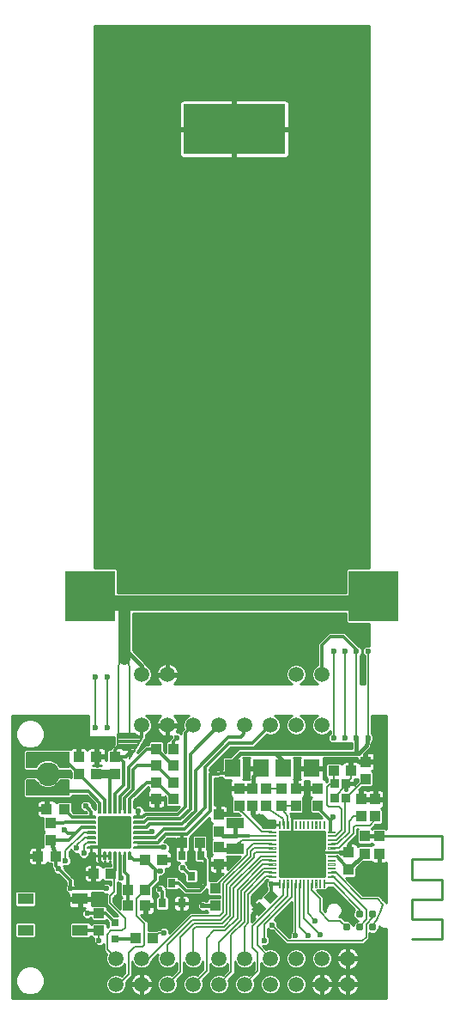
<source format=gtl>
G75*
%MOIN*%
%OFA0B0*%
%FSLAX25Y25*%
%IPPOS*%
%LPD*%
%AMOC8*
5,1,8,0,0,1.08239X$1,22.5*
%
%ADD10C,0.01000*%
%ADD11R,0.01000X0.01000*%
%ADD12R,0.03937X0.04331*%
%ADD13R,0.04331X0.03937*%
%ADD14C,0.00394*%
%ADD15R,0.18110X0.18110*%
%ADD16C,0.02181*%
%ADD17R,0.03346X0.03740*%
%ADD18C,0.00591*%
%ADD19C,0.01280*%
%ADD20C,0.01984*%
%ADD21R,0.16929X0.03346*%
%ADD22C,0.00630*%
%ADD23C,0.03098*%
%ADD24R,0.03150X0.03150*%
%ADD25R,0.06299X0.04331*%
%ADD26R,0.07087X0.03937*%
%ADD27C,0.05906*%
%ADD28R,0.06299X0.07087*%
%ADD29R,0.03150X0.03543*%
%ADD30R,0.39370X0.19685*%
%ADD31R,0.19685X0.19685*%
%ADD32C,0.00787*%
%ADD33C,0.00500*%
%ADD34C,0.01181*%
%ADD35C,0.02362*%
%ADD36C,0.01600*%
%ADD37C,0.00768*%
%ADD38C,0.00984*%
%ADD39C,0.01200*%
%ADD40C,0.04724*%
%ADD41C,0.05906*%
%ADD42C,0.01575*%
%ADD43C,0.03200*%
D10*
X0018816Y0002800D02*
X0018816Y0112405D01*
X0048316Y0112405D01*
X0048316Y0104558D01*
X0048724Y0104150D01*
X0058446Y0104150D01*
X0058446Y0101175D01*
X0057068Y0099797D01*
X0057068Y0099547D01*
X0056079Y0099547D01*
X0055493Y0098961D01*
X0055493Y0095012D01*
X0055237Y0095012D01*
X0055237Y0096094D01*
X0052056Y0096094D01*
X0052056Y0093110D01*
X0053532Y0093110D01*
X0053532Y0093043D01*
X0052053Y0093043D01*
X0051955Y0092945D01*
X0051483Y0092945D01*
X0051385Y0093043D01*
X0050005Y0093043D01*
X0050005Y0093110D01*
X0051087Y0093110D01*
X0051087Y0096094D01*
X0052056Y0096094D01*
X0052056Y0093110D01*
X0053532Y0093110D01*
X0053532Y0093043D01*
X0052053Y0093043D01*
X0051955Y0092945D01*
X0051483Y0092945D01*
X0051385Y0093043D01*
X0050005Y0093043D01*
X0050005Y0093110D01*
X0051087Y0093110D01*
X0051087Y0096094D01*
X0052056Y0096094D01*
X0052056Y0097063D01*
X0055237Y0097063D01*
X0055237Y0098745D01*
X0055135Y0099126D01*
X0054937Y0099468D01*
X0054658Y0099748D01*
X0054316Y0099945D01*
X0053934Y0100047D01*
X0052056Y0100047D01*
X0052056Y0097063D01*
X0055237Y0097063D01*
X0055237Y0098745D01*
X0055135Y0099126D01*
X0054937Y0099468D01*
X0054658Y0099748D01*
X0054316Y0099945D01*
X0053934Y0100047D01*
X0052056Y0100047D01*
X0052056Y0097063D01*
X0052056Y0096094D01*
X0055237Y0096094D01*
X0055237Y0095012D01*
X0055493Y0095012D01*
X0055493Y0098961D01*
X0056079Y0099547D01*
X0057068Y0099547D01*
X0057068Y0099797D01*
X0058446Y0101175D01*
X0058446Y0104150D01*
X0048724Y0104150D01*
X0048316Y0104558D01*
X0048316Y0112405D01*
X0018816Y0112405D01*
X0018816Y0002800D01*
X0164170Y0002800D01*
X0164170Y0029745D01*
X0163090Y0029745D01*
X0161895Y0030240D01*
X0161286Y0030850D01*
X0161286Y0029989D01*
X0160898Y0029052D01*
X0160181Y0028335D01*
X0159244Y0027947D01*
X0158230Y0027947D01*
X0157591Y0028211D01*
X0157591Y0025963D01*
X0156213Y0024586D01*
X0155454Y0023827D01*
X0125248Y0023827D01*
X0120031Y0029043D01*
X0118778Y0029043D01*
X0118113Y0029709D01*
X0118113Y0027020D01*
X0118910Y0026222D01*
X0118910Y0024415D01*
X0117632Y0023138D01*
X0116261Y0023138D01*
X0117489Y0021910D01*
X0118344Y0022264D01*
X0119917Y0022264D01*
X0121370Y0021662D01*
X0122482Y0020550D01*
X0123083Y0019097D01*
X0123083Y0017525D01*
X0122482Y0016072D01*
X0121370Y0014960D01*
X0119917Y0014358D01*
X0118344Y0014358D01*
X0116892Y0014960D01*
X0115780Y0016072D01*
X0115554Y0016617D01*
X0115554Y0012777D01*
X0112729Y0009952D01*
X0113083Y0009097D01*
X0113083Y0007525D01*
X0112482Y0006072D01*
X0111370Y0004960D01*
X0109917Y0004358D01*
X0108344Y0004358D01*
X0106892Y0004960D01*
X0105780Y0006072D01*
X0105178Y0007525D01*
X0105178Y0009097D01*
X0105780Y0010550D01*
X0106892Y0011662D01*
X0108344Y0012264D01*
X0109917Y0012264D01*
X0110772Y0011910D01*
X0112786Y0013924D01*
X0112786Y0016807D01*
X0112482Y0016072D01*
X0111370Y0014960D01*
X0109917Y0014358D01*
X0108344Y0014358D01*
X0106892Y0014960D01*
X0105780Y0016072D01*
X0105318Y0017187D01*
X0105318Y0012541D01*
X0102729Y0009952D01*
X0103083Y0009097D01*
X0103083Y0007525D01*
X0102482Y0006072D01*
X0101370Y0004960D01*
X0099917Y0004358D01*
X0098344Y0004358D01*
X0096892Y0004960D01*
X0095780Y0006072D01*
X0095178Y0007525D01*
X0095178Y0009097D01*
X0095780Y0010550D01*
X0096892Y0011662D01*
X0098344Y0012264D01*
X0099917Y0012264D01*
X0100772Y0011910D01*
X0102550Y0013687D01*
X0102550Y0016237D01*
X0102482Y0016072D01*
X0101370Y0014960D01*
X0099917Y0014358D01*
X0098344Y0014358D01*
X0096892Y0014960D01*
X0095780Y0016072D01*
X0095672Y0016332D01*
X0095672Y0012895D01*
X0092729Y0009952D01*
X0093083Y0009097D01*
X0093083Y0007525D01*
X0092482Y0006072D01*
X0091370Y0004960D01*
X0089917Y0004358D01*
X0088344Y0004358D01*
X0086892Y0004960D01*
X0085780Y0006072D01*
X0085178Y0007525D01*
X0085178Y0009097D01*
X0085780Y0010550D01*
X0086892Y0011662D01*
X0088344Y0012264D01*
X0089917Y0012264D01*
X0090772Y0011910D01*
X0092904Y0014042D01*
X0092904Y0017092D01*
X0092482Y0016072D01*
X0091370Y0014960D01*
X0089917Y0014358D01*
X0088344Y0014358D01*
X0086892Y0014960D01*
X0085780Y0016072D01*
X0085436Y0016902D01*
X0085436Y0012659D01*
X0082729Y0009952D01*
X0083083Y0009097D01*
X0083083Y0007525D01*
X0082482Y0006072D01*
X0081370Y0004960D01*
X0079917Y0004358D01*
X0078344Y0004358D01*
X0076892Y0004960D01*
X0075780Y0006072D01*
X0075178Y0007525D01*
X0075178Y0009097D01*
X0075780Y0010550D01*
X0076892Y0011662D01*
X0078344Y0012264D01*
X0079917Y0012264D01*
X0080772Y0011910D01*
X0082668Y0013805D01*
X0082668Y0016522D01*
X0082482Y0016072D01*
X0081370Y0014960D01*
X0079917Y0014358D01*
X0078344Y0014358D01*
X0076892Y0014960D01*
X0075780Y0016072D01*
X0075178Y0017525D01*
X0075178Y0019097D01*
X0075538Y0019966D01*
X0073074Y0017502D01*
X0072482Y0016072D01*
X0071370Y0014960D01*
X0069917Y0014358D01*
X0068344Y0014358D01*
X0066892Y0014960D01*
X0065780Y0016072D01*
X0065357Y0017092D01*
X0065357Y0011557D01*
X0063029Y0009229D01*
X0063083Y0009097D01*
X0063083Y0007525D01*
X0062482Y0006072D01*
X0061370Y0004960D01*
X0059917Y0004358D01*
X0058344Y0004358D01*
X0056892Y0004960D01*
X0055780Y0006072D01*
X0055178Y0007525D01*
X0055178Y0009097D01*
X0055780Y0010550D01*
X0056892Y0011662D01*
X0058344Y0012264D01*
X0059917Y0012264D01*
X0061370Y0011662D01*
X0061459Y0011573D01*
X0062589Y0012703D01*
X0062589Y0016332D01*
X0062482Y0016072D01*
X0061370Y0014960D01*
X0059917Y0014358D01*
X0058344Y0014358D01*
X0056892Y0014960D01*
X0055780Y0016072D01*
X0055178Y0017525D01*
X0055178Y0019097D01*
X0055532Y0019952D01*
X0055132Y0020352D01*
X0055132Y0020352D01*
X0054322Y0021163D01*
X0054322Y0024000D01*
X0053459Y0023138D01*
X0051652Y0023138D01*
X0050375Y0024415D01*
X0050375Y0026222D01*
X0050440Y0026287D01*
X0049976Y0026287D01*
X0049422Y0026842D01*
X0049422Y0026676D01*
X0048836Y0026091D01*
X0041708Y0026091D01*
X0041123Y0026676D01*
X0041123Y0031835D01*
X0041708Y0032421D01*
X0048836Y0032421D01*
X0049422Y0031835D01*
X0049422Y0031670D01*
X0049976Y0032224D01*
X0055135Y0032224D01*
X0055721Y0031639D01*
X0055721Y0030642D01*
X0056083Y0030642D01*
X0056083Y0032633D01*
X0055435Y0033280D01*
X0055135Y0032980D01*
X0049976Y0032980D01*
X0049390Y0033566D01*
X0049390Y0034030D01*
X0048932Y0033571D01*
X0047125Y0033571D01*
X0045847Y0034849D01*
X0045847Y0036655D01*
X0046987Y0037795D01*
X0045772Y0037795D01*
X0045772Y0040961D01*
X0044772Y0040961D01*
X0040623Y0040961D01*
X0040623Y0039098D01*
X0040725Y0038716D01*
X0040922Y0038374D01*
X0041202Y0038095D01*
X0041544Y0037898D01*
X0041925Y0037795D01*
X0044772Y0037795D01*
X0044772Y0040961D01*
X0044772Y0041961D01*
X0040623Y0041961D01*
X0040623Y0043223D01*
X0039351Y0044494D01*
X0039351Y0046301D01*
X0039942Y0046892D01*
X0039942Y0047692D01*
X0036739Y0050894D01*
X0035904Y0050894D01*
X0034627Y0052171D01*
X0034627Y0052993D01*
X0034027Y0053593D01*
X0034027Y0055028D01*
X0033047Y0055028D01*
X0032524Y0055550D01*
X0032497Y0055449D01*
X0032299Y0055107D01*
X0032020Y0054827D01*
X0031678Y0054630D01*
X0031297Y0054528D01*
X0029418Y0054528D01*
X0029418Y0057512D01*
X0028449Y0057512D01*
X0025268Y0057512D01*
X0025268Y0055830D01*
X0025371Y0055449D01*
X0025568Y0055107D01*
X0025847Y0054827D01*
X0026189Y0054630D01*
X0026571Y0054528D01*
X0028449Y0054528D01*
X0028449Y0057512D01*
X0028449Y0058480D01*
X0025268Y0058480D01*
X0025268Y0060162D01*
X0025371Y0060544D01*
X0025568Y0060886D01*
X0025847Y0061165D01*
X0026189Y0061362D01*
X0026571Y0061465D01*
X0028449Y0061465D01*
X0028449Y0058480D01*
X0028449Y0057512D01*
X0025268Y0057512D01*
X0025268Y0055830D01*
X0025371Y0055449D01*
X0025568Y0055107D01*
X0025847Y0054827D01*
X0026189Y0054630D01*
X0026571Y0054528D01*
X0028449Y0054528D01*
X0028449Y0057512D01*
X0029418Y0057512D01*
X0029418Y0054528D01*
X0031297Y0054528D01*
X0031678Y0054630D01*
X0032020Y0054827D01*
X0032299Y0055107D01*
X0032497Y0055449D01*
X0032524Y0055550D01*
X0033047Y0055028D01*
X0034027Y0055028D01*
X0034027Y0053593D01*
X0034627Y0052993D01*
X0034627Y0052171D01*
X0035904Y0050894D01*
X0036739Y0050894D01*
X0039942Y0047692D01*
X0039942Y0046892D01*
X0039351Y0046301D01*
X0039351Y0044494D01*
X0040623Y0043223D01*
X0040623Y0041961D01*
X0044772Y0041961D01*
X0044772Y0040961D01*
X0040623Y0040961D01*
X0040623Y0039098D01*
X0040725Y0038716D01*
X0040922Y0038374D01*
X0041202Y0038095D01*
X0041544Y0037898D01*
X0041925Y0037795D01*
X0044772Y0037795D01*
X0044772Y0040961D01*
X0045772Y0040961D01*
X0045772Y0041961D01*
X0049922Y0041961D01*
X0049922Y0043807D01*
X0053818Y0043807D01*
X0054408Y0043217D01*
X0055701Y0043217D01*
X0055503Y0043018D01*
X0055503Y0039116D01*
X0056313Y0038305D01*
X0059737Y0034882D01*
X0058333Y0034882D01*
X0055721Y0037493D01*
X0055721Y0038332D01*
X0055135Y0038917D01*
X0049976Y0038917D01*
X0049836Y0038777D01*
X0049922Y0039098D01*
X0049922Y0040961D01*
X0045772Y0040961D01*
X0045772Y0037795D01*
X0046987Y0037795D01*
X0045847Y0036655D01*
X0045847Y0034849D01*
X0047125Y0033571D01*
X0048932Y0033571D01*
X0049390Y0034030D01*
X0049390Y0033566D01*
X0049976Y0032980D01*
X0055135Y0032980D01*
X0055435Y0033280D01*
X0056083Y0032633D01*
X0056083Y0030642D01*
X0055721Y0030642D01*
X0055721Y0031639D01*
X0055135Y0032224D01*
X0049976Y0032224D01*
X0049422Y0031670D01*
X0049422Y0031835D01*
X0048836Y0032421D01*
X0041708Y0032421D01*
X0041123Y0031835D01*
X0041123Y0026676D01*
X0041708Y0026091D01*
X0048836Y0026091D01*
X0049422Y0026676D01*
X0049422Y0026842D01*
X0049976Y0026287D01*
X0050440Y0026287D01*
X0050375Y0026222D01*
X0050375Y0024415D01*
X0051652Y0023138D01*
X0053459Y0023138D01*
X0054322Y0024000D01*
X0054322Y0021163D01*
X0055132Y0020352D01*
X0055132Y0020352D01*
X0055532Y0019952D01*
X0055178Y0019097D01*
X0055178Y0017525D01*
X0055780Y0016072D01*
X0056892Y0014960D01*
X0058344Y0014358D01*
X0059917Y0014358D01*
X0061370Y0014960D01*
X0062482Y0016072D01*
X0062589Y0016332D01*
X0062589Y0012703D01*
X0061459Y0011573D01*
X0061370Y0011662D01*
X0059917Y0012264D01*
X0058344Y0012264D01*
X0056892Y0011662D01*
X0055780Y0010550D01*
X0055178Y0009097D01*
X0055178Y0007525D01*
X0055780Y0006072D01*
X0056892Y0004960D01*
X0058344Y0004358D01*
X0059917Y0004358D01*
X0061370Y0004960D01*
X0062482Y0006072D01*
X0063083Y0007525D01*
X0063083Y0009097D01*
X0063029Y0009229D01*
X0065357Y0011557D01*
X0065357Y0017092D01*
X0065780Y0016072D01*
X0066892Y0014960D01*
X0068344Y0014358D01*
X0069917Y0014358D01*
X0071370Y0014960D01*
X0072482Y0016072D01*
X0073074Y0017502D01*
X0075538Y0019966D01*
X0075178Y0019097D01*
X0075178Y0017525D01*
X0075780Y0016072D01*
X0076892Y0014960D01*
X0078344Y0014358D01*
X0079917Y0014358D01*
X0081370Y0014960D01*
X0082482Y0016072D01*
X0082668Y0016522D01*
X0082668Y0013805D01*
X0080772Y0011910D01*
X0079917Y0012264D01*
X0078344Y0012264D01*
X0076892Y0011662D01*
X0075780Y0010550D01*
X0075178Y0009097D01*
X0075178Y0007525D01*
X0075780Y0006072D01*
X0076892Y0004960D01*
X0078344Y0004358D01*
X0079917Y0004358D01*
X0081370Y0004960D01*
X0082482Y0006072D01*
X0083083Y0007525D01*
X0083083Y0009097D01*
X0082729Y0009952D01*
X0085436Y0012659D01*
X0085436Y0016902D01*
X0085780Y0016072D01*
X0086892Y0014960D01*
X0088344Y0014358D01*
X0089917Y0014358D01*
X0091370Y0014960D01*
X0092482Y0016072D01*
X0092904Y0017092D01*
X0092904Y0014042D01*
X0090772Y0011910D01*
X0089917Y0012264D01*
X0088344Y0012264D01*
X0086892Y0011662D01*
X0085780Y0010550D01*
X0085178Y0009097D01*
X0085178Y0007525D01*
X0085780Y0006072D01*
X0086892Y0004960D01*
X0088344Y0004358D01*
X0089917Y0004358D01*
X0091370Y0004960D01*
X0092482Y0006072D01*
X0093083Y0007525D01*
X0093083Y0009097D01*
X0092729Y0009952D01*
X0095672Y0012895D01*
X0095672Y0016332D01*
X0095780Y0016072D01*
X0096892Y0014960D01*
X0098344Y0014358D01*
X0099917Y0014358D01*
X0101370Y0014960D01*
X0102482Y0016072D01*
X0102550Y0016237D01*
X0102550Y0013687D01*
X0100772Y0011910D01*
X0099917Y0012264D01*
X0098344Y0012264D01*
X0096892Y0011662D01*
X0095780Y0010550D01*
X0095178Y0009097D01*
X0095178Y0007525D01*
X0095780Y0006072D01*
X0096892Y0004960D01*
X0098344Y0004358D01*
X0099917Y0004358D01*
X0101370Y0004960D01*
X0102482Y0006072D01*
X0103083Y0007525D01*
X0103083Y0009097D01*
X0102729Y0009952D01*
X0105318Y0012541D01*
X0105318Y0017187D01*
X0105780Y0016072D01*
X0106892Y0014960D01*
X0108344Y0014358D01*
X0109917Y0014358D01*
X0111370Y0014960D01*
X0112482Y0016072D01*
X0112786Y0016807D01*
X0112786Y0013924D01*
X0110772Y0011910D01*
X0109917Y0012264D01*
X0108344Y0012264D01*
X0106892Y0011662D01*
X0105780Y0010550D01*
X0105178Y0009097D01*
X0105178Y0007525D01*
X0105780Y0006072D01*
X0106892Y0004960D01*
X0108344Y0004358D01*
X0109917Y0004358D01*
X0111370Y0004960D01*
X0112482Y0006072D01*
X0113083Y0007525D01*
X0113083Y0009097D01*
X0112729Y0009952D01*
X0115554Y0012777D01*
X0115554Y0016617D01*
X0115780Y0016072D01*
X0116892Y0014960D01*
X0118344Y0014358D01*
X0119917Y0014358D01*
X0121370Y0014960D01*
X0122482Y0016072D01*
X0123083Y0017525D01*
X0123083Y0019097D01*
X0122482Y0020550D01*
X0121370Y0021662D01*
X0119917Y0022264D01*
X0118344Y0022264D01*
X0117489Y0021910D01*
X0116261Y0023138D01*
X0117632Y0023138D01*
X0118910Y0024415D01*
X0118910Y0026222D01*
X0118113Y0027020D01*
X0118113Y0029709D01*
X0118778Y0029043D01*
X0120031Y0029043D01*
X0125248Y0023827D01*
X0155454Y0023827D01*
X0156213Y0024586D01*
X0157591Y0025963D01*
X0157591Y0028211D01*
X0158230Y0027947D01*
X0159244Y0027947D01*
X0160181Y0028335D01*
X0160898Y0029052D01*
X0161286Y0029989D01*
X0161286Y0030850D01*
X0161895Y0030240D01*
X0163090Y0029745D01*
X0164170Y0029745D01*
X0164170Y0002800D01*
X0018816Y0002800D01*
X0018816Y0003326D02*
X0164170Y0003326D01*
X0018816Y0003326D01*
X0018816Y0004324D02*
X0024212Y0004324D01*
X0018816Y0004324D01*
X0018816Y0005323D02*
X0022266Y0005323D01*
X0018816Y0005323D01*
X0018816Y0006321D02*
X0021267Y0006321D01*
X0018816Y0006321D01*
X0018816Y0007320D02*
X0020703Y0007320D01*
X0018816Y0007320D01*
X0018816Y0008318D02*
X0020290Y0008318D01*
X0018816Y0008318D01*
X0018816Y0009317D02*
X0020153Y0009317D01*
X0018816Y0009317D01*
X0018816Y0010315D02*
X0020153Y0010315D01*
X0018816Y0010315D01*
X0018816Y0011314D02*
X0020330Y0011314D01*
X0018816Y0011314D01*
X0018816Y0012313D02*
X0020744Y0012313D01*
X0018816Y0012313D01*
X0018816Y0013311D02*
X0021364Y0013311D01*
X0018816Y0013311D01*
X0018816Y0014310D02*
X0022363Y0014310D01*
X0018816Y0014310D01*
X0018816Y0015308D02*
X0024446Y0015308D01*
X0018816Y0015308D01*
X0018816Y0016307D02*
X0055682Y0016307D01*
X0018816Y0016307D01*
X0018816Y0017305D02*
X0055269Y0017305D01*
X0018816Y0017305D01*
X0018816Y0018304D02*
X0055178Y0018304D01*
X0018816Y0018304D01*
X0018816Y0019302D02*
X0055263Y0019302D01*
X0018816Y0019302D01*
X0018816Y0020301D02*
X0055184Y0020301D01*
X0018816Y0020301D01*
X0018816Y0021299D02*
X0054322Y0021299D01*
X0018816Y0021299D01*
X0018816Y0022298D02*
X0054322Y0022298D01*
X0018816Y0022298D01*
X0018816Y0023296D02*
X0051494Y0023296D01*
X0018816Y0023296D01*
X0018816Y0024295D02*
X0050495Y0024295D01*
X0018816Y0024295D01*
X0018816Y0025293D02*
X0050375Y0025293D01*
X0018816Y0025293D01*
X0018816Y0026292D02*
X0020248Y0026292D01*
X0018816Y0026292D01*
X0018816Y0027290D02*
X0019863Y0027290D01*
X0018816Y0027290D01*
X0018816Y0028289D02*
X0019863Y0028289D01*
X0018816Y0028289D01*
X0018816Y0029287D02*
X0019863Y0029287D01*
X0018816Y0029287D01*
X0018816Y0030286D02*
X0019863Y0030286D01*
X0018816Y0030286D01*
X0018816Y0031284D02*
X0019863Y0031284D01*
X0018816Y0031284D01*
X0018816Y0032283D02*
X0020310Y0032283D01*
X0018816Y0032283D01*
X0018816Y0033281D02*
X0049675Y0033281D01*
X0018816Y0033281D01*
X0018816Y0034280D02*
X0046416Y0034280D01*
X0018816Y0034280D01*
X0018816Y0035278D02*
X0045847Y0035278D01*
X0018816Y0035278D01*
X0018816Y0036277D02*
X0045847Y0036277D01*
X0018816Y0036277D01*
X0018816Y0037275D02*
X0046467Y0037275D01*
X0018816Y0037275D01*
X0018816Y0038274D02*
X0041023Y0038274D01*
X0018816Y0038274D01*
X0018816Y0039272D02*
X0019863Y0039272D01*
X0018816Y0039272D01*
X0018816Y0040271D02*
X0019863Y0040271D01*
X0018816Y0040271D01*
X0018816Y0041269D02*
X0019863Y0041269D01*
X0018816Y0041269D01*
X0018816Y0042268D02*
X0019863Y0042268D01*
X0018816Y0042268D01*
X0018816Y0043266D02*
X0019863Y0043266D01*
X0018816Y0043266D01*
X0018816Y0044265D02*
X0020088Y0044265D01*
X0018816Y0044265D01*
X0018816Y0045263D02*
X0039351Y0045263D01*
X0018816Y0045263D01*
X0018816Y0046262D02*
X0039351Y0046262D01*
X0018816Y0046262D01*
X0018816Y0047260D02*
X0039942Y0047260D01*
X0018816Y0047260D01*
X0018816Y0048259D02*
X0039374Y0048259D01*
X0018816Y0048259D01*
X0018816Y0049257D02*
X0038376Y0049257D01*
X0018816Y0049257D01*
X0018816Y0050256D02*
X0037377Y0050256D01*
X0018816Y0050256D01*
X0018816Y0051254D02*
X0035544Y0051254D01*
X0018816Y0051254D01*
X0018816Y0052253D02*
X0034627Y0052253D01*
X0018816Y0052253D01*
X0018816Y0053251D02*
X0034368Y0053251D01*
X0018816Y0053251D01*
X0018816Y0054250D02*
X0034027Y0054250D01*
X0018816Y0054250D01*
X0018816Y0055248D02*
X0025486Y0055248D01*
X0018816Y0055248D01*
X0018816Y0056247D02*
X0025268Y0056247D01*
X0018816Y0056247D01*
X0018816Y0057246D02*
X0025268Y0057246D01*
X0018816Y0057246D01*
X0018816Y0058244D02*
X0028449Y0058244D01*
X0018816Y0058244D01*
X0018816Y0059243D02*
X0025268Y0059243D01*
X0018816Y0059243D01*
X0018816Y0060241D02*
X0025290Y0060241D01*
X0018816Y0060241D01*
X0018816Y0061240D02*
X0025977Y0061240D01*
X0018816Y0061240D01*
X0018816Y0062238D02*
X0030886Y0062238D01*
X0018816Y0062238D01*
X0018816Y0063237D02*
X0030886Y0063237D01*
X0018816Y0063237D01*
X0018816Y0064235D02*
X0030886Y0064235D01*
X0018816Y0064235D01*
X0018816Y0065234D02*
X0030886Y0065234D01*
X0018816Y0065234D01*
X0018816Y0066232D02*
X0030886Y0066232D01*
X0018816Y0066232D01*
X0018816Y0067231D02*
X0031190Y0067231D01*
X0018816Y0067231D01*
X0018816Y0068229D02*
X0030886Y0068229D01*
X0018816Y0068229D01*
X0018816Y0069228D02*
X0030886Y0069228D01*
X0018816Y0069228D01*
X0018816Y0070226D02*
X0030886Y0070226D01*
X0018816Y0070226D01*
X0018816Y0071225D02*
X0030886Y0071225D01*
X0018816Y0071225D01*
X0018816Y0072223D02*
X0030886Y0072223D01*
X0018816Y0072223D01*
X0018816Y0073222D02*
X0029106Y0073222D01*
X0018816Y0073222D01*
X0018816Y0074220D02*
X0028615Y0074220D01*
X0018816Y0074220D01*
X0018816Y0075219D02*
X0028615Y0075219D01*
X0018816Y0075219D01*
X0018816Y0076217D02*
X0031796Y0076217D01*
X0018816Y0076217D01*
X0018816Y0077216D02*
X0028615Y0077216D01*
X0018816Y0077216D01*
X0018816Y0078214D02*
X0028615Y0078214D01*
X0018816Y0078214D01*
X0018816Y0079213D02*
X0028935Y0079213D01*
X0018816Y0079213D01*
X0018816Y0080211D02*
X0048957Y0080211D01*
X0018816Y0080211D01*
X0018816Y0081210D02*
X0023209Y0081210D01*
X0018816Y0081210D01*
X0018816Y0082208D02*
X0023209Y0082208D01*
X0018816Y0082208D01*
X0018816Y0083207D02*
X0023209Y0083207D01*
X0018816Y0083207D01*
X0018816Y0084205D02*
X0023209Y0084205D01*
X0018816Y0084205D01*
X0018816Y0085204D02*
X0023209Y0085204D01*
X0018816Y0085204D01*
X0018816Y0086202D02*
X0023209Y0086202D01*
X0018816Y0086202D01*
X0018816Y0087201D02*
X0023209Y0087201D01*
X0018816Y0087201D01*
X0018816Y0088199D02*
X0023459Y0088199D01*
X0018816Y0088199D01*
X0018816Y0089198D02*
X0041713Y0089198D01*
X0018816Y0089198D01*
X0018816Y0090196D02*
X0041713Y0090196D01*
X0018816Y0090196D01*
X0018816Y0091195D02*
X0023836Y0091195D01*
X0018816Y0091195D01*
X0018816Y0092193D02*
X0023209Y0092193D01*
X0018816Y0092193D01*
X0018816Y0093192D02*
X0023209Y0093192D01*
X0018816Y0093192D01*
X0018816Y0094190D02*
X0023209Y0094190D01*
X0018816Y0094190D01*
X0018816Y0095189D02*
X0023209Y0095189D01*
X0018816Y0095189D01*
X0018816Y0096187D02*
X0023209Y0096187D01*
X0018816Y0096187D01*
X0018816Y0097186D02*
X0023209Y0097186D01*
X0018816Y0097186D01*
X0018816Y0098184D02*
X0023209Y0098184D01*
X0018816Y0098184D01*
X0018816Y0099183D02*
X0023628Y0099183D01*
X0018816Y0099183D01*
X0018816Y0100182D02*
X0023758Y0100182D01*
X0018816Y0100182D01*
X0018816Y0101180D02*
X0022078Y0101180D01*
X0018816Y0101180D01*
X0018816Y0102179D02*
X0021080Y0102179D01*
X0018816Y0102179D01*
X0018816Y0103177D02*
X0020626Y0103177D01*
X0018816Y0103177D01*
X0018816Y0104176D02*
X0020212Y0104176D01*
X0018816Y0104176D01*
X0018816Y0105174D02*
X0020153Y0105174D01*
X0018816Y0105174D01*
X0018816Y0106173D02*
X0020153Y0106173D01*
X0018816Y0106173D01*
X0018816Y0107171D02*
X0020408Y0107171D01*
X0018816Y0107171D01*
X0018816Y0108170D02*
X0020821Y0108170D01*
X0018816Y0108170D01*
X0018816Y0109168D02*
X0021552Y0109168D01*
X0018816Y0109168D01*
X0018816Y0110167D02*
X0022551Y0110167D01*
X0018816Y0110167D01*
X0018816Y0111165D02*
X0048316Y0111165D01*
X0018816Y0111165D01*
X0018816Y0112164D02*
X0048316Y0112164D01*
X0018816Y0112164D01*
X0021011Y0108627D02*
X0020153Y0106557D01*
X0020153Y0104317D01*
X0021011Y0102247D01*
X0022595Y0100664D01*
X0024664Y0099806D01*
X0026904Y0099806D01*
X0028974Y0100664D01*
X0030558Y0102247D01*
X0031415Y0104317D01*
X0031415Y0106557D01*
X0030558Y0108627D01*
X0028974Y0110210D01*
X0026904Y0111068D01*
X0024664Y0111068D01*
X0022595Y0110210D01*
X0021011Y0108627D01*
X0020153Y0106557D01*
X0020153Y0104317D01*
X0021011Y0102247D01*
X0022595Y0100664D01*
X0024664Y0099806D01*
X0026904Y0099806D01*
X0028974Y0100664D01*
X0030558Y0102247D01*
X0031415Y0104317D01*
X0031415Y0106557D01*
X0030558Y0108627D01*
X0028974Y0110210D01*
X0026904Y0111068D01*
X0024664Y0111068D01*
X0022595Y0110210D01*
X0021011Y0108627D01*
X0023795Y0099350D02*
X0023209Y0098765D01*
X0023209Y0091821D01*
X0023980Y0091051D01*
X0027639Y0091051D01*
X0027849Y0090946D01*
X0028163Y0091051D01*
X0028494Y0091051D01*
X0028660Y0091217D01*
X0028882Y0091291D01*
X0029030Y0091587D01*
X0029264Y0091821D01*
X0029264Y0092013D01*
X0029291Y0092055D01*
X0029532Y0092377D01*
X0029669Y0092541D01*
X0029907Y0092779D01*
X0030282Y0093100D01*
X0030283Y0093116D01*
X0030603Y0093329D01*
X0030860Y0093472D01*
X0031138Y0093595D01*
X0031446Y0093719D01*
X0031619Y0093768D01*
X0031922Y0093835D01*
X0032058Y0093863D01*
X0032244Y0093886D01*
X0033013Y0093886D01*
X0033038Y0093882D01*
X0033113Y0093807D01*
X0033536Y0093807D01*
X0033942Y0093705D01*
X0034221Y0093604D01*
X0034622Y0093388D01*
X0035095Y0093104D01*
X0035457Y0092798D01*
X0035722Y0092503D01*
X0036060Y0092073D01*
X0036083Y0092031D01*
X0036083Y0091821D01*
X0036335Y0091570D01*
X0036505Y0091258D01*
X0036706Y0091199D01*
X0036854Y0091051D01*
X0037209Y0091051D01*
X0037550Y0090951D01*
X0037734Y0091051D01*
X0041267Y0091051D01*
X0041713Y0090605D01*
X0041713Y0088375D01*
X0041368Y0088720D01*
X0037709Y0088720D01*
X0037499Y0088825D01*
X0037185Y0088720D01*
X0036854Y0088720D01*
X0036688Y0088555D01*
X0036466Y0088481D01*
X0036318Y0088184D01*
X0036083Y0087950D01*
X0036083Y0087759D01*
X0036057Y0087717D01*
X0035815Y0087395D01*
X0035678Y0087230D01*
X0035441Y0086993D01*
X0035066Y0086671D01*
X0035065Y0086656D01*
X0034745Y0086443D01*
X0034488Y0086300D01*
X0034210Y0086176D01*
X0033902Y0086053D01*
X0033728Y0086003D01*
X0033426Y0085936D01*
X0033290Y0085909D01*
X0033104Y0085886D01*
X0032334Y0085886D01*
X0032309Y0085889D01*
X0032234Y0085965D01*
X0031812Y0085965D01*
X0031405Y0086066D01*
X0031127Y0086168D01*
X0030726Y0086383D01*
X0030253Y0086667D01*
X0029891Y0086974D01*
X0029626Y0087268D01*
X0029287Y0087699D01*
X0029264Y0087741D01*
X0029264Y0087950D01*
X0029013Y0088201D01*
X0028843Y0088513D01*
X0028642Y0088572D01*
X0028494Y0088720D01*
X0028139Y0088720D01*
X0027798Y0088821D01*
X0027614Y0088720D01*
X0023980Y0088720D01*
X0023209Y0087950D01*
X0023209Y0081007D01*
X0023795Y0080421D01*
X0041553Y0080421D01*
X0042138Y0081007D01*
X0042138Y0081504D01*
X0047665Y0081504D01*
X0051162Y0078007D01*
X0051162Y0076009D01*
X0049619Y0077553D01*
X0049619Y0078388D01*
X0048341Y0079665D01*
X0046534Y0079665D01*
X0045257Y0078388D01*
X0045257Y0076581D01*
X0046534Y0075303D01*
X0047369Y0075303D01*
X0047928Y0074744D01*
X0042782Y0074744D01*
X0042138Y0075387D01*
X0042138Y0078686D01*
X0041553Y0079272D01*
X0036394Y0079272D01*
X0036011Y0078889D01*
X0035932Y0078968D01*
X0035775Y0078968D01*
X0035646Y0079193D01*
X0035367Y0079472D01*
X0035025Y0079669D01*
X0034643Y0079772D01*
X0032764Y0079772D01*
X0032764Y0076787D01*
X0031796Y0076787D01*
X0031796Y0075819D01*
X0028615Y0075819D01*
X0028615Y0074137D01*
X0028717Y0073756D01*
X0028915Y0073414D01*
X0029194Y0073134D01*
X0029536Y0072937D01*
X0029917Y0072835D01*
X0030886Y0072835D01*
X0030886Y0068212D01*
X0031190Y0067909D01*
X0031190Y0066981D01*
X0030886Y0066678D01*
X0030886Y0061519D01*
X0030941Y0061465D01*
X0029418Y0061465D01*
X0029418Y0058480D01*
X0028449Y0058480D01*
X0025268Y0058480D01*
X0025268Y0060162D01*
X0025371Y0060544D01*
X0025568Y0060886D01*
X0025847Y0061165D01*
X0026189Y0061362D01*
X0026571Y0061465D01*
X0028449Y0061465D01*
X0028449Y0058480D01*
X0029418Y0058480D01*
X0029418Y0061465D01*
X0030941Y0061465D01*
X0030886Y0061519D01*
X0030886Y0066678D01*
X0031190Y0066981D01*
X0031190Y0067909D01*
X0030886Y0068212D01*
X0030886Y0072835D01*
X0029917Y0072835D01*
X0029536Y0072937D01*
X0029194Y0073134D01*
X0028915Y0073414D01*
X0028717Y0073756D01*
X0028615Y0074137D01*
X0028615Y0075819D01*
X0031796Y0075819D01*
X0031796Y0076787D01*
X0028615Y0076787D01*
X0028615Y0078469D01*
X0028717Y0078851D01*
X0028915Y0079193D01*
X0029194Y0079472D01*
X0029536Y0079669D01*
X0029917Y0079772D01*
X0031796Y0079772D01*
X0031796Y0076787D01*
X0028615Y0076787D01*
X0028615Y0078469D01*
X0028717Y0078851D01*
X0028915Y0079193D01*
X0029194Y0079472D01*
X0029536Y0079669D01*
X0029917Y0079772D01*
X0031796Y0079772D01*
X0031796Y0076787D01*
X0032764Y0076787D01*
X0032764Y0079772D01*
X0034643Y0079772D01*
X0035025Y0079669D01*
X0035367Y0079472D01*
X0035646Y0079193D01*
X0035775Y0078968D01*
X0035932Y0078968D01*
X0036011Y0078889D01*
X0036394Y0079272D01*
X0041553Y0079272D01*
X0042138Y0078686D01*
X0042138Y0075387D01*
X0042782Y0074744D01*
X0047928Y0074744D01*
X0047369Y0075303D01*
X0046534Y0075303D01*
X0045257Y0076581D01*
X0045257Y0078388D01*
X0046534Y0079665D01*
X0048341Y0079665D01*
X0049619Y0078388D01*
X0049619Y0077553D01*
X0051162Y0076009D01*
X0051162Y0078007D01*
X0047665Y0081504D01*
X0042138Y0081504D01*
X0042138Y0081007D01*
X0041553Y0080421D01*
X0023795Y0080421D01*
X0023209Y0081007D01*
X0023209Y0087950D01*
X0023980Y0088720D01*
X0027614Y0088720D01*
X0027798Y0088821D01*
X0028139Y0088720D01*
X0028494Y0088720D01*
X0028642Y0088572D01*
X0028843Y0088513D01*
X0029013Y0088201D01*
X0029264Y0087950D01*
X0029264Y0087741D01*
X0029287Y0087699D01*
X0029626Y0087268D01*
X0029891Y0086974D01*
X0030253Y0086667D01*
X0030726Y0086383D01*
X0031127Y0086168D01*
X0031405Y0086066D01*
X0031812Y0085965D01*
X0032234Y0085965D01*
X0032309Y0085889D01*
X0032334Y0085886D01*
X0033104Y0085886D01*
X0033290Y0085909D01*
X0033426Y0085936D01*
X0033728Y0086003D01*
X0033902Y0086053D01*
X0034210Y0086176D01*
X0034488Y0086300D01*
X0034745Y0086443D01*
X0035065Y0086656D01*
X0035066Y0086671D01*
X0035441Y0086993D01*
X0035678Y0087230D01*
X0035815Y0087395D01*
X0036057Y0087717D01*
X0036083Y0087759D01*
X0036083Y0087950D01*
X0036318Y0088184D01*
X0036466Y0088481D01*
X0036688Y0088555D01*
X0036854Y0088720D01*
X0037185Y0088720D01*
X0037499Y0088825D01*
X0037709Y0088720D01*
X0041368Y0088720D01*
X0041713Y0088375D01*
X0041713Y0090605D01*
X0041267Y0091051D01*
X0037734Y0091051D01*
X0037550Y0090951D01*
X0037209Y0091051D01*
X0036854Y0091051D01*
X0036706Y0091199D01*
X0036505Y0091258D01*
X0036335Y0091570D01*
X0036083Y0091821D01*
X0036083Y0092031D01*
X0036060Y0092073D01*
X0035722Y0092503D01*
X0035457Y0092798D01*
X0035095Y0093104D01*
X0034622Y0093388D01*
X0034221Y0093604D01*
X0033942Y0093705D01*
X0033536Y0093807D01*
X0033113Y0093807D01*
X0033038Y0093882D01*
X0033013Y0093886D01*
X0032244Y0093886D01*
X0032058Y0093863D01*
X0031922Y0093835D01*
X0031619Y0093768D01*
X0031446Y0093719D01*
X0031138Y0093595D01*
X0030860Y0093472D01*
X0030603Y0093329D01*
X0030283Y0093116D01*
X0030282Y0093100D01*
X0029907Y0092779D01*
X0029669Y0092541D01*
X0029532Y0092377D01*
X0029291Y0092055D01*
X0029264Y0092013D01*
X0029264Y0091821D01*
X0029030Y0091587D01*
X0028882Y0091291D01*
X0028660Y0091217D01*
X0028494Y0091051D01*
X0028163Y0091051D01*
X0027849Y0090946D01*
X0027639Y0091051D01*
X0023980Y0091051D01*
X0023209Y0091821D01*
X0023209Y0098765D01*
X0023795Y0099350D01*
X0041331Y0099350D01*
X0041513Y0099665D01*
X0041792Y0099944D01*
X0042134Y0100142D01*
X0042516Y0100244D01*
X0044197Y0100244D01*
X0044197Y0097063D01*
X0045166Y0097063D01*
X0045166Y0100244D01*
X0046848Y0100244D01*
X0047229Y0100142D01*
X0047571Y0099944D01*
X0047851Y0099665D01*
X0048048Y0099323D01*
X0048071Y0099235D01*
X0048206Y0099468D01*
X0048485Y0099748D01*
X0048827Y0099945D01*
X0049209Y0100047D01*
X0051087Y0100047D01*
X0051087Y0097063D01*
X0052056Y0097063D01*
X0051087Y0097063D01*
X0051087Y0100047D01*
X0049209Y0100047D01*
X0048827Y0099945D01*
X0048485Y0099748D01*
X0048206Y0099468D01*
X0048071Y0099235D01*
X0048048Y0099323D01*
X0047851Y0099665D01*
X0047571Y0099944D01*
X0047229Y0100142D01*
X0046848Y0100244D01*
X0045166Y0100244D01*
X0045166Y0097063D01*
X0044197Y0097063D01*
X0044197Y0100244D01*
X0042516Y0100244D01*
X0042134Y0100142D01*
X0041792Y0099944D01*
X0041513Y0099665D01*
X0041331Y0099350D01*
X0023795Y0099350D01*
X0027810Y0100182D02*
X0042282Y0100182D01*
X0027810Y0100182D01*
X0029490Y0101180D02*
X0058446Y0101180D01*
X0029490Y0101180D01*
X0030489Y0102179D02*
X0058446Y0102179D01*
X0030489Y0102179D01*
X0030943Y0103177D02*
X0058446Y0103177D01*
X0030943Y0103177D01*
X0031356Y0104176D02*
X0048698Y0104176D01*
X0031356Y0104176D01*
X0031415Y0105174D02*
X0048316Y0105174D01*
X0031415Y0105174D01*
X0031415Y0106173D02*
X0048316Y0106173D01*
X0031415Y0106173D01*
X0031160Y0107171D02*
X0048316Y0107171D01*
X0031160Y0107171D01*
X0030747Y0108170D02*
X0048316Y0108170D01*
X0030747Y0108170D01*
X0030016Y0109168D02*
X0048316Y0109168D01*
X0030016Y0109168D01*
X0029018Y0110167D02*
X0048316Y0110167D01*
X0029018Y0110167D01*
X0030397Y0093192D02*
X0034949Y0093192D01*
X0030397Y0093192D01*
X0029395Y0092193D02*
X0035966Y0092193D01*
X0029395Y0092193D01*
X0028638Y0091195D02*
X0036710Y0091195D01*
X0028638Y0091195D01*
X0029015Y0088199D02*
X0036325Y0088199D01*
X0029015Y0088199D01*
X0029686Y0087201D02*
X0035649Y0087201D01*
X0029686Y0087201D01*
X0031062Y0086202D02*
X0034268Y0086202D01*
X0031062Y0086202D01*
X0031796Y0079213D02*
X0032764Y0079213D01*
X0031796Y0079213D01*
X0031796Y0078214D02*
X0032764Y0078214D01*
X0031796Y0078214D01*
X0031796Y0077216D02*
X0032764Y0077216D01*
X0031796Y0077216D01*
X0035626Y0079213D02*
X0036335Y0079213D01*
X0035626Y0079213D01*
X0041612Y0079213D02*
X0046082Y0079213D01*
X0041612Y0079213D01*
X0042138Y0078214D02*
X0045257Y0078214D01*
X0042138Y0078214D01*
X0042138Y0077216D02*
X0045257Y0077216D01*
X0042138Y0077216D01*
X0042138Y0076217D02*
X0045620Y0076217D01*
X0042138Y0076217D01*
X0042307Y0075219D02*
X0047454Y0075219D01*
X0042307Y0075219D01*
X0042138Y0081210D02*
X0047959Y0081210D01*
X0042138Y0081210D01*
X0048794Y0079213D02*
X0049956Y0079213D01*
X0048794Y0079213D01*
X0049619Y0078214D02*
X0050954Y0078214D01*
X0049619Y0078214D01*
X0049956Y0077216D02*
X0051162Y0077216D01*
X0049956Y0077216D01*
X0050954Y0076217D02*
X0051162Y0076217D01*
X0050954Y0076217D01*
X0052760Y0067748D02*
X0058158Y0067748D01*
X0058158Y0066748D01*
X0052760Y0066748D01*
X0052760Y0067748D01*
X0058158Y0067748D01*
X0058158Y0066748D01*
X0052760Y0066748D01*
X0052760Y0067748D01*
X0052760Y0067231D02*
X0058158Y0067231D01*
X0052760Y0067231D01*
X0049603Y0061342D02*
X0049603Y0059252D01*
X0050662Y0059252D01*
X0050662Y0058193D01*
X0052752Y0058193D01*
X0052752Y0058193D01*
X0052752Y0058193D01*
X0050662Y0058193D01*
X0050662Y0059252D01*
X0049603Y0059252D01*
X0049603Y0061342D01*
X0049603Y0061342D01*
X0049603Y0059252D01*
X0048831Y0059252D01*
X0048831Y0058274D01*
X0047554Y0056996D01*
X0045747Y0056996D01*
X0044469Y0058274D01*
X0044469Y0058965D01*
X0042991Y0058965D01*
X0041713Y0060242D01*
X0041713Y0060340D01*
X0040957Y0059584D01*
X0040957Y0057915D01*
X0041745Y0057128D01*
X0041745Y0055321D01*
X0040467Y0054043D01*
X0038924Y0054043D01*
X0038989Y0053978D01*
X0038989Y0053143D01*
X0042191Y0049941D01*
X0043123Y0049009D01*
X0043123Y0046988D01*
X0053818Y0046988D01*
X0054408Y0047579D01*
X0056215Y0047579D01*
X0057077Y0046716D01*
X0057077Y0048335D01*
X0054504Y0048335D01*
X0053981Y0048858D01*
X0053954Y0048756D01*
X0053756Y0048414D01*
X0053477Y0048134D01*
X0053135Y0047937D01*
X0052753Y0047835D01*
X0050875Y0047835D01*
X0050875Y0049622D01*
X0049906Y0049622D01*
X0049906Y0047835D01*
X0048028Y0047835D01*
X0047646Y0047937D01*
X0047304Y0048134D01*
X0047025Y0048414D01*
X0046827Y0048756D01*
X0046725Y0049137D01*
X0046725Y0050819D01*
X0049497Y0050819D01*
X0049497Y0051787D01*
X0046725Y0051787D01*
X0046725Y0053469D01*
X0046827Y0053851D01*
X0047025Y0054193D01*
X0047304Y0054472D01*
X0047646Y0054669D01*
X0048028Y0054772D01*
X0049906Y0054772D01*
X0049906Y0052591D01*
X0050875Y0052591D01*
X0050875Y0054772D01*
X0052753Y0054772D01*
X0053135Y0054669D01*
X0053477Y0054472D01*
X0053756Y0054193D01*
X0053954Y0053851D01*
X0053981Y0053749D01*
X0054504Y0054272D01*
X0057068Y0054272D01*
X0057068Y0054921D01*
X0056690Y0054921D01*
X0056690Y0056025D01*
X0056690Y0056024D01*
X0056690Y0054921D01*
X0057068Y0054921D01*
X0057068Y0054272D01*
X0054504Y0054272D01*
X0053981Y0053749D01*
X0053954Y0053851D01*
X0053756Y0054193D01*
X0053477Y0054472D01*
X0053135Y0054669D01*
X0052753Y0054772D01*
X0050875Y0054772D01*
X0050875Y0052591D01*
X0049906Y0052591D01*
X0049906Y0054772D01*
X0048028Y0054772D01*
X0047646Y0054669D01*
X0047304Y0054472D01*
X0047025Y0054193D01*
X0046827Y0053851D01*
X0046725Y0053469D01*
X0046725Y0051787D01*
X0049497Y0051787D01*
X0049497Y0050819D01*
X0046725Y0050819D01*
X0046725Y0049137D01*
X0046827Y0048756D01*
X0047025Y0048414D01*
X0047304Y0048134D01*
X0047646Y0047937D01*
X0048028Y0047835D01*
X0049906Y0047835D01*
X0049906Y0049622D01*
X0050875Y0049622D01*
X0050875Y0047835D01*
X0052753Y0047835D01*
X0053135Y0047937D01*
X0053477Y0048134D01*
X0053756Y0048414D01*
X0053954Y0048756D01*
X0053981Y0048858D01*
X0054504Y0048335D01*
X0057077Y0048335D01*
X0057077Y0046716D01*
X0056215Y0047579D01*
X0054408Y0047579D01*
X0053818Y0046988D01*
X0043123Y0046988D01*
X0043123Y0049009D01*
X0042191Y0049941D01*
X0038989Y0053143D01*
X0038989Y0053978D01*
X0038924Y0054043D01*
X0040467Y0054043D01*
X0041745Y0055321D01*
X0041745Y0057128D01*
X0040957Y0057915D01*
X0040957Y0059584D01*
X0041713Y0060340D01*
X0041713Y0060242D01*
X0042991Y0058965D01*
X0044469Y0058965D01*
X0044469Y0058274D01*
X0045747Y0056996D01*
X0047554Y0056996D01*
X0048831Y0058274D01*
X0048831Y0059252D01*
X0049603Y0059252D01*
X0049603Y0061342D01*
X0049603Y0061342D01*
X0049603Y0061240D02*
X0049603Y0061240D01*
X0049603Y0061240D01*
X0049603Y0060241D02*
X0049603Y0060241D01*
X0049603Y0060241D01*
X0048831Y0059243D02*
X0050662Y0059243D01*
X0048831Y0059243D01*
X0048802Y0058244D02*
X0050662Y0058244D01*
X0048802Y0058244D01*
X0047803Y0057246D02*
X0050662Y0057246D01*
X0047803Y0057246D01*
X0045497Y0057246D02*
X0041627Y0057246D01*
X0045497Y0057246D01*
X0044499Y0058244D02*
X0040957Y0058244D01*
X0044499Y0058244D01*
X0042713Y0059243D02*
X0040957Y0059243D01*
X0042713Y0059243D01*
X0041714Y0060241D02*
X0041614Y0060241D01*
X0041714Y0060241D01*
X0041745Y0056247D02*
X0050725Y0056247D01*
X0041745Y0056247D01*
X0041672Y0055248D02*
X0051409Y0055248D01*
X0041672Y0055248D01*
X0040674Y0054250D02*
X0047082Y0054250D01*
X0040674Y0054250D01*
X0038989Y0053251D02*
X0046725Y0053251D01*
X0038989Y0053251D01*
X0039879Y0052253D02*
X0046725Y0052253D01*
X0039879Y0052253D01*
X0040877Y0051254D02*
X0049497Y0051254D01*
X0040877Y0051254D01*
X0041876Y0050256D02*
X0046725Y0050256D01*
X0041876Y0050256D01*
X0042874Y0049257D02*
X0046725Y0049257D01*
X0042874Y0049257D01*
X0043123Y0048259D02*
X0047179Y0048259D01*
X0043123Y0048259D01*
X0043123Y0047260D02*
X0054090Y0047260D01*
X0043123Y0047260D01*
X0040579Y0043266D02*
X0028162Y0043266D01*
X0040579Y0043266D01*
X0040623Y0042268D02*
X0028162Y0042268D01*
X0040623Y0042268D01*
X0040623Y0040271D02*
X0028162Y0040271D01*
X0040623Y0040271D01*
X0040623Y0039272D02*
X0028162Y0039272D01*
X0040623Y0039272D01*
X0039580Y0044265D02*
X0027937Y0044265D01*
X0039580Y0044265D01*
X0044772Y0041269D02*
X0028162Y0041269D01*
X0044772Y0041269D01*
X0044772Y0040271D02*
X0045772Y0040271D01*
X0044772Y0040271D01*
X0044772Y0039272D02*
X0045772Y0039272D01*
X0044772Y0039272D01*
X0044772Y0038274D02*
X0045772Y0038274D01*
X0044772Y0038274D01*
X0045772Y0040961D02*
X0045772Y0041961D01*
X0049922Y0041961D01*
X0049922Y0043807D01*
X0053818Y0043807D01*
X0054408Y0043217D01*
X0055701Y0043217D01*
X0055503Y0043018D01*
X0055503Y0039116D01*
X0056313Y0038305D01*
X0059737Y0034882D01*
X0058333Y0034882D01*
X0055721Y0037493D01*
X0055721Y0038332D01*
X0055135Y0038917D01*
X0049976Y0038917D01*
X0049836Y0038777D01*
X0049922Y0039098D01*
X0049922Y0040961D01*
X0045772Y0040961D01*
X0045772Y0041269D02*
X0055503Y0041269D01*
X0045772Y0041269D01*
X0049906Y0048259D02*
X0050875Y0048259D01*
X0049906Y0048259D01*
X0049906Y0049257D02*
X0050875Y0049257D01*
X0049906Y0049257D01*
X0049906Y0053251D02*
X0050875Y0053251D01*
X0049906Y0053251D01*
X0049906Y0054250D02*
X0050875Y0054250D01*
X0049906Y0054250D01*
X0051021Y0055614D02*
X0051355Y0055280D01*
X0051764Y0055044D01*
X0052221Y0054921D01*
X0052753Y0054921D01*
X0053284Y0054921D01*
X0053737Y0055043D01*
X0054189Y0054921D01*
X0054721Y0054921D01*
X0054721Y0056024D01*
X0054721Y0056025D01*
X0054721Y0056024D01*
X0054721Y0056025D01*
X0054721Y0056024D01*
X0054721Y0054921D01*
X0054189Y0054921D01*
X0053737Y0055043D01*
X0053284Y0054921D01*
X0052753Y0054921D01*
X0052753Y0056024D01*
X0052753Y0056025D01*
X0052753Y0054921D01*
X0052753Y0056024D01*
X0052753Y0056025D01*
X0052753Y0054921D01*
X0052221Y0054921D01*
X0051764Y0055044D01*
X0051355Y0055280D01*
X0051021Y0055614D01*
X0050784Y0056024D01*
X0050662Y0056480D01*
X0050662Y0058193D01*
X0052752Y0058193D01*
X0050662Y0058193D01*
X0050662Y0056480D01*
X0050784Y0056024D01*
X0051021Y0055614D01*
X0052753Y0055248D02*
X0052753Y0055248D01*
X0052753Y0055248D01*
X0053699Y0054250D02*
X0054482Y0054250D01*
X0053699Y0054250D01*
X0054721Y0054921D02*
X0055253Y0054921D01*
X0055705Y0055043D01*
X0056158Y0054921D01*
X0056690Y0054921D01*
X0056690Y0056025D01*
X0056690Y0056024D01*
X0056690Y0054921D01*
X0056158Y0054921D01*
X0055705Y0055043D01*
X0055253Y0054921D01*
X0054721Y0054921D01*
X0054721Y0056024D01*
X0054721Y0054921D01*
X0054721Y0055248D02*
X0054721Y0055248D01*
X0054721Y0055248D01*
X0056690Y0055248D02*
X0056690Y0055248D01*
X0056690Y0055248D01*
X0056689Y0058193D02*
X0054721Y0058193D01*
X0054721Y0058193D01*
X0052753Y0058193D01*
X0052753Y0058193D01*
X0054721Y0058193D01*
X0054721Y0058193D01*
X0054599Y0058193D01*
X0052753Y0058193D01*
X0052753Y0058193D01*
X0054599Y0058193D01*
X0054721Y0058193D01*
X0056689Y0058193D01*
X0056689Y0058193D01*
X0056689Y0058193D01*
X0054721Y0058193D01*
X0054721Y0058193D01*
X0054721Y0058193D01*
X0056689Y0058193D01*
X0058158Y0061350D02*
X0058158Y0066748D01*
X0059158Y0066748D01*
X0059158Y0061350D01*
X0058158Y0061350D01*
X0058158Y0066748D01*
X0059158Y0066748D01*
X0059158Y0061350D01*
X0058158Y0061350D01*
X0058158Y0062238D02*
X0059158Y0062238D01*
X0058158Y0062238D01*
X0058158Y0063237D02*
X0059158Y0063237D01*
X0058158Y0063237D01*
X0058158Y0064235D02*
X0059158Y0064235D01*
X0058158Y0064235D01*
X0058158Y0065234D02*
X0059158Y0065234D01*
X0058158Y0065234D01*
X0058158Y0066232D02*
X0059158Y0066232D01*
X0058158Y0066232D01*
X0059158Y0066748D02*
X0059158Y0067748D01*
X0058158Y0067748D01*
X0058158Y0073146D01*
X0059158Y0073146D01*
X0059158Y0067748D01*
X0058158Y0067748D01*
X0058158Y0073146D01*
X0059158Y0073146D01*
X0059158Y0067748D01*
X0064556Y0067748D01*
X0064556Y0066748D01*
X0059158Y0066748D01*
X0059158Y0067748D01*
X0064556Y0067748D01*
X0064556Y0066748D01*
X0059158Y0066748D01*
X0059158Y0067231D02*
X0064556Y0067231D01*
X0059158Y0067231D01*
X0059158Y0068229D02*
X0058158Y0068229D01*
X0059158Y0068229D01*
X0059158Y0069228D02*
X0058158Y0069228D01*
X0059158Y0069228D01*
X0059158Y0070226D02*
X0058158Y0070226D01*
X0059158Y0070226D01*
X0059158Y0071225D02*
X0058158Y0071225D01*
X0059158Y0071225D01*
X0059158Y0072223D02*
X0058158Y0072223D01*
X0059158Y0072223D01*
X0066154Y0076844D02*
X0066154Y0079384D01*
X0071719Y0084949D01*
X0071831Y0084949D01*
X0071831Y0083960D01*
X0072085Y0083706D01*
X0071910Y0083606D01*
X0071631Y0083327D01*
X0071434Y0082984D01*
X0071331Y0082603D01*
X0071331Y0080724D01*
X0074316Y0080724D01*
X0074316Y0079756D01*
X0075284Y0079756D01*
X0075284Y0076575D01*
X0076966Y0076575D01*
X0077347Y0076677D01*
X0077689Y0076875D01*
X0077969Y0077154D01*
X0078166Y0077496D01*
X0078268Y0077877D01*
X0078268Y0079756D01*
X0075284Y0079756D01*
X0075284Y0076575D01*
X0076966Y0076575D01*
X0077347Y0076677D01*
X0077689Y0076875D01*
X0077969Y0077154D01*
X0078166Y0077496D01*
X0078268Y0077877D01*
X0078268Y0079756D01*
X0075284Y0079756D01*
X0074316Y0079756D01*
X0074316Y0076575D01*
X0072634Y0076575D01*
X0072252Y0076677D01*
X0071910Y0076875D01*
X0071631Y0077154D01*
X0071434Y0077496D01*
X0071331Y0077877D01*
X0071331Y0079756D01*
X0074316Y0079756D01*
X0074316Y0076575D01*
X0072634Y0076575D01*
X0072252Y0076677D01*
X0071910Y0076875D01*
X0071631Y0077154D01*
X0071434Y0077496D01*
X0071331Y0077877D01*
X0071331Y0079756D01*
X0074316Y0079756D01*
X0074316Y0080724D01*
X0071331Y0080724D01*
X0071331Y0082603D01*
X0071434Y0082984D01*
X0071631Y0083327D01*
X0071910Y0083606D01*
X0072085Y0083706D01*
X0071831Y0083960D01*
X0071831Y0084949D01*
X0071719Y0084949D01*
X0066154Y0079384D01*
X0066154Y0076844D01*
X0067007Y0077697D01*
X0068814Y0077697D01*
X0070091Y0076419D01*
X0070091Y0075925D01*
X0082606Y0075925D01*
X0083755Y0077075D01*
X0079110Y0077075D01*
X0078524Y0077661D01*
X0078524Y0080946D01*
X0078268Y0081202D01*
X0078268Y0080724D01*
X0075284Y0080724D01*
X0075284Y0079756D01*
X0075284Y0080724D01*
X0078268Y0080724D01*
X0078268Y0081202D01*
X0078524Y0080946D01*
X0078524Y0077661D01*
X0079110Y0077075D01*
X0083755Y0077075D01*
X0082606Y0075925D01*
X0070091Y0075925D01*
X0070091Y0076419D01*
X0068814Y0077697D01*
X0067007Y0077697D01*
X0066154Y0076844D01*
X0066154Y0077216D02*
X0066526Y0077216D01*
X0066154Y0077216D01*
X0066154Y0078214D02*
X0071331Y0078214D01*
X0066154Y0078214D01*
X0066154Y0079213D02*
X0071331Y0079213D01*
X0066154Y0079213D01*
X0066981Y0080211D02*
X0074316Y0080211D01*
X0066981Y0080211D01*
X0067980Y0081210D02*
X0071331Y0081210D01*
X0067980Y0081210D01*
X0068978Y0082208D02*
X0071331Y0082208D01*
X0068978Y0082208D01*
X0069977Y0083207D02*
X0071562Y0083207D01*
X0069977Y0083207D01*
X0070975Y0084205D02*
X0071831Y0084205D01*
X0070975Y0084205D01*
X0071595Y0077216D02*
X0069295Y0077216D01*
X0071595Y0077216D01*
X0070091Y0076217D02*
X0082898Y0076217D01*
X0070091Y0076217D01*
X0074316Y0077216D02*
X0075284Y0077216D01*
X0074316Y0077216D01*
X0074316Y0078214D02*
X0075284Y0078214D01*
X0074316Y0078214D01*
X0074316Y0079213D02*
X0075284Y0079213D01*
X0074316Y0079213D01*
X0075284Y0080211D02*
X0078524Y0080211D01*
X0075284Y0080211D01*
X0078268Y0079213D02*
X0078524Y0079213D01*
X0078268Y0079213D01*
X0078268Y0078214D02*
X0078524Y0078214D01*
X0078268Y0078214D01*
X0078004Y0077216D02*
X0078969Y0077216D01*
X0078004Y0077216D01*
X0079199Y0064870D02*
X0077852Y0063524D01*
X0078853Y0063524D01*
X0080131Y0062246D01*
X0080131Y0060439D01*
X0079725Y0060033D01*
X0079906Y0059984D01*
X0080248Y0059787D01*
X0080528Y0059508D01*
X0080725Y0059166D01*
X0080827Y0058784D01*
X0080827Y0057102D01*
X0077646Y0057102D01*
X0077646Y0056134D01*
X0080827Y0056134D01*
X0080827Y0054452D01*
X0080725Y0054071D01*
X0080528Y0053729D01*
X0080248Y0053449D01*
X0079906Y0053252D01*
X0079525Y0053150D01*
X0078556Y0053150D01*
X0078556Y0051384D01*
X0077278Y0050106D01*
X0075997Y0050106D01*
X0075997Y0048184D01*
X0075065Y0047252D01*
X0075065Y0047252D01*
X0073536Y0045723D01*
X0073536Y0042424D01*
X0073408Y0042296D01*
X0073457Y0042267D01*
X0073736Y0041988D01*
X0073934Y0041646D01*
X0074036Y0041264D01*
X0074036Y0039386D01*
X0071052Y0039386D01*
X0071052Y0038417D01*
X0071052Y0035236D01*
X0072734Y0035236D01*
X0073115Y0035338D01*
X0073457Y0035536D01*
X0073736Y0035815D01*
X0073934Y0036157D01*
X0074036Y0036539D01*
X0074036Y0038417D01*
X0071052Y0038417D01*
X0070083Y0038417D01*
X0070083Y0035236D01*
X0068808Y0035236D01*
X0070846Y0033199D01*
X0071656Y0032388D01*
X0071656Y0029272D01*
X0074662Y0029272D01*
X0075046Y0029655D01*
X0076052Y0029655D01*
X0076849Y0030453D01*
X0078656Y0030453D01*
X0079934Y0029175D01*
X0079934Y0028276D01*
X0087809Y0036152D01*
X0094640Y0036152D01*
X0094469Y0036322D01*
X0094469Y0036905D01*
X0094195Y0036905D01*
X0093814Y0036524D01*
X0092007Y0036524D01*
X0090729Y0037801D01*
X0090729Y0039608D01*
X0092007Y0040886D01*
X0093814Y0040886D01*
X0094195Y0040505D01*
X0094469Y0040505D01*
X0094469Y0041087D01*
X0095055Y0041673D01*
X0099400Y0041673D01*
X0099400Y0042429D01*
X0095055Y0042429D01*
X0094469Y0043015D01*
X0094469Y0045088D01*
X0092392Y0043010D01*
X0085751Y0043010D01*
X0084814Y0043947D01*
X0083431Y0045331D01*
X0082891Y0044791D01*
X0078913Y0044791D01*
X0078457Y0045247D01*
X0078457Y0045171D01*
X0078753Y0044875D01*
X0078753Y0042461D01*
X0079151Y0042461D01*
X0079737Y0041875D01*
X0079737Y0037503D01*
X0079151Y0036917D01*
X0075173Y0036917D01*
X0074587Y0037503D01*
X0074587Y0041875D01*
X0075173Y0042461D01*
X0075572Y0042461D01*
X0075572Y0042921D01*
X0075373Y0042921D01*
X0074095Y0044199D01*
X0074095Y0046006D01*
X0075373Y0047283D01*
X0077180Y0047283D01*
X0078327Y0046136D01*
X0078327Y0049749D01*
X0078913Y0050335D01*
X0082891Y0050335D01*
X0083477Y0049749D01*
X0083477Y0049163D01*
X0084124Y0049163D01*
X0087077Y0046210D01*
X0091066Y0046210D01*
X0092294Y0047438D01*
X0092294Y0055421D01*
X0090134Y0055421D01*
X0089548Y0056007D01*
X0089548Y0059850D01*
X0089248Y0059850D01*
X0088662Y0060436D01*
X0088662Y0065595D01*
X0089248Y0066181D01*
X0094013Y0066181D01*
X0094599Y0065595D01*
X0094599Y0060477D01*
X0094697Y0060379D01*
X0094697Y0057881D01*
X0095494Y0057084D01*
X0095494Y0048366D01*
X0097859Y0048366D01*
X0100752Y0051260D01*
X0099457Y0051260D01*
X0099457Y0054441D01*
X0098489Y0054441D01*
X0098489Y0051260D01*
X0096807Y0051260D01*
X0096426Y0051362D01*
X0096084Y0051560D01*
X0095804Y0051839D01*
X0095607Y0052181D01*
X0095505Y0052562D01*
X0095505Y0054441D01*
X0098489Y0054441D01*
X0099457Y0054441D01*
X0099457Y0051260D01*
X0100752Y0051260D01*
X0097859Y0048366D01*
X0095494Y0048366D01*
X0095494Y0057084D01*
X0094697Y0057881D01*
X0094697Y0060379D01*
X0094599Y0060477D01*
X0094599Y0065595D01*
X0094013Y0066181D01*
X0089248Y0066181D01*
X0088662Y0065595D01*
X0088662Y0060436D01*
X0089248Y0059850D01*
X0089548Y0059850D01*
X0089548Y0056007D01*
X0090134Y0055421D01*
X0092294Y0055421D01*
X0092294Y0047438D01*
X0091066Y0046210D01*
X0087077Y0046210D01*
X0084124Y0049163D01*
X0083477Y0049163D01*
X0083477Y0049749D01*
X0082891Y0050335D01*
X0078913Y0050335D01*
X0078327Y0049749D01*
X0078327Y0046136D01*
X0077180Y0047283D01*
X0075373Y0047283D01*
X0074095Y0046006D01*
X0074095Y0044199D01*
X0075373Y0042921D01*
X0075572Y0042921D01*
X0075572Y0042461D01*
X0075173Y0042461D01*
X0074587Y0041875D01*
X0074587Y0037503D01*
X0075173Y0036917D01*
X0079151Y0036917D01*
X0079737Y0037503D01*
X0079737Y0041875D01*
X0079151Y0042461D01*
X0078753Y0042461D01*
X0078753Y0044875D01*
X0078457Y0045171D01*
X0078457Y0045247D01*
X0078913Y0044791D01*
X0082891Y0044791D01*
X0083431Y0045331D01*
X0084814Y0043947D01*
X0085751Y0043010D01*
X0092392Y0043010D01*
X0094469Y0045088D01*
X0094469Y0043015D01*
X0095055Y0042429D01*
X0099400Y0042429D01*
X0099400Y0041673D01*
X0095055Y0041673D01*
X0094469Y0041087D01*
X0094469Y0040505D01*
X0094195Y0040505D01*
X0093814Y0040886D01*
X0092007Y0040886D01*
X0090729Y0039608D01*
X0090729Y0037801D01*
X0092007Y0036524D01*
X0093814Y0036524D01*
X0094195Y0036905D01*
X0094469Y0036905D01*
X0094469Y0036322D01*
X0094640Y0036152D01*
X0087809Y0036152D01*
X0079934Y0028276D01*
X0079934Y0029175D01*
X0078656Y0030453D01*
X0076849Y0030453D01*
X0076052Y0029655D01*
X0075046Y0029655D01*
X0074662Y0029272D01*
X0071656Y0029272D01*
X0071656Y0032388D01*
X0070846Y0033199D01*
X0068808Y0035236D01*
X0070083Y0035236D01*
X0070083Y0038417D01*
X0071052Y0038417D01*
X0071052Y0035236D01*
X0072734Y0035236D01*
X0073115Y0035338D01*
X0073457Y0035536D01*
X0073736Y0035815D01*
X0073934Y0036157D01*
X0074036Y0036539D01*
X0074036Y0038417D01*
X0071052Y0038417D01*
X0071052Y0039386D01*
X0074036Y0039386D01*
X0074036Y0041264D01*
X0073934Y0041646D01*
X0073736Y0041988D01*
X0073457Y0042267D01*
X0073408Y0042296D01*
X0073536Y0042424D01*
X0073536Y0045723D01*
X0075065Y0047252D01*
X0075997Y0048184D01*
X0075997Y0050106D01*
X0077278Y0050106D01*
X0078556Y0051384D01*
X0078556Y0053150D01*
X0079525Y0053150D01*
X0079906Y0053252D01*
X0080248Y0053449D01*
X0080528Y0053729D01*
X0080725Y0054071D01*
X0080827Y0054452D01*
X0080827Y0056134D01*
X0077646Y0056134D01*
X0077646Y0057102D01*
X0080827Y0057102D01*
X0080827Y0058784D01*
X0080725Y0059166D01*
X0080528Y0059508D01*
X0080248Y0059787D01*
X0079906Y0059984D01*
X0079725Y0060033D01*
X0080131Y0060439D01*
X0080131Y0062246D01*
X0078853Y0063524D01*
X0077852Y0063524D01*
X0079199Y0064870D01*
X0081969Y0064870D01*
X0081969Y0060436D01*
X0082068Y0060338D01*
X0082068Y0056007D01*
X0082653Y0055421D01*
X0083904Y0055421D01*
X0082855Y0054372D01*
X0082855Y0052565D01*
X0084133Y0051287D01*
X0084954Y0051287D01*
X0085808Y0050434D01*
X0085808Y0048133D01*
X0086394Y0047547D01*
X0090372Y0047547D01*
X0090957Y0048133D01*
X0090957Y0052505D01*
X0090372Y0053091D01*
X0087677Y0053091D01*
X0087217Y0053550D01*
X0087217Y0054372D01*
X0086168Y0055421D01*
X0086631Y0055421D01*
X0087217Y0056007D01*
X0087217Y0059850D01*
X0087320Y0059850D01*
X0087906Y0060436D01*
X0087906Y0065310D01*
X0095583Y0072987D01*
X0095583Y0071893D01*
X0095686Y0071512D01*
X0095883Y0071170D01*
X0096162Y0070890D01*
X0096504Y0070693D01*
X0096606Y0070665D01*
X0096083Y0070143D01*
X0096083Y0064983D01*
X0096437Y0064630D01*
X0096005Y0064198D01*
X0096005Y0059039D01*
X0096528Y0058516D01*
X0096426Y0058488D01*
X0096084Y0058291D01*
X0095804Y0058012D01*
X0095607Y0057670D01*
X0095505Y0057288D01*
X0095505Y0055409D01*
X0098489Y0055409D01*
X0098489Y0054441D01*
X0098489Y0051260D01*
X0096807Y0051260D01*
X0096426Y0051362D01*
X0096084Y0051560D01*
X0095804Y0051839D01*
X0095607Y0052181D01*
X0095505Y0052562D01*
X0095505Y0054441D01*
X0098489Y0054441D01*
X0098489Y0055409D01*
X0095505Y0055409D01*
X0095505Y0057288D01*
X0095607Y0057670D01*
X0095804Y0058012D01*
X0096084Y0058291D01*
X0096426Y0058488D01*
X0096528Y0058516D01*
X0096005Y0059039D01*
X0096005Y0064198D01*
X0096437Y0064630D01*
X0096083Y0064983D01*
X0096083Y0070143D01*
X0096606Y0070665D01*
X0096504Y0070693D01*
X0096162Y0070890D01*
X0095883Y0071170D01*
X0095686Y0071512D01*
X0095583Y0071893D01*
X0095583Y0072987D01*
X0087906Y0065310D01*
X0087906Y0060436D01*
X0087320Y0059850D01*
X0087217Y0059850D01*
X0087217Y0056007D01*
X0086631Y0055421D01*
X0086168Y0055421D01*
X0087217Y0054372D01*
X0087217Y0053550D01*
X0087677Y0053091D01*
X0090372Y0053091D01*
X0090957Y0052505D01*
X0090957Y0048133D01*
X0090372Y0047547D01*
X0086394Y0047547D01*
X0085808Y0048133D01*
X0085808Y0050434D01*
X0084954Y0051287D01*
X0084133Y0051287D01*
X0082855Y0052565D01*
X0082855Y0054372D01*
X0083904Y0055421D01*
X0082653Y0055421D01*
X0082068Y0056007D01*
X0082068Y0060338D01*
X0081969Y0060436D01*
X0081969Y0064870D01*
X0079199Y0064870D01*
X0078564Y0064235D02*
X0081969Y0064235D01*
X0078564Y0064235D01*
X0079140Y0063237D02*
X0081969Y0063237D01*
X0079140Y0063237D01*
X0080131Y0062238D02*
X0081969Y0062238D01*
X0080131Y0062238D01*
X0080131Y0061240D02*
X0081969Y0061240D01*
X0080131Y0061240D01*
X0079933Y0060241D02*
X0082068Y0060241D01*
X0079933Y0060241D01*
X0080681Y0059243D02*
X0082068Y0059243D01*
X0080681Y0059243D01*
X0080827Y0058244D02*
X0082068Y0058244D01*
X0080827Y0058244D01*
X0080827Y0057246D02*
X0082068Y0057246D01*
X0080827Y0057246D01*
X0082068Y0056247D02*
X0077646Y0056247D01*
X0082068Y0056247D01*
X0080827Y0055248D02*
X0083732Y0055248D01*
X0080827Y0055248D01*
X0080773Y0054250D02*
X0082855Y0054250D01*
X0080773Y0054250D01*
X0079905Y0053251D02*
X0082855Y0053251D01*
X0079905Y0053251D01*
X0078556Y0052253D02*
X0083167Y0052253D01*
X0078556Y0052253D01*
X0078426Y0051254D02*
X0084987Y0051254D01*
X0078426Y0051254D01*
X0078835Y0050256D02*
X0077428Y0050256D01*
X0078835Y0050256D01*
X0078327Y0049257D02*
X0075997Y0049257D01*
X0078327Y0049257D01*
X0078327Y0048259D02*
X0075997Y0048259D01*
X0078327Y0048259D01*
X0078327Y0047260D02*
X0077203Y0047260D01*
X0078327Y0047260D01*
X0078327Y0046262D02*
X0078201Y0046262D01*
X0078327Y0046262D01*
X0078753Y0044265D02*
X0084497Y0044265D01*
X0078753Y0044265D01*
X0078753Y0043266D02*
X0085495Y0043266D01*
X0078753Y0043266D01*
X0079344Y0042268D02*
X0081802Y0042268D01*
X0079344Y0042268D01*
X0079737Y0041269D02*
X0081568Y0041269D01*
X0079737Y0041269D01*
X0079737Y0040271D02*
X0081568Y0040271D01*
X0079737Y0040271D01*
X0079737Y0039272D02*
X0081568Y0039272D01*
X0079737Y0039272D01*
X0079737Y0038274D02*
X0081568Y0038274D01*
X0079737Y0038274D01*
X0079509Y0037275D02*
X0081706Y0037275D01*
X0079509Y0037275D01*
X0081568Y0037720D02*
X0081568Y0039402D01*
X0084355Y0039402D01*
X0084355Y0039976D01*
X0081568Y0039976D01*
X0081568Y0041658D01*
X0081670Y0042040D01*
X0081867Y0042382D01*
X0082147Y0042661D01*
X0082489Y0042858D01*
X0082870Y0042961D01*
X0084355Y0042961D01*
X0084355Y0039976D01*
X0084355Y0039402D01*
X0081568Y0039402D01*
X0081568Y0037720D01*
X0081670Y0037338D01*
X0081867Y0036996D01*
X0082147Y0036717D01*
X0082489Y0036520D01*
X0082870Y0036417D01*
X0084355Y0036417D01*
X0084355Y0039401D01*
X0084930Y0039401D01*
X0084930Y0036417D01*
X0086415Y0036417D01*
X0086796Y0036520D01*
X0087138Y0036717D01*
X0087417Y0036996D01*
X0087615Y0037338D01*
X0087717Y0037720D01*
X0087717Y0039402D01*
X0084930Y0039402D01*
X0084930Y0039976D01*
X0087717Y0039976D01*
X0087717Y0041658D01*
X0087615Y0042040D01*
X0087417Y0042382D01*
X0087138Y0042661D01*
X0086796Y0042858D01*
X0086415Y0042961D01*
X0084930Y0042961D01*
X0084930Y0039976D01*
X0087717Y0039976D01*
X0087717Y0041658D01*
X0087615Y0042040D01*
X0087417Y0042382D01*
X0087138Y0042661D01*
X0086796Y0042858D01*
X0086415Y0042961D01*
X0084930Y0042961D01*
X0084930Y0039976D01*
X0084930Y0039402D01*
X0087717Y0039402D01*
X0087717Y0037720D01*
X0087615Y0037338D01*
X0087417Y0036996D01*
X0087138Y0036717D01*
X0086796Y0036520D01*
X0086415Y0036417D01*
X0084930Y0036417D01*
X0084930Y0039401D01*
X0084355Y0039401D01*
X0084355Y0036417D01*
X0082870Y0036417D01*
X0082489Y0036520D01*
X0082147Y0036717D01*
X0081867Y0036996D01*
X0081670Y0037338D01*
X0081568Y0037720D01*
X0081568Y0039976D02*
X0084355Y0039976D01*
X0084930Y0039976D01*
X0084355Y0039976D01*
X0084355Y0042961D01*
X0082870Y0042961D01*
X0082489Y0042858D01*
X0082147Y0042661D01*
X0081867Y0042382D01*
X0081670Y0042040D01*
X0081568Y0041658D01*
X0081568Y0039976D01*
X0084355Y0040271D02*
X0084930Y0040271D01*
X0084355Y0040271D01*
X0084355Y0041269D02*
X0084930Y0041269D01*
X0084355Y0041269D01*
X0084355Y0042268D02*
X0084930Y0042268D01*
X0084355Y0042268D01*
X0084355Y0039272D02*
X0084930Y0039272D01*
X0084355Y0039272D01*
X0084355Y0038274D02*
X0084930Y0038274D01*
X0084355Y0038274D01*
X0084355Y0037275D02*
X0084930Y0037275D01*
X0084355Y0037275D01*
X0085938Y0034280D02*
X0069765Y0034280D01*
X0085938Y0034280D01*
X0086936Y0035278D02*
X0072890Y0035278D01*
X0086936Y0035278D01*
X0087579Y0037275D02*
X0091255Y0037275D01*
X0087579Y0037275D01*
X0087717Y0038274D02*
X0090729Y0038274D01*
X0087717Y0038274D01*
X0087717Y0039272D02*
X0090729Y0039272D01*
X0087717Y0039272D01*
X0087717Y0040271D02*
X0091392Y0040271D01*
X0087717Y0040271D01*
X0087717Y0041269D02*
X0094651Y0041269D01*
X0087717Y0041269D01*
X0087483Y0042268D02*
X0099400Y0042268D01*
X0087483Y0042268D01*
X0087025Y0046262D02*
X0091118Y0046262D01*
X0087025Y0046262D01*
X0086027Y0047260D02*
X0092116Y0047260D01*
X0086027Y0047260D01*
X0085808Y0048259D02*
X0085028Y0048259D01*
X0085808Y0048259D01*
X0085808Y0049257D02*
X0083477Y0049257D01*
X0085808Y0049257D01*
X0085808Y0050256D02*
X0082970Y0050256D01*
X0085808Y0050256D01*
X0087516Y0053251D02*
X0092294Y0053251D01*
X0087516Y0053251D01*
X0087217Y0054250D02*
X0092294Y0054250D01*
X0087217Y0054250D01*
X0086341Y0055248D02*
X0092294Y0055248D01*
X0086341Y0055248D01*
X0087217Y0056247D02*
X0089548Y0056247D01*
X0087217Y0056247D01*
X0087217Y0057246D02*
X0089548Y0057246D01*
X0087217Y0057246D01*
X0087217Y0058244D02*
X0089548Y0058244D01*
X0087217Y0058244D01*
X0087217Y0059243D02*
X0089548Y0059243D01*
X0087217Y0059243D01*
X0087711Y0060241D02*
X0088857Y0060241D01*
X0087711Y0060241D01*
X0087906Y0061240D02*
X0088662Y0061240D01*
X0087906Y0061240D01*
X0087906Y0062238D02*
X0088662Y0062238D01*
X0087906Y0062238D01*
X0087906Y0063237D02*
X0088662Y0063237D01*
X0087906Y0063237D01*
X0087906Y0064235D02*
X0088662Y0064235D01*
X0087906Y0064235D01*
X0087906Y0065234D02*
X0088662Y0065234D01*
X0087906Y0065234D01*
X0088829Y0066232D02*
X0096083Y0066232D01*
X0088829Y0066232D01*
X0089827Y0067231D02*
X0096083Y0067231D01*
X0089827Y0067231D01*
X0090826Y0068229D02*
X0096083Y0068229D01*
X0090826Y0068229D01*
X0091824Y0069228D02*
X0096083Y0069228D01*
X0091824Y0069228D01*
X0092823Y0070226D02*
X0096167Y0070226D01*
X0092823Y0070226D01*
X0093821Y0071225D02*
X0095851Y0071225D01*
X0093821Y0071225D01*
X0094820Y0072223D02*
X0095583Y0072223D01*
X0094820Y0072223D01*
X0094599Y0065234D02*
X0096083Y0065234D01*
X0094599Y0065234D01*
X0094599Y0064235D02*
X0096042Y0064235D01*
X0094599Y0064235D01*
X0094599Y0063237D02*
X0096005Y0063237D01*
X0094599Y0063237D01*
X0094599Y0062238D02*
X0096005Y0062238D01*
X0094599Y0062238D01*
X0094599Y0061240D02*
X0096005Y0061240D01*
X0094599Y0061240D01*
X0094697Y0060241D02*
X0096005Y0060241D01*
X0094697Y0060241D01*
X0094697Y0059243D02*
X0096005Y0059243D01*
X0094697Y0059243D01*
X0094697Y0058244D02*
X0096037Y0058244D01*
X0094697Y0058244D01*
X0095333Y0057246D02*
X0095505Y0057246D01*
X0095333Y0057246D01*
X0095494Y0056247D02*
X0095505Y0056247D01*
X0095494Y0056247D01*
X0095494Y0055248D02*
X0098489Y0055248D01*
X0095494Y0055248D01*
X0095494Y0054250D02*
X0095505Y0054250D01*
X0095494Y0054250D01*
X0095494Y0053251D02*
X0095505Y0053251D01*
X0095494Y0053251D01*
X0095494Y0052253D02*
X0095587Y0052253D01*
X0095494Y0052253D01*
X0095494Y0051254D02*
X0100747Y0051254D01*
X0095494Y0051254D01*
X0095494Y0050256D02*
X0099748Y0050256D01*
X0095494Y0050256D01*
X0095494Y0049257D02*
X0098750Y0049257D01*
X0095494Y0049257D01*
X0092294Y0049257D02*
X0090957Y0049257D01*
X0092294Y0049257D01*
X0092294Y0048259D02*
X0090957Y0048259D01*
X0092294Y0048259D01*
X0092294Y0050256D02*
X0090957Y0050256D01*
X0092294Y0050256D01*
X0092294Y0051254D02*
X0090957Y0051254D01*
X0092294Y0051254D01*
X0092294Y0052253D02*
X0090957Y0052253D01*
X0092294Y0052253D01*
X0093646Y0044265D02*
X0094469Y0044265D01*
X0093646Y0044265D01*
X0094469Y0043266D02*
X0092648Y0043266D01*
X0094469Y0043266D01*
X0094514Y0036277D02*
X0073966Y0036277D01*
X0094514Y0036277D01*
X0098489Y0052253D02*
X0099457Y0052253D01*
X0098489Y0052253D01*
X0098489Y0053251D02*
X0099457Y0053251D01*
X0098489Y0053251D01*
X0098489Y0054250D02*
X0099457Y0054250D01*
X0098489Y0054250D01*
X0099457Y0054441D02*
X0099457Y0055409D01*
X0102442Y0055409D01*
X0102442Y0057288D01*
X0102339Y0057670D01*
X0102160Y0057980D01*
X0107473Y0057980D01*
X0102442Y0052949D01*
X0102442Y0054441D01*
X0099457Y0054441D01*
X0099457Y0055409D01*
X0102442Y0055409D01*
X0102442Y0057288D01*
X0102339Y0057670D01*
X0102160Y0057980D01*
X0107473Y0057980D01*
X0102442Y0052949D01*
X0102442Y0054441D01*
X0099457Y0054441D01*
X0099457Y0055248D02*
X0104741Y0055248D01*
X0099457Y0055248D01*
X0102442Y0054250D02*
X0103742Y0054250D01*
X0102442Y0054250D01*
X0102442Y0053251D02*
X0102744Y0053251D01*
X0102442Y0053251D01*
X0102442Y0056247D02*
X0105739Y0056247D01*
X0102442Y0056247D01*
X0102442Y0057246D02*
X0106738Y0057246D01*
X0102442Y0057246D01*
X0102520Y0073760D02*
X0102520Y0073772D01*
X0099536Y0073772D01*
X0099536Y0074740D01*
X0102520Y0074740D01*
X0102520Y0076619D01*
X0102418Y0077000D01*
X0102221Y0077342D01*
X0101941Y0077622D01*
X0101599Y0077819D01*
X0101218Y0077921D01*
X0099536Y0077921D01*
X0099536Y0074740D01*
X0102520Y0074740D01*
X0102520Y0076619D01*
X0102418Y0077000D01*
X0102221Y0077342D01*
X0101941Y0077622D01*
X0101599Y0077819D01*
X0101218Y0077921D01*
X0099536Y0077921D01*
X0099536Y0074740D01*
X0099536Y0073772D01*
X0102520Y0073772D01*
X0102520Y0073760D01*
X0107498Y0073760D01*
X0107451Y0073807D01*
X0107173Y0073807D01*
X0106503Y0074476D01*
X0104582Y0074476D01*
X0103997Y0075062D01*
X0103997Y0080221D01*
X0104221Y0080446D01*
X0104221Y0080885D01*
X0104076Y0080969D01*
X0103796Y0081248D01*
X0103599Y0081590D01*
X0103497Y0081972D01*
X0103497Y0083850D01*
X0106481Y0083850D01*
X0106481Y0084819D01*
X0103497Y0084819D01*
X0103497Y0086697D01*
X0103599Y0087079D01*
X0103796Y0087421D01*
X0103883Y0087508D01*
X0100960Y0087508D01*
X0100375Y0088094D01*
X0100375Y0088459D01*
X0097453Y0088222D01*
X0097453Y0077921D01*
X0098568Y0077921D01*
X0098568Y0074740D01*
X0099536Y0074740D01*
X0098568Y0074740D01*
X0098568Y0077921D01*
X0097453Y0077921D01*
X0097453Y0088222D01*
X0100375Y0088459D01*
X0100375Y0088094D01*
X0100960Y0087508D01*
X0103883Y0087508D01*
X0103796Y0087421D01*
X0103599Y0087079D01*
X0103497Y0086697D01*
X0103497Y0084819D01*
X0106481Y0084819D01*
X0106481Y0083850D01*
X0103497Y0083850D01*
X0103497Y0081972D01*
X0103599Y0081590D01*
X0103796Y0081248D01*
X0104076Y0080969D01*
X0104221Y0080885D01*
X0104221Y0080446D01*
X0103997Y0080221D01*
X0103997Y0075062D01*
X0104582Y0074476D01*
X0106503Y0074476D01*
X0107173Y0073807D01*
X0107451Y0073807D01*
X0107498Y0073760D01*
X0102520Y0073760D01*
X0102520Y0075219D02*
X0103997Y0075219D01*
X0102520Y0075219D01*
X0102520Y0076217D02*
X0103997Y0076217D01*
X0102520Y0076217D01*
X0102294Y0077216D02*
X0103997Y0077216D01*
X0102294Y0077216D01*
X0103997Y0078214D02*
X0097453Y0078214D01*
X0103997Y0078214D01*
X0103997Y0079213D02*
X0097453Y0079213D01*
X0103997Y0079213D01*
X0103997Y0080211D02*
X0097453Y0080211D01*
X0103997Y0080211D01*
X0103835Y0081210D02*
X0097453Y0081210D01*
X0103835Y0081210D01*
X0103497Y0082208D02*
X0097453Y0082208D01*
X0103497Y0082208D01*
X0103497Y0083207D02*
X0097453Y0083207D01*
X0103497Y0083207D01*
X0103497Y0085204D02*
X0097453Y0085204D01*
X0103497Y0085204D01*
X0103497Y0086202D02*
X0097453Y0086202D01*
X0103497Y0086202D01*
X0103669Y0087201D02*
X0097453Y0087201D01*
X0103669Y0087201D01*
X0100375Y0088199D02*
X0097453Y0088199D01*
X0100375Y0088199D01*
X0100375Y0091651D02*
X0095798Y0091280D01*
X0095485Y0091280D01*
X0095485Y0091983D01*
X0103805Y0100303D01*
X0112900Y0100303D01*
X0117696Y0105099D01*
X0118344Y0104831D01*
X0119917Y0104831D01*
X0121370Y0105432D01*
X0122482Y0106544D01*
X0123083Y0107997D01*
X0123083Y0109570D01*
X0122482Y0111023D01*
X0121370Y0112134D01*
X0120717Y0112405D01*
X0127544Y0112405D01*
X0126892Y0112134D01*
X0125780Y0111023D01*
X0125178Y0109570D01*
X0125178Y0107997D01*
X0125780Y0106544D01*
X0126892Y0105432D01*
X0128344Y0104831D01*
X0129917Y0104831D01*
X0131370Y0105432D01*
X0132482Y0106544D01*
X0133083Y0107997D01*
X0133083Y0109570D01*
X0132482Y0111023D01*
X0131370Y0112134D01*
X0130717Y0112405D01*
X0137544Y0112405D01*
X0136892Y0112134D01*
X0135780Y0111023D01*
X0135178Y0109570D01*
X0135178Y0107997D01*
X0135780Y0106544D01*
X0136892Y0105432D01*
X0138344Y0104831D01*
X0139917Y0104831D01*
X0141370Y0105432D01*
X0142353Y0106416D01*
X0142353Y0105553D01*
X0141566Y0104766D01*
X0141566Y0102959D01*
X0142843Y0101681D01*
X0144650Y0101681D01*
X0144756Y0101787D01*
X0147166Y0101787D01*
X0147272Y0101681D01*
X0149079Y0101681D01*
X0149186Y0101787D01*
X0150723Y0101787D01*
X0150632Y0099744D01*
X0120319Y0099744D01*
X0106737Y0099744D01*
X0103587Y0096594D01*
X0100960Y0096594D01*
X0100375Y0096009D01*
X0100375Y0091651D01*
X0095798Y0091280D01*
X0095485Y0091280D01*
X0095485Y0091983D01*
X0103805Y0100303D01*
X0112900Y0100303D01*
X0117696Y0105099D01*
X0118344Y0104831D01*
X0119917Y0104831D01*
X0121370Y0105432D01*
X0122482Y0106544D01*
X0123083Y0107997D01*
X0123083Y0109570D01*
X0122482Y0111023D01*
X0121370Y0112134D01*
X0120717Y0112405D01*
X0127544Y0112405D01*
X0126892Y0112134D01*
X0125780Y0111023D01*
X0125178Y0109570D01*
X0125178Y0107997D01*
X0125780Y0106544D01*
X0126892Y0105432D01*
X0128344Y0104831D01*
X0129917Y0104831D01*
X0131370Y0105432D01*
X0132482Y0106544D01*
X0133083Y0107997D01*
X0133083Y0109570D01*
X0132482Y0111023D01*
X0131370Y0112134D01*
X0130717Y0112405D01*
X0137544Y0112405D01*
X0136892Y0112134D01*
X0135780Y0111023D01*
X0135178Y0109570D01*
X0135178Y0107997D01*
X0135780Y0106544D01*
X0136892Y0105432D01*
X0138344Y0104831D01*
X0139917Y0104831D01*
X0141370Y0105432D01*
X0142353Y0106416D01*
X0142353Y0105553D01*
X0141566Y0104766D01*
X0141566Y0102959D01*
X0142843Y0101681D01*
X0144650Y0101681D01*
X0144756Y0101787D01*
X0147166Y0101787D01*
X0147272Y0101681D01*
X0149079Y0101681D01*
X0149186Y0101787D01*
X0150723Y0101787D01*
X0150632Y0099744D01*
X0120319Y0099744D01*
X0106737Y0099744D01*
X0103587Y0096594D01*
X0100960Y0096594D01*
X0100375Y0096009D01*
X0100375Y0091651D01*
X0100375Y0092193D02*
X0095695Y0092193D01*
X0100375Y0092193D01*
X0100375Y0093192D02*
X0096694Y0093192D01*
X0100375Y0093192D01*
X0100375Y0094190D02*
X0097692Y0094190D01*
X0100375Y0094190D01*
X0100375Y0095189D02*
X0098691Y0095189D01*
X0100375Y0095189D01*
X0100553Y0096187D02*
X0099689Y0096187D01*
X0100553Y0096187D01*
X0100688Y0097186D02*
X0104179Y0097186D01*
X0100688Y0097186D01*
X0101686Y0098184D02*
X0105177Y0098184D01*
X0101686Y0098184D01*
X0102685Y0099183D02*
X0106176Y0099183D01*
X0102685Y0099183D01*
X0103684Y0100182D02*
X0150652Y0100182D01*
X0103684Y0100182D01*
X0108513Y0096169D02*
X0110999Y0096169D01*
X0110898Y0095792D01*
X0110898Y0092551D01*
X0115048Y0092551D01*
X0115048Y0091551D01*
X0110898Y0091551D01*
X0110898Y0088310D01*
X0110981Y0088000D01*
X0110075Y0088000D01*
X0109693Y0087898D01*
X0109603Y0087846D01*
X0109513Y0087898D01*
X0109131Y0088000D01*
X0108580Y0088000D01*
X0108674Y0088094D01*
X0108674Y0096009D01*
X0108513Y0096169D01*
X0110999Y0096169D01*
X0110898Y0095792D01*
X0110898Y0092551D01*
X0115048Y0092551D01*
X0115048Y0091551D01*
X0110898Y0091551D01*
X0110898Y0088310D01*
X0110981Y0088000D01*
X0110075Y0088000D01*
X0109693Y0087898D01*
X0109603Y0087846D01*
X0109513Y0087898D01*
X0109131Y0088000D01*
X0108580Y0088000D01*
X0108674Y0088094D01*
X0108674Y0096009D01*
X0108513Y0096169D01*
X0108674Y0095189D02*
X0110898Y0095189D01*
X0108674Y0095189D01*
X0108674Y0094190D02*
X0110898Y0094190D01*
X0108674Y0094190D01*
X0108674Y0093192D02*
X0110898Y0093192D01*
X0108674Y0093192D01*
X0108674Y0092193D02*
X0115048Y0092193D01*
X0108674Y0092193D01*
X0108674Y0091195D02*
X0110898Y0091195D01*
X0108674Y0091195D01*
X0108674Y0090196D02*
X0110898Y0090196D01*
X0108674Y0090196D01*
X0108674Y0089198D02*
X0110898Y0089198D01*
X0108674Y0089198D01*
X0108674Y0088199D02*
X0110928Y0088199D01*
X0108674Y0088199D01*
X0107450Y0084819D02*
X0111756Y0084819D01*
X0111756Y0083850D01*
X0110434Y0083850D01*
X0107450Y0083850D01*
X0107450Y0084819D01*
X0111756Y0084819D01*
X0111756Y0083850D01*
X0110434Y0083850D01*
X0107450Y0083850D01*
X0107450Y0084819D01*
X0107450Y0084205D02*
X0111756Y0084205D01*
X0107450Y0084205D01*
X0106481Y0084205D02*
X0097453Y0084205D01*
X0106481Y0084205D01*
X0106759Y0074220D02*
X0099536Y0074220D01*
X0106759Y0074220D01*
X0111757Y0074220D02*
X0112725Y0074220D01*
X0112725Y0073976D02*
X0112725Y0077157D01*
X0111757Y0077157D01*
X0111757Y0074151D01*
X0116569Y0069339D01*
X0120741Y0069339D01*
X0120741Y0070201D01*
X0122316Y0070201D01*
X0122316Y0070201D01*
X0120741Y0070201D01*
X0120741Y0071776D01*
X0117910Y0071776D01*
X0115709Y0073976D01*
X0114887Y0073976D01*
X0114786Y0074078D01*
X0114407Y0073976D01*
X0112725Y0073976D01*
X0112685Y0073222D02*
X0116464Y0073222D01*
X0117462Y0072223D02*
X0113684Y0072223D01*
X0114682Y0071225D02*
X0120741Y0071225D01*
X0120741Y0070226D02*
X0115681Y0070226D01*
X0112725Y0075219D02*
X0111757Y0075219D01*
X0111757Y0076217D02*
X0112725Y0076217D01*
X0122741Y0066626D02*
X0123857Y0066626D01*
X0124766Y0067535D01*
X0126050Y0067535D01*
X0126120Y0067465D01*
X0126507Y0067242D01*
X0126939Y0067126D01*
X0127359Y0067126D01*
X0127359Y0070201D01*
X0127359Y0070201D01*
X0127359Y0073276D01*
X0127779Y0073276D01*
X0128211Y0073160D01*
X0128598Y0072937D01*
X0128759Y0072776D01*
X0129626Y0072776D01*
X0129721Y0072681D01*
X0129816Y0072776D01*
X0131201Y0072776D01*
X0131296Y0072681D01*
X0131391Y0072776D01*
X0132776Y0072776D01*
X0132871Y0072681D01*
X0132966Y0072776D01*
X0134351Y0072776D01*
X0134446Y0072681D01*
X0134540Y0072776D01*
X0135926Y0072776D01*
X0136020Y0072681D01*
X0136115Y0072776D01*
X0137500Y0072776D01*
X0137595Y0072681D01*
X0137690Y0072776D01*
X0139075Y0072776D01*
X0139170Y0072681D01*
X0139259Y0072770D01*
X0137553Y0074476D01*
X0135094Y0074476D01*
X0134509Y0075062D01*
X0134509Y0080221D01*
X0135031Y0080744D01*
X0134930Y0080772D01*
X0134588Y0080969D01*
X0134308Y0081248D01*
X0134111Y0081590D01*
X0134009Y0081972D01*
X0134009Y0083850D01*
X0136993Y0083850D01*
X0136993Y0084819D01*
X0134009Y0084819D01*
X0134009Y0086697D01*
X0134092Y0087008D01*
X0132358Y0087008D01*
X0132442Y0086697D01*
X0132442Y0084819D01*
X0129457Y0084819D01*
X0128489Y0084819D01*
X0128489Y0088000D01*
X0128265Y0088000D01*
X0128359Y0088094D01*
X0128359Y0096009D01*
X0128198Y0096169D01*
X0130684Y0096169D01*
X0130583Y0095792D01*
X0130583Y0092551D01*
X0134733Y0092551D01*
X0134733Y0091551D01*
X0130583Y0091551D01*
X0130583Y0088310D01*
X0130667Y0088000D01*
X0129457Y0088000D01*
X0129457Y0084819D01*
X0128489Y0084819D01*
X0128489Y0088000D01*
X0128265Y0088000D01*
X0128359Y0088094D01*
X0128359Y0096009D01*
X0128198Y0096169D01*
X0130684Y0096169D01*
X0130583Y0095792D01*
X0130583Y0092551D01*
X0134733Y0092551D01*
X0134733Y0091551D01*
X0130583Y0091551D01*
X0130583Y0088310D01*
X0130667Y0088000D01*
X0129457Y0088000D01*
X0129457Y0084819D01*
X0129457Y0083850D01*
X0132442Y0083850D01*
X0132442Y0081972D01*
X0132339Y0081590D01*
X0132142Y0081248D01*
X0131863Y0080969D01*
X0131697Y0080874D01*
X0131697Y0080465D01*
X0131942Y0080221D01*
X0131942Y0075062D01*
X0131356Y0074476D01*
X0126830Y0074476D01*
X0126841Y0074461D01*
X0127178Y0074125D01*
X0127178Y0074010D01*
X0127246Y0073918D01*
X0127178Y0073446D01*
X0127178Y0073276D01*
X0127359Y0073276D01*
X0127359Y0070201D01*
X0127359Y0070201D01*
X0127359Y0073276D01*
X0127779Y0073276D01*
X0128211Y0073160D01*
X0128598Y0072937D01*
X0128759Y0072776D01*
X0129626Y0072776D01*
X0129721Y0072681D01*
X0129816Y0072776D01*
X0131201Y0072776D01*
X0131296Y0072681D01*
X0131391Y0072776D01*
X0132776Y0072776D01*
X0132871Y0072681D01*
X0132966Y0072776D01*
X0134351Y0072776D01*
X0134446Y0072681D01*
X0134540Y0072776D01*
X0135926Y0072776D01*
X0136020Y0072681D01*
X0136115Y0072776D01*
X0137500Y0072776D01*
X0137595Y0072681D01*
X0137690Y0072776D01*
X0139075Y0072776D01*
X0139170Y0072681D01*
X0139259Y0072770D01*
X0137553Y0074476D01*
X0135094Y0074476D01*
X0134509Y0075062D01*
X0134509Y0080221D01*
X0135031Y0080744D01*
X0134930Y0080772D01*
X0134588Y0080969D01*
X0134308Y0081248D01*
X0134111Y0081590D01*
X0134009Y0081972D01*
X0134009Y0083850D01*
X0136993Y0083850D01*
X0136993Y0084819D01*
X0134009Y0084819D01*
X0134009Y0086697D01*
X0134092Y0087008D01*
X0132358Y0087008D01*
X0132442Y0086697D01*
X0132442Y0084819D01*
X0129457Y0084819D01*
X0129457Y0083850D01*
X0132442Y0083850D01*
X0132442Y0081972D01*
X0132339Y0081590D01*
X0132142Y0081248D01*
X0131863Y0080969D01*
X0131697Y0080874D01*
X0131697Y0080465D01*
X0131942Y0080221D01*
X0131942Y0075062D01*
X0131356Y0074476D01*
X0126830Y0074476D01*
X0126841Y0074461D01*
X0127178Y0074125D01*
X0127178Y0074010D01*
X0127246Y0073918D01*
X0127178Y0073446D01*
X0127178Y0073276D01*
X0127359Y0073276D01*
X0127359Y0070201D01*
X0127359Y0070201D01*
X0127359Y0067126D01*
X0127779Y0067126D01*
X0128211Y0067242D01*
X0128598Y0067465D01*
X0128668Y0067535D01*
X0140048Y0067535D01*
X0140048Y0060880D01*
X0139977Y0060810D01*
X0139754Y0060423D01*
X0139638Y0059991D01*
X0139638Y0059571D01*
X0142713Y0059571D01*
X0142713Y0059571D01*
X0142713Y0059571D01*
X0139638Y0059571D01*
X0139638Y0059991D01*
X0139754Y0060423D01*
X0139977Y0060810D01*
X0140048Y0060880D01*
X0140048Y0067535D01*
X0128668Y0067535D01*
X0128598Y0067465D01*
X0128211Y0067242D01*
X0127779Y0067126D01*
X0127359Y0067126D01*
X0127359Y0070201D01*
X0127359Y0070201D01*
X0127359Y0067126D01*
X0126939Y0067126D01*
X0126507Y0067242D01*
X0126120Y0067465D01*
X0126050Y0067535D01*
X0124766Y0067535D01*
X0123857Y0066626D01*
X0122741Y0066626D01*
X0122741Y0050031D01*
X0140138Y0050031D01*
X0140138Y0050815D01*
X0140146Y0050823D01*
X0140146Y0050996D01*
X0140138Y0051004D01*
X0140138Y0052389D01*
X0140146Y0052397D01*
X0140146Y0052571D01*
X0140138Y0052579D01*
X0140138Y0053964D01*
X0140146Y0053972D01*
X0140146Y0054146D01*
X0140138Y0054154D01*
X0140138Y0055539D01*
X0140146Y0055547D01*
X0140146Y0055721D01*
X0140138Y0055729D01*
X0140138Y0057114D01*
X0140146Y0057122D01*
X0140146Y0057296D01*
X0140138Y0057303D01*
X0140138Y0058171D01*
X0139977Y0058332D01*
X0139754Y0058719D01*
X0139638Y0059151D01*
X0139638Y0059571D01*
X0142713Y0059571D01*
X0139638Y0059571D01*
X0139638Y0059151D01*
X0139754Y0058719D01*
X0139977Y0058332D01*
X0140138Y0058171D01*
X0140138Y0057303D01*
X0140146Y0057296D01*
X0140146Y0057122D01*
X0140138Y0057114D01*
X0140138Y0055729D01*
X0140146Y0055721D01*
X0140146Y0055547D01*
X0140138Y0055539D01*
X0140138Y0054154D01*
X0140146Y0054146D01*
X0140146Y0053972D01*
X0140138Y0053964D01*
X0140138Y0052579D01*
X0140146Y0052571D01*
X0140146Y0052397D01*
X0140138Y0052389D01*
X0140138Y0051004D01*
X0140146Y0050996D01*
X0140146Y0050823D01*
X0140138Y0050815D01*
X0140138Y0050031D01*
X0122741Y0050031D01*
X0122741Y0066626D01*
X0122741Y0066232D02*
X0140048Y0066232D01*
X0122741Y0066232D01*
X0122741Y0065234D02*
X0140048Y0065234D01*
X0122741Y0065234D01*
X0122741Y0064235D02*
X0140048Y0064235D01*
X0122741Y0064235D01*
X0122741Y0063237D02*
X0140048Y0063237D01*
X0122741Y0063237D01*
X0122741Y0062238D02*
X0140048Y0062238D01*
X0122741Y0062238D01*
X0122741Y0061240D02*
X0140048Y0061240D01*
X0122741Y0061240D01*
X0122741Y0060241D02*
X0139705Y0060241D01*
X0122741Y0060241D01*
X0122741Y0059243D02*
X0139638Y0059243D01*
X0122741Y0059243D01*
X0122741Y0058244D02*
X0140066Y0058244D01*
X0122741Y0058244D01*
X0122741Y0057246D02*
X0140146Y0057246D01*
X0122741Y0057246D01*
X0122741Y0056247D02*
X0140138Y0056247D01*
X0122741Y0056247D01*
X0122741Y0055248D02*
X0140138Y0055248D01*
X0122741Y0055248D01*
X0122741Y0054250D02*
X0140138Y0054250D01*
X0122741Y0054250D01*
X0122741Y0053251D02*
X0140138Y0053251D01*
X0122741Y0053251D01*
X0122741Y0052253D02*
X0140138Y0052253D01*
X0122741Y0052253D01*
X0122741Y0051254D02*
X0140138Y0051254D01*
X0122741Y0051254D01*
X0122741Y0050256D02*
X0140138Y0050256D01*
X0122741Y0050256D01*
X0117969Y0048738D02*
X0117304Y0048073D01*
X0117304Y0046266D01*
X0117702Y0045868D01*
X0117702Y0044860D01*
X0115369Y0042527D01*
X0115369Y0041788D01*
X0115278Y0041840D01*
X0114896Y0041943D01*
X0114501Y0041943D01*
X0114120Y0041840D01*
X0113778Y0041643D01*
X0112449Y0040315D01*
X0114559Y0038204D01*
X0113875Y0037520D01*
X0111814Y0039581D01*
X0111814Y0042659D01*
X0117893Y0048738D01*
X0117969Y0048738D01*
X0117304Y0048073D01*
X0117304Y0046266D01*
X0117702Y0045868D01*
X0117702Y0044860D01*
X0115369Y0042527D01*
X0115369Y0041788D01*
X0115278Y0041840D01*
X0114896Y0041943D01*
X0114501Y0041943D01*
X0114120Y0041840D01*
X0113778Y0041643D01*
X0112449Y0040315D01*
X0114559Y0038204D01*
X0113875Y0037520D01*
X0111814Y0039581D01*
X0111814Y0042659D01*
X0117893Y0048738D01*
X0117969Y0048738D01*
X0117490Y0048259D02*
X0117413Y0048259D01*
X0117490Y0048259D01*
X0117304Y0047260D02*
X0116415Y0047260D01*
X0117304Y0047260D01*
X0117308Y0046262D02*
X0115416Y0046262D01*
X0117308Y0046262D01*
X0117702Y0045263D02*
X0114418Y0045263D01*
X0117702Y0045263D01*
X0117107Y0044265D02*
X0113419Y0044265D01*
X0117107Y0044265D01*
X0116108Y0043266D02*
X0112421Y0043266D01*
X0116108Y0043266D01*
X0115369Y0042268D02*
X0111814Y0042268D01*
X0115369Y0042268D01*
X0113404Y0041269D02*
X0111814Y0041269D01*
X0113404Y0041269D01*
X0112493Y0040271D02*
X0111814Y0040271D01*
X0112493Y0040271D01*
X0112122Y0039272D02*
X0113492Y0039272D01*
X0112122Y0039272D01*
X0113120Y0038274D02*
X0114490Y0038274D01*
X0113120Y0038274D01*
X0113875Y0037519D02*
X0111814Y0035458D01*
X0111814Y0032585D01*
X0111814Y0032400D01*
X0113155Y0033741D01*
X0112310Y0034585D01*
X0114559Y0036835D01*
X0113875Y0037519D01*
X0114559Y0036835D01*
X0112310Y0034585D01*
X0113155Y0033741D01*
X0111814Y0032400D01*
X0111814Y0032585D01*
X0111814Y0035458D01*
X0113875Y0037519D01*
X0113630Y0037275D02*
X0114119Y0037275D01*
X0113630Y0037275D01*
X0114002Y0036277D02*
X0112632Y0036277D01*
X0114002Y0036277D01*
X0113003Y0035278D02*
X0111814Y0035278D01*
X0113003Y0035278D01*
X0112616Y0034280D02*
X0111814Y0034280D01*
X0112616Y0034280D01*
X0112695Y0033281D02*
X0111814Y0033281D01*
X0112695Y0033281D01*
X0118113Y0029287D02*
X0118534Y0029287D01*
X0118113Y0029287D01*
X0118113Y0028289D02*
X0120786Y0028289D01*
X0118113Y0028289D01*
X0118113Y0027290D02*
X0121784Y0027290D01*
X0118113Y0027290D01*
X0118841Y0026292D02*
X0122783Y0026292D01*
X0118841Y0026292D01*
X0118910Y0025293D02*
X0123781Y0025293D01*
X0118910Y0025293D01*
X0118789Y0024295D02*
X0124780Y0024295D01*
X0118789Y0024295D01*
X0117791Y0023296D02*
X0164170Y0023296D01*
X0117791Y0023296D01*
X0117101Y0022298D02*
X0147147Y0022298D01*
X0117101Y0022298D01*
X0115682Y0016307D02*
X0115554Y0016307D01*
X0115682Y0016307D01*
X0115554Y0015308D02*
X0116544Y0015308D01*
X0115554Y0015308D01*
X0115554Y0014310D02*
X0147176Y0014310D01*
X0115554Y0014310D01*
X0115554Y0013311D02*
X0164170Y0013311D01*
X0115554Y0013311D01*
X0115089Y0012313D02*
X0137176Y0012313D01*
X0115089Y0012313D01*
X0114091Y0011314D02*
X0116544Y0011314D01*
X0114091Y0011314D01*
X0113092Y0010315D02*
X0115682Y0010315D01*
X0113092Y0010315D01*
X0112992Y0009317D02*
X0115269Y0009317D01*
X0112992Y0009317D01*
X0113083Y0008318D02*
X0115178Y0008318D01*
X0113083Y0008318D01*
X0112998Y0007320D02*
X0115263Y0007320D01*
X0112998Y0007320D01*
X0112585Y0006321D02*
X0115676Y0006321D01*
X0112585Y0006321D01*
X0111733Y0005323D02*
X0116529Y0005323D01*
X0111733Y0005323D01*
X0115178Y0007525D02*
X0115178Y0009097D01*
X0115780Y0010550D01*
X0116892Y0011662D01*
X0118344Y0012264D01*
X0119917Y0012264D01*
X0121370Y0011662D01*
X0122482Y0010550D01*
X0123083Y0009097D01*
X0123083Y0007525D01*
X0122482Y0006072D01*
X0121370Y0004960D01*
X0119917Y0004358D01*
X0118344Y0004358D01*
X0116892Y0004960D01*
X0115780Y0006072D01*
X0115178Y0007525D01*
X0115780Y0006072D01*
X0116892Y0004960D01*
X0118344Y0004358D01*
X0119917Y0004358D01*
X0121370Y0004960D01*
X0122482Y0006072D01*
X0123083Y0007525D01*
X0123083Y0009097D01*
X0122482Y0010550D01*
X0121370Y0011662D01*
X0119917Y0012264D01*
X0118344Y0012264D01*
X0116892Y0011662D01*
X0115780Y0010550D01*
X0115178Y0009097D01*
X0115178Y0007525D01*
X0111175Y0012313D02*
X0105089Y0012313D01*
X0111175Y0012313D01*
X0112174Y0013311D02*
X0105318Y0013311D01*
X0112174Y0013311D01*
X0112786Y0014310D02*
X0105318Y0014310D01*
X0112786Y0014310D01*
X0112786Y0015308D02*
X0111718Y0015308D01*
X0112786Y0015308D01*
X0112786Y0016307D02*
X0112579Y0016307D01*
X0112786Y0016307D01*
X0106544Y0015308D02*
X0105318Y0015308D01*
X0106544Y0015308D01*
X0105682Y0016307D02*
X0105318Y0016307D01*
X0105682Y0016307D01*
X0102550Y0015308D02*
X0101718Y0015308D01*
X0102550Y0015308D01*
X0102550Y0014310D02*
X0095672Y0014310D01*
X0102550Y0014310D01*
X0102174Y0013311D02*
X0095672Y0013311D01*
X0102174Y0013311D01*
X0101175Y0012313D02*
X0095089Y0012313D01*
X0101175Y0012313D01*
X0103092Y0010315D02*
X0105682Y0010315D01*
X0103092Y0010315D01*
X0102992Y0009317D02*
X0105269Y0009317D01*
X0102992Y0009317D01*
X0103083Y0008318D02*
X0105178Y0008318D01*
X0103083Y0008318D01*
X0102998Y0007320D02*
X0105263Y0007320D01*
X0102998Y0007320D01*
X0102585Y0006321D02*
X0105676Y0006321D01*
X0102585Y0006321D01*
X0101733Y0005323D02*
X0106529Y0005323D01*
X0101733Y0005323D01*
X0096529Y0005323D02*
X0091733Y0005323D01*
X0096529Y0005323D01*
X0095676Y0006321D02*
X0092585Y0006321D01*
X0095676Y0006321D01*
X0095263Y0007320D02*
X0092998Y0007320D01*
X0095263Y0007320D01*
X0095178Y0008318D02*
X0093083Y0008318D01*
X0095178Y0008318D01*
X0095269Y0009317D02*
X0092992Y0009317D01*
X0095269Y0009317D01*
X0095682Y0010315D02*
X0093092Y0010315D01*
X0095682Y0010315D01*
X0096544Y0011314D02*
X0094091Y0011314D01*
X0096544Y0011314D01*
X0096544Y0015308D02*
X0095672Y0015308D01*
X0096544Y0015308D01*
X0095682Y0016307D02*
X0095672Y0016307D01*
X0095682Y0016307D01*
X0092904Y0016307D02*
X0092579Y0016307D01*
X0092904Y0016307D01*
X0092904Y0015308D02*
X0091718Y0015308D01*
X0092904Y0015308D01*
X0092904Y0014310D02*
X0085436Y0014310D01*
X0092904Y0014310D01*
X0092174Y0013311D02*
X0085436Y0013311D01*
X0092174Y0013311D01*
X0091175Y0012313D02*
X0085089Y0012313D01*
X0091175Y0012313D01*
X0086544Y0011314D02*
X0084091Y0011314D01*
X0086544Y0011314D01*
X0085682Y0010315D02*
X0083092Y0010315D01*
X0085682Y0010315D01*
X0085269Y0009317D02*
X0082992Y0009317D01*
X0085269Y0009317D01*
X0085178Y0008318D02*
X0083083Y0008318D01*
X0085178Y0008318D01*
X0085263Y0007320D02*
X0082998Y0007320D01*
X0085263Y0007320D01*
X0085676Y0006321D02*
X0082585Y0006321D01*
X0085676Y0006321D01*
X0086529Y0005323D02*
X0081733Y0005323D01*
X0086529Y0005323D01*
X0082668Y0014310D02*
X0065357Y0014310D01*
X0082668Y0014310D01*
X0082668Y0015308D02*
X0081718Y0015308D01*
X0082668Y0015308D01*
X0082668Y0016307D02*
X0082579Y0016307D01*
X0082668Y0016307D01*
X0085436Y0016307D02*
X0085682Y0016307D01*
X0085436Y0016307D01*
X0085436Y0015308D02*
X0086544Y0015308D01*
X0085436Y0015308D01*
X0082174Y0013311D02*
X0065357Y0013311D01*
X0082174Y0013311D01*
X0081175Y0012313D02*
X0071085Y0012313D01*
X0081175Y0012313D01*
X0076544Y0011314D02*
X0072425Y0011314D01*
X0076544Y0011314D01*
X0075682Y0010315D02*
X0073107Y0010315D01*
X0075682Y0010315D01*
X0075269Y0009317D02*
X0073479Y0009317D01*
X0075269Y0009317D01*
X0075178Y0008318D02*
X0069615Y0008318D01*
X0075178Y0008318D01*
X0075263Y0007320D02*
X0073482Y0007320D01*
X0075263Y0007320D01*
X0075676Y0006321D02*
X0073114Y0006321D01*
X0075676Y0006321D01*
X0076529Y0005323D02*
X0072440Y0005323D01*
X0076529Y0005323D01*
X0073257Y0006602D02*
X0073474Y0007268D01*
X0073562Y0007827D01*
X0069615Y0007827D01*
X0069615Y0008795D01*
X0073562Y0008795D01*
X0073474Y0009354D01*
X0073257Y0010020D01*
X0072939Y0010645D01*
X0072527Y0011212D01*
X0072031Y0011707D01*
X0071464Y0012119D01*
X0070840Y0012438D01*
X0070173Y0012654D01*
X0069615Y0012743D01*
X0069615Y0008795D01*
X0073562Y0008795D01*
X0073474Y0009354D01*
X0073257Y0010020D01*
X0072939Y0010645D01*
X0072527Y0011212D01*
X0072031Y0011707D01*
X0071464Y0012119D01*
X0070840Y0012438D01*
X0070173Y0012654D01*
X0069615Y0012743D01*
X0069615Y0008795D01*
X0069615Y0007827D01*
X0073562Y0007827D01*
X0073474Y0007268D01*
X0073257Y0006602D01*
X0072939Y0005977D01*
X0072527Y0005410D01*
X0072031Y0004915D01*
X0071464Y0004503D01*
X0070840Y0004184D01*
X0070173Y0003968D01*
X0069615Y0003879D01*
X0069615Y0007827D01*
X0068646Y0007827D01*
X0064699Y0007827D01*
X0064787Y0007268D01*
X0065004Y0006602D01*
X0065322Y0005977D01*
X0065734Y0005410D01*
X0066230Y0004915D01*
X0066797Y0004503D01*
X0067421Y0004184D01*
X0068088Y0003968D01*
X0068646Y0003879D01*
X0068646Y0007827D01*
X0068646Y0008795D01*
X0064699Y0008795D01*
X0064787Y0009354D01*
X0065004Y0010020D01*
X0065322Y0010645D01*
X0065734Y0011212D01*
X0066230Y0011707D01*
X0066797Y0012119D01*
X0067421Y0012438D01*
X0068088Y0012654D01*
X0068646Y0012743D01*
X0068646Y0008795D01*
X0068646Y0007827D01*
X0064699Y0007827D01*
X0064787Y0007268D01*
X0065004Y0006602D01*
X0065322Y0005977D01*
X0065734Y0005410D01*
X0066230Y0004915D01*
X0066797Y0004503D01*
X0067421Y0004184D01*
X0068088Y0003968D01*
X0068646Y0003879D01*
X0068646Y0007827D01*
X0069615Y0007827D01*
X0069615Y0003879D01*
X0070173Y0003968D01*
X0070840Y0004184D01*
X0071464Y0004503D01*
X0072031Y0004915D01*
X0072527Y0005410D01*
X0072939Y0005977D01*
X0073257Y0006602D01*
X0071114Y0004324D02*
X0137147Y0004324D01*
X0071114Y0004324D01*
X0069615Y0004324D02*
X0068646Y0004324D01*
X0069615Y0004324D01*
X0069615Y0005323D02*
X0068646Y0005323D01*
X0069615Y0005323D01*
X0069615Y0006321D02*
X0068646Y0006321D01*
X0069615Y0006321D01*
X0069615Y0007320D02*
X0068646Y0007320D01*
X0069615Y0007320D01*
X0068646Y0008318D02*
X0063083Y0008318D01*
X0068646Y0008318D01*
X0068646Y0008795D02*
X0064699Y0008795D01*
X0064787Y0009354D01*
X0065004Y0010020D01*
X0065322Y0010645D01*
X0065734Y0011212D01*
X0066230Y0011707D01*
X0066797Y0012119D01*
X0067421Y0012438D01*
X0068088Y0012654D01*
X0068646Y0012743D01*
X0068646Y0008795D01*
X0069615Y0008795D01*
X0068646Y0008795D01*
X0068646Y0009317D02*
X0069615Y0009317D01*
X0068646Y0009317D01*
X0068646Y0010315D02*
X0069615Y0010315D01*
X0068646Y0010315D01*
X0068646Y0011314D02*
X0069615Y0011314D01*
X0068646Y0011314D01*
X0068646Y0012313D02*
X0069615Y0012313D01*
X0068646Y0012313D01*
X0067176Y0012313D02*
X0065357Y0012313D01*
X0067176Y0012313D01*
X0065836Y0011314D02*
X0065114Y0011314D01*
X0065836Y0011314D01*
X0065154Y0010315D02*
X0064116Y0010315D01*
X0065154Y0010315D01*
X0064782Y0009317D02*
X0063117Y0009317D01*
X0064782Y0009317D01*
X0064779Y0007320D02*
X0062998Y0007320D01*
X0064779Y0007320D01*
X0065147Y0006321D02*
X0062585Y0006321D01*
X0065147Y0006321D01*
X0065822Y0005323D02*
X0061733Y0005323D01*
X0065822Y0005323D01*
X0067147Y0004324D02*
X0027357Y0004324D01*
X0067147Y0004324D01*
X0062199Y0012313D02*
X0030825Y0012313D01*
X0062199Y0012313D01*
X0062589Y0013311D02*
X0030204Y0013311D01*
X0062589Y0013311D01*
X0062589Y0014310D02*
X0029205Y0014310D01*
X0062589Y0014310D01*
X0062589Y0015308D02*
X0061718Y0015308D01*
X0062589Y0015308D01*
X0062579Y0016307D02*
X0062589Y0016307D01*
X0062579Y0016307D01*
X0065357Y0016307D02*
X0065682Y0016307D01*
X0065357Y0016307D01*
X0065357Y0015308D02*
X0066544Y0015308D01*
X0065357Y0015308D01*
X0071718Y0015308D02*
X0076544Y0015308D01*
X0071718Y0015308D01*
X0072579Y0016307D02*
X0075682Y0016307D01*
X0072579Y0016307D01*
X0072992Y0017305D02*
X0075269Y0017305D01*
X0072992Y0017305D01*
X0073875Y0018304D02*
X0075178Y0018304D01*
X0073875Y0018304D01*
X0074874Y0019302D02*
X0075263Y0019302D01*
X0074874Y0019302D01*
X0074677Y0029287D02*
X0071656Y0029287D01*
X0074677Y0029287D01*
X0076682Y0030286D02*
X0071656Y0030286D01*
X0076682Y0030286D01*
X0078823Y0030286D02*
X0081943Y0030286D01*
X0078823Y0030286D01*
X0079822Y0029287D02*
X0080945Y0029287D01*
X0079822Y0029287D01*
X0079934Y0028289D02*
X0079946Y0028289D01*
X0079934Y0028289D01*
X0082942Y0031284D02*
X0071656Y0031284D01*
X0082942Y0031284D01*
X0083941Y0032283D02*
X0071656Y0032283D01*
X0083941Y0032283D01*
X0084939Y0033281D02*
X0070763Y0033281D01*
X0084939Y0033281D01*
X0083498Y0045263D02*
X0083363Y0045263D01*
X0083498Y0045263D01*
X0075350Y0047260D02*
X0075073Y0047260D01*
X0075350Y0047260D01*
X0075065Y0047252D02*
X0075065Y0047252D01*
X0074351Y0046262D02*
X0074075Y0046262D01*
X0074351Y0046262D01*
X0074095Y0045263D02*
X0073536Y0045263D01*
X0074095Y0045263D01*
X0074095Y0044265D02*
X0073536Y0044265D01*
X0074095Y0044265D01*
X0073536Y0043266D02*
X0075028Y0043266D01*
X0073536Y0043266D01*
X0073456Y0042268D02*
X0074980Y0042268D01*
X0073456Y0042268D01*
X0074035Y0041269D02*
X0074587Y0041269D01*
X0074035Y0041269D01*
X0074036Y0040271D02*
X0074587Y0040271D01*
X0074036Y0040271D01*
X0074587Y0039272D02*
X0071052Y0039272D01*
X0074587Y0039272D01*
X0074587Y0038274D02*
X0074036Y0038274D01*
X0074587Y0038274D01*
X0074815Y0037275D02*
X0074036Y0037275D01*
X0074815Y0037275D01*
X0071052Y0037275D02*
X0070083Y0037275D01*
X0071052Y0037275D01*
X0071052Y0036277D02*
X0070083Y0036277D01*
X0071052Y0036277D01*
X0071052Y0035278D02*
X0070083Y0035278D01*
X0071052Y0035278D01*
X0071052Y0038274D02*
X0070083Y0038274D01*
X0071052Y0038274D01*
X0060906Y0038274D02*
X0060259Y0038274D01*
X0060906Y0038274D01*
X0060906Y0037626D02*
X0058270Y0040262D01*
X0058270Y0041872D01*
X0059034Y0042636D01*
X0059845Y0043446D01*
X0059845Y0047819D01*
X0060314Y0047350D01*
X0060906Y0047350D01*
X0060906Y0042424D01*
X0061378Y0041953D01*
X0060906Y0041481D01*
X0060906Y0037626D01*
X0058270Y0040262D01*
X0058270Y0041872D01*
X0059034Y0042636D01*
X0059845Y0043446D01*
X0059845Y0047819D01*
X0060314Y0047350D01*
X0060906Y0047350D01*
X0060906Y0042424D01*
X0061378Y0041953D01*
X0060906Y0041481D01*
X0060906Y0037626D01*
X0060906Y0039272D02*
X0059260Y0039272D01*
X0060906Y0039272D01*
X0060906Y0040271D02*
X0058270Y0040271D01*
X0060906Y0040271D01*
X0060906Y0041269D02*
X0058270Y0041269D01*
X0060906Y0041269D01*
X0061063Y0042268D02*
X0058667Y0042268D01*
X0061063Y0042268D01*
X0060906Y0043266D02*
X0059665Y0043266D01*
X0060906Y0043266D01*
X0060906Y0044265D02*
X0059845Y0044265D01*
X0060906Y0044265D01*
X0060906Y0045263D02*
X0059845Y0045263D01*
X0060906Y0045263D01*
X0060906Y0046262D02*
X0059845Y0046262D01*
X0060906Y0046262D01*
X0060906Y0047260D02*
X0059845Y0047260D01*
X0060906Y0047260D01*
X0057077Y0047260D02*
X0056533Y0047260D01*
X0057077Y0047260D01*
X0057077Y0048259D02*
X0053601Y0048259D01*
X0057077Y0048259D01*
X0054358Y0043266D02*
X0049922Y0043266D01*
X0054358Y0043266D01*
X0055503Y0042268D02*
X0049922Y0042268D01*
X0055503Y0042268D01*
X0055503Y0040271D02*
X0049922Y0040271D01*
X0055503Y0040271D01*
X0055503Y0039272D02*
X0049922Y0039272D01*
X0055503Y0039272D01*
X0055721Y0038274D02*
X0056345Y0038274D01*
X0055721Y0038274D01*
X0055939Y0037275D02*
X0057343Y0037275D01*
X0055939Y0037275D01*
X0056938Y0036277D02*
X0058342Y0036277D01*
X0056938Y0036277D01*
X0057936Y0035278D02*
X0059340Y0035278D01*
X0057936Y0035278D01*
X0056083Y0032283D02*
X0048975Y0032283D01*
X0056083Y0032283D01*
X0056083Y0031284D02*
X0055721Y0031284D01*
X0056083Y0031284D01*
X0054322Y0023296D02*
X0053618Y0023296D01*
X0054322Y0023296D01*
X0049972Y0026292D02*
X0049037Y0026292D01*
X0049972Y0026292D01*
X0056544Y0015308D02*
X0027122Y0015308D01*
X0056544Y0015308D01*
X0056544Y0011314D02*
X0031238Y0011314D01*
X0056544Y0011314D01*
X0055682Y0010315D02*
X0031415Y0010315D01*
X0055682Y0010315D01*
X0055269Y0009317D02*
X0031415Y0009317D01*
X0055269Y0009317D01*
X0055178Y0008318D02*
X0031278Y0008318D01*
X0055178Y0008318D01*
X0055263Y0007320D02*
X0030865Y0007320D01*
X0055263Y0007320D01*
X0055676Y0006321D02*
X0030301Y0006321D01*
X0055676Y0006321D01*
X0056529Y0005323D02*
X0029302Y0005323D01*
X0056529Y0005323D01*
X0041507Y0026292D02*
X0027777Y0026292D01*
X0041507Y0026292D01*
X0041123Y0027290D02*
X0028162Y0027290D01*
X0041123Y0027290D01*
X0041123Y0028289D02*
X0028162Y0028289D01*
X0041123Y0028289D01*
X0041123Y0029287D02*
X0028162Y0029287D01*
X0041123Y0029287D01*
X0041123Y0030286D02*
X0028162Y0030286D01*
X0041123Y0030286D01*
X0041123Y0031284D02*
X0028162Y0031284D01*
X0041123Y0031284D01*
X0041570Y0032283D02*
X0027715Y0032283D01*
X0041570Y0032283D01*
X0028974Y0014541D02*
X0026904Y0015398D01*
X0024664Y0015398D01*
X0022595Y0014541D01*
X0021011Y0012957D01*
X0020153Y0010888D01*
X0020153Y0008648D01*
X0021011Y0006578D01*
X0022595Y0004994D01*
X0024664Y0004137D01*
X0026904Y0004137D01*
X0028974Y0004994D01*
X0030558Y0006578D01*
X0031415Y0008648D01*
X0031415Y0010888D01*
X0030558Y0012957D01*
X0028974Y0014541D01*
X0026904Y0015398D01*
X0024664Y0015398D01*
X0022595Y0014541D01*
X0021011Y0012957D01*
X0020153Y0010888D01*
X0020153Y0008648D01*
X0021011Y0006578D01*
X0022595Y0004994D01*
X0024664Y0004137D01*
X0026904Y0004137D01*
X0028974Y0004994D01*
X0030558Y0006578D01*
X0031415Y0008648D01*
X0031415Y0010888D01*
X0030558Y0012957D01*
X0028974Y0014541D01*
X0027576Y0026091D02*
X0028162Y0026676D01*
X0028162Y0031835D01*
X0027576Y0032421D01*
X0020449Y0032421D01*
X0019863Y0031835D01*
X0019863Y0026676D01*
X0020449Y0026091D01*
X0027576Y0026091D01*
X0028162Y0026676D01*
X0028162Y0031835D01*
X0027576Y0032421D01*
X0020449Y0032421D01*
X0019863Y0031835D01*
X0019863Y0026676D01*
X0020449Y0026091D01*
X0027576Y0026091D01*
X0027576Y0038295D02*
X0020449Y0038295D01*
X0019863Y0038881D01*
X0019863Y0044040D01*
X0020449Y0044626D01*
X0027576Y0044626D01*
X0028162Y0044040D01*
X0028162Y0038881D01*
X0027576Y0038295D01*
X0028162Y0038881D01*
X0028162Y0044040D01*
X0027576Y0044626D01*
X0020449Y0044626D01*
X0019863Y0044040D01*
X0019863Y0038881D01*
X0020449Y0038295D01*
X0027576Y0038295D01*
X0028449Y0055248D02*
X0029418Y0055248D01*
X0028449Y0055248D01*
X0028449Y0056247D02*
X0029418Y0056247D01*
X0028449Y0056247D01*
X0028449Y0057246D02*
X0029418Y0057246D01*
X0028449Y0057246D01*
X0028449Y0059243D02*
X0029418Y0059243D01*
X0028449Y0059243D01*
X0028449Y0060241D02*
X0029418Y0060241D01*
X0028449Y0060241D01*
X0028449Y0061240D02*
X0029418Y0061240D01*
X0028449Y0061240D01*
X0032381Y0055248D02*
X0032826Y0055248D01*
X0032381Y0055248D01*
X0051087Y0093192D02*
X0052056Y0093192D01*
X0051087Y0093192D01*
X0051087Y0094190D02*
X0052056Y0094190D01*
X0051087Y0094190D01*
X0051087Y0095189D02*
X0052056Y0095189D01*
X0051087Y0095189D01*
X0052056Y0096187D02*
X0055493Y0096187D01*
X0052056Y0096187D01*
X0052056Y0097186D02*
X0051087Y0097186D01*
X0052056Y0097186D01*
X0052056Y0098184D02*
X0051087Y0098184D01*
X0052056Y0098184D01*
X0052056Y0099183D02*
X0051087Y0099183D01*
X0052056Y0099183D01*
X0055102Y0099183D02*
X0055714Y0099183D01*
X0055102Y0099183D01*
X0055237Y0098184D02*
X0055493Y0098184D01*
X0055237Y0098184D01*
X0055237Y0097186D02*
X0055493Y0097186D01*
X0055237Y0097186D01*
X0055237Y0095189D02*
X0055493Y0095189D01*
X0055237Y0095189D01*
X0057452Y0100182D02*
X0047081Y0100182D01*
X0057452Y0100182D01*
X0067417Y0098138D02*
X0070590Y0103390D01*
X0070879Y0103679D01*
X0070879Y0103868D01*
X0070976Y0104029D01*
X0070879Y0104425D01*
X0070879Y0105229D01*
X0071370Y0105432D01*
X0072482Y0106544D01*
X0073083Y0107997D01*
X0073083Y0109570D01*
X0072482Y0111023D01*
X0071370Y0112134D01*
X0070717Y0112405D01*
X0076539Y0112405D01*
X0076230Y0112180D01*
X0075734Y0111684D01*
X0075322Y0111117D01*
X0075004Y0110493D01*
X0074787Y0109826D01*
X0074699Y0109268D01*
X0078646Y0109268D01*
X0078646Y0108299D01*
X0074699Y0108299D01*
X0074787Y0107741D01*
X0075004Y0107074D01*
X0075322Y0106450D01*
X0075734Y0105883D01*
X0076230Y0105387D01*
X0076797Y0104975D01*
X0077421Y0104657D01*
X0078088Y0104440D01*
X0078646Y0104352D01*
X0078646Y0108299D01*
X0074699Y0108299D01*
X0074787Y0107741D01*
X0075004Y0107074D01*
X0075322Y0106450D01*
X0075734Y0105883D01*
X0076230Y0105387D01*
X0076797Y0104975D01*
X0077421Y0104657D01*
X0078088Y0104440D01*
X0078646Y0104352D01*
X0078646Y0108299D01*
X0078646Y0109268D01*
X0074699Y0109268D01*
X0074787Y0109826D01*
X0075004Y0110493D01*
X0075322Y0111117D01*
X0075734Y0111684D01*
X0076230Y0112180D01*
X0076539Y0112405D01*
X0070717Y0112405D01*
X0071370Y0112134D01*
X0072482Y0111023D01*
X0073083Y0109570D01*
X0073083Y0107997D01*
X0072482Y0106544D01*
X0071370Y0105432D01*
X0070879Y0105229D01*
X0070879Y0104425D01*
X0070976Y0104029D01*
X0070879Y0103868D01*
X0070879Y0103679D01*
X0070590Y0103390D01*
X0067417Y0098138D01*
X0069469Y0100190D01*
X0070401Y0101122D01*
X0071831Y0101122D01*
X0071831Y0102111D01*
X0072417Y0102697D01*
X0077183Y0102697D01*
X0077768Y0102111D01*
X0077768Y0098826D01*
X0078524Y0098070D01*
X0078524Y0102111D01*
X0079110Y0102697D01*
X0079902Y0102697D01*
X0079902Y0103143D01*
X0080690Y0103930D01*
X0080690Y0104608D01*
X0080173Y0104440D01*
X0079615Y0104352D01*
X0079615Y0108299D01*
X0079615Y0109268D01*
X0083562Y0109268D01*
X0083474Y0109826D01*
X0083257Y0110493D01*
X0082939Y0111117D01*
X0082527Y0111684D01*
X0082031Y0112180D01*
X0081722Y0112405D01*
X0087544Y0112405D01*
X0086892Y0112134D01*
X0085780Y0111023D01*
X0085178Y0109570D01*
X0085178Y0107997D01*
X0085446Y0107349D01*
X0084430Y0106332D01*
X0084430Y0105388D01*
X0083774Y0106043D01*
X0082644Y0106043D01*
X0082939Y0106450D01*
X0083257Y0107074D01*
X0083474Y0107741D01*
X0083562Y0108299D01*
X0079615Y0108299D01*
X0078646Y0108299D01*
X0079615Y0108299D01*
X0079615Y0109268D01*
X0083562Y0109268D01*
X0083474Y0109826D01*
X0083257Y0110493D01*
X0082939Y0111117D01*
X0082527Y0111684D01*
X0082031Y0112180D01*
X0081722Y0112405D01*
X0087544Y0112405D01*
X0086892Y0112134D01*
X0085780Y0111023D01*
X0085178Y0109570D01*
X0085178Y0107997D01*
X0085446Y0107349D01*
X0084430Y0106332D01*
X0084430Y0105388D01*
X0083774Y0106043D01*
X0082644Y0106043D01*
X0082939Y0106450D01*
X0083257Y0107074D01*
X0083474Y0107741D01*
X0083562Y0108299D01*
X0079615Y0108299D01*
X0079615Y0104352D01*
X0080173Y0104440D01*
X0080690Y0104608D01*
X0080690Y0103930D01*
X0079902Y0103143D01*
X0079902Y0102697D01*
X0079110Y0102697D01*
X0078524Y0102111D01*
X0078524Y0098070D01*
X0077768Y0098826D01*
X0077768Y0102111D01*
X0077183Y0102697D01*
X0072417Y0102697D01*
X0071831Y0102111D01*
X0071831Y0101122D01*
X0070401Y0101122D01*
X0069469Y0100190D01*
X0067417Y0098138D01*
X0067445Y0098184D02*
X0067463Y0098184D01*
X0067445Y0098184D01*
X0068048Y0099183D02*
X0068462Y0099183D01*
X0068048Y0099183D01*
X0068652Y0100182D02*
X0069460Y0100182D01*
X0068652Y0100182D01*
X0069255Y0101180D02*
X0071831Y0101180D01*
X0069255Y0101180D01*
X0069858Y0102179D02*
X0071899Y0102179D01*
X0069858Y0102179D01*
X0070461Y0103177D02*
X0079936Y0103177D01*
X0070461Y0103177D01*
X0070940Y0104176D02*
X0080690Y0104176D01*
X0070940Y0104176D01*
X0070879Y0105174D02*
X0076523Y0105174D01*
X0070879Y0105174D01*
X0072110Y0106173D02*
X0075524Y0106173D01*
X0072110Y0106173D01*
X0072741Y0107171D02*
X0074973Y0107171D01*
X0072741Y0107171D01*
X0073083Y0108170D02*
X0074720Y0108170D01*
X0073083Y0108170D01*
X0073083Y0109168D02*
X0078646Y0109168D01*
X0073083Y0109168D01*
X0072836Y0110167D02*
X0074898Y0110167D01*
X0072836Y0110167D01*
X0072339Y0111165D02*
X0075357Y0111165D01*
X0072339Y0111165D01*
X0071299Y0112164D02*
X0076214Y0112164D01*
X0071299Y0112164D01*
X0078646Y0108170D02*
X0079615Y0108170D01*
X0078646Y0108170D01*
X0078646Y0107171D02*
X0079615Y0107171D01*
X0078646Y0107171D01*
X0078646Y0106173D02*
X0079615Y0106173D01*
X0078646Y0106173D01*
X0078646Y0105174D02*
X0079615Y0105174D01*
X0078646Y0105174D01*
X0078592Y0102179D02*
X0077701Y0102179D01*
X0078592Y0102179D01*
X0078524Y0101180D02*
X0077768Y0101180D01*
X0078524Y0101180D01*
X0078524Y0100182D02*
X0077768Y0100182D01*
X0078524Y0100182D01*
X0078524Y0099183D02*
X0077768Y0099183D01*
X0078524Y0099183D01*
X0078524Y0098184D02*
X0078410Y0098184D01*
X0078524Y0098184D01*
X0082738Y0106173D02*
X0084430Y0106173D01*
X0082738Y0106173D01*
X0083289Y0107171D02*
X0085269Y0107171D01*
X0083289Y0107171D01*
X0083542Y0108170D02*
X0085178Y0108170D01*
X0083542Y0108170D01*
X0085178Y0109168D02*
X0079615Y0109168D01*
X0085178Y0109168D01*
X0085425Y0110167D02*
X0083363Y0110167D01*
X0085425Y0110167D01*
X0085922Y0111165D02*
X0082904Y0111165D01*
X0085922Y0111165D01*
X0086962Y0112164D02*
X0082048Y0112164D01*
X0086962Y0112164D01*
X0081722Y0124847D02*
X0082031Y0125072D01*
X0082527Y0125568D01*
X0082939Y0126135D01*
X0083257Y0126759D01*
X0083474Y0127426D01*
X0083562Y0127984D01*
X0079615Y0127984D01*
X0079615Y0128953D01*
X0078646Y0128953D01*
X0078646Y0127984D01*
X0074699Y0127984D01*
X0074787Y0127426D01*
X0075004Y0126759D01*
X0075322Y0126135D01*
X0075734Y0125568D01*
X0076230Y0125072D01*
X0076539Y0124847D01*
X0070717Y0124847D01*
X0071370Y0125118D01*
X0072482Y0126229D01*
X0073083Y0127682D01*
X0073083Y0129255D01*
X0072482Y0130708D01*
X0071370Y0131819D01*
X0070918Y0132007D01*
X0070918Y0132418D01*
X0065662Y0137673D01*
X0065662Y0137839D01*
X0065662Y0152272D01*
X0148406Y0152272D01*
X0148406Y0148724D01*
X0148992Y0148138D01*
X0157477Y0148138D01*
X0157477Y0139665D01*
X0156131Y0139665D01*
X0154853Y0138388D01*
X0154853Y0136581D01*
X0155640Y0135793D01*
X0155640Y0124847D01*
X0153999Y0124847D01*
X0153999Y0135793D01*
X0154786Y0136581D01*
X0154786Y0138388D01*
X0153508Y0139665D01*
X0153411Y0139665D01*
X0149107Y0143970D01*
X0148175Y0144902D01*
X0141858Y0144902D01*
X0138472Y0141516D01*
X0137540Y0140584D01*
X0137540Y0132088D01*
X0136892Y0131819D01*
X0135780Y0130708D01*
X0135178Y0129255D01*
X0135178Y0127682D01*
X0135780Y0126229D01*
X0136892Y0125118D01*
X0137544Y0124847D01*
X0130717Y0124847D01*
X0131370Y0125118D01*
X0132482Y0126229D01*
X0133083Y0127682D01*
X0133083Y0129255D01*
X0132482Y0130708D01*
X0131370Y0131819D01*
X0129917Y0132421D01*
X0128344Y0132421D01*
X0126892Y0131819D01*
X0125780Y0130708D01*
X0125178Y0129255D01*
X0125178Y0127682D01*
X0125780Y0126229D01*
X0126892Y0125118D01*
X0127544Y0124847D01*
X0081722Y0124847D01*
X0082031Y0125072D01*
X0082527Y0125568D01*
X0082939Y0126135D01*
X0083257Y0126759D01*
X0083474Y0127426D01*
X0083562Y0127984D01*
X0079615Y0127984D01*
X0079615Y0128953D01*
X0079615Y0132900D01*
X0080173Y0132812D01*
X0080840Y0132595D01*
X0081464Y0132277D01*
X0082031Y0131865D01*
X0082527Y0131369D01*
X0082939Y0130802D01*
X0083257Y0130178D01*
X0083474Y0129511D01*
X0083562Y0128953D01*
X0079615Y0128953D01*
X0078646Y0128953D01*
X0074699Y0128953D01*
X0074787Y0129511D01*
X0075004Y0130178D01*
X0075322Y0130802D01*
X0075734Y0131369D01*
X0076230Y0131865D01*
X0076797Y0132277D01*
X0077421Y0132595D01*
X0078088Y0132812D01*
X0078646Y0132900D01*
X0078646Y0128953D01*
X0078646Y0127984D01*
X0074699Y0127984D01*
X0074787Y0127426D01*
X0075004Y0126759D01*
X0075322Y0126135D01*
X0075734Y0125568D01*
X0076230Y0125072D01*
X0076539Y0124847D01*
X0070717Y0124847D01*
X0071370Y0125118D01*
X0072482Y0126229D01*
X0073083Y0127682D01*
X0073083Y0129255D01*
X0072482Y0130708D01*
X0071370Y0131819D01*
X0070918Y0132007D01*
X0070918Y0132418D01*
X0065662Y0137673D01*
X0065662Y0137839D01*
X0065662Y0152272D01*
X0148406Y0152272D01*
X0148406Y0148724D01*
X0148992Y0148138D01*
X0157477Y0148138D01*
X0157477Y0139665D01*
X0156131Y0139665D01*
X0154853Y0138388D01*
X0154853Y0136581D01*
X0155640Y0135793D01*
X0155640Y0124847D01*
X0153999Y0124847D01*
X0153999Y0135793D01*
X0154786Y0136581D01*
X0154786Y0138388D01*
X0153508Y0139665D01*
X0153411Y0139665D01*
X0149107Y0143970D01*
X0148175Y0144902D01*
X0141858Y0144902D01*
X0138472Y0141516D01*
X0137540Y0140584D01*
X0137540Y0132088D01*
X0136892Y0131819D01*
X0135780Y0130708D01*
X0135178Y0129255D01*
X0135178Y0127682D01*
X0135780Y0126229D01*
X0136892Y0125118D01*
X0137544Y0124847D01*
X0130717Y0124847D01*
X0131370Y0125118D01*
X0132482Y0126229D01*
X0133083Y0127682D01*
X0133083Y0129255D01*
X0132482Y0130708D01*
X0131370Y0131819D01*
X0129917Y0132421D01*
X0128344Y0132421D01*
X0126892Y0131819D01*
X0125780Y0130708D01*
X0125178Y0129255D01*
X0125178Y0127682D01*
X0125780Y0126229D01*
X0126892Y0125118D01*
X0127544Y0124847D01*
X0081722Y0124847D01*
X0082103Y0125144D02*
X0126865Y0125144D01*
X0082103Y0125144D01*
X0082943Y0126143D02*
X0125866Y0126143D01*
X0082943Y0126143D01*
X0083381Y0127141D02*
X0125402Y0127141D01*
X0083381Y0127141D01*
X0083562Y0128953D02*
X0083474Y0129511D01*
X0083257Y0130178D01*
X0082939Y0130802D01*
X0082527Y0131369D01*
X0082031Y0131865D01*
X0081464Y0132277D01*
X0080840Y0132595D01*
X0080173Y0132812D01*
X0079615Y0132900D01*
X0079615Y0128953D01*
X0083562Y0128953D01*
X0083533Y0129138D02*
X0125178Y0129138D01*
X0083533Y0129138D01*
X0083270Y0130137D02*
X0125543Y0130137D01*
X0083270Y0130137D01*
X0082697Y0131135D02*
X0126207Y0131135D01*
X0082697Y0131135D01*
X0081661Y0132134D02*
X0127651Y0132134D01*
X0081661Y0132134D01*
X0079615Y0132134D02*
X0078646Y0132134D01*
X0079615Y0132134D01*
X0079615Y0131135D02*
X0078646Y0131135D01*
X0079615Y0131135D01*
X0079615Y0130137D02*
X0078646Y0130137D01*
X0079615Y0130137D01*
X0079615Y0129138D02*
X0078646Y0129138D01*
X0079615Y0129138D01*
X0078646Y0128953D02*
X0078646Y0132900D01*
X0078088Y0132812D01*
X0077421Y0132595D01*
X0076797Y0132277D01*
X0076230Y0131865D01*
X0075734Y0131369D01*
X0075322Y0130802D01*
X0075004Y0130178D01*
X0074787Y0129511D01*
X0074699Y0128953D01*
X0078646Y0128953D01*
X0078646Y0128140D02*
X0073083Y0128140D01*
X0078646Y0128140D01*
X0079615Y0128140D02*
X0125178Y0128140D01*
X0079615Y0128140D01*
X0076158Y0125144D02*
X0071396Y0125144D01*
X0076158Y0125144D01*
X0075318Y0126143D02*
X0072395Y0126143D01*
X0075318Y0126143D01*
X0074880Y0127141D02*
X0072859Y0127141D01*
X0074880Y0127141D01*
X0074728Y0129138D02*
X0073083Y0129138D01*
X0074728Y0129138D01*
X0074991Y0130137D02*
X0072718Y0130137D01*
X0074991Y0130137D01*
X0075564Y0131135D02*
X0072054Y0131135D01*
X0075564Y0131135D01*
X0076600Y0132134D02*
X0070918Y0132134D01*
X0076600Y0132134D01*
X0070203Y0133132D02*
X0137540Y0133132D01*
X0070203Y0133132D01*
X0069205Y0134131D02*
X0137540Y0134131D01*
X0069205Y0134131D01*
X0068206Y0135129D02*
X0137540Y0135129D01*
X0068206Y0135129D01*
X0067208Y0136128D02*
X0137540Y0136128D01*
X0067208Y0136128D01*
X0066209Y0137126D02*
X0137540Y0137126D01*
X0066209Y0137126D01*
X0065662Y0138125D02*
X0137540Y0138125D01*
X0065662Y0138125D01*
X0065662Y0139123D02*
X0094871Y0139123D01*
X0065662Y0139123D01*
X0065662Y0140122D02*
X0137540Y0140122D01*
X0065662Y0140122D01*
X0065662Y0141120D02*
X0138076Y0141120D01*
X0065662Y0141120D01*
X0065662Y0142119D02*
X0139075Y0142119D01*
X0065662Y0142119D01*
X0065662Y0143117D02*
X0140073Y0143117D01*
X0065662Y0143117D01*
X0065662Y0144116D02*
X0141072Y0144116D01*
X0065662Y0144116D01*
X0065662Y0145115D02*
X0157477Y0145115D01*
X0065662Y0145115D01*
X0065662Y0146113D02*
X0157477Y0146113D01*
X0065662Y0146113D01*
X0065662Y0147112D02*
X0157477Y0147112D01*
X0065662Y0147112D01*
X0065662Y0148110D02*
X0157477Y0148110D01*
X0065662Y0148110D01*
X0065662Y0149109D02*
X0148406Y0149109D01*
X0065662Y0149109D01*
X0065662Y0150107D02*
X0148406Y0150107D01*
X0065662Y0150107D01*
X0065662Y0151106D02*
X0148406Y0151106D01*
X0065662Y0151106D01*
X0065662Y0152104D02*
X0148406Y0152104D01*
X0065662Y0152104D01*
X0061514Y0160177D02*
X0059855Y0160177D01*
X0059855Y0169237D01*
X0059269Y0169823D01*
X0050784Y0169823D01*
X0050784Y0380121D01*
X0157477Y0380121D01*
X0157477Y0169823D01*
X0148992Y0169823D01*
X0148406Y0169237D01*
X0148406Y0160177D01*
X0061514Y0160177D01*
X0059855Y0160177D01*
X0059855Y0169237D01*
X0059269Y0169823D01*
X0050981Y0169823D01*
X0050981Y0380121D01*
X0157477Y0380121D01*
X0157477Y0169823D01*
X0148992Y0169823D01*
X0148406Y0169237D01*
X0148406Y0160177D01*
X0061514Y0160177D01*
X0059855Y0161091D02*
X0148406Y0161091D01*
X0059855Y0161091D01*
X0059855Y0162089D02*
X0148406Y0162089D01*
X0059855Y0162089D01*
X0059855Y0163088D02*
X0148406Y0163088D01*
X0059855Y0163088D01*
X0059855Y0164086D02*
X0148406Y0164086D01*
X0059855Y0164086D01*
X0059855Y0165085D02*
X0148406Y0165085D01*
X0059855Y0165085D01*
X0059855Y0166083D02*
X0148406Y0166083D01*
X0059855Y0166083D01*
X0059855Y0167082D02*
X0148406Y0167082D01*
X0059855Y0167082D01*
X0059855Y0168080D02*
X0148406Y0168080D01*
X0059855Y0168080D01*
X0059855Y0169079D02*
X0148406Y0169079D01*
X0059855Y0169079D01*
X0050981Y0170077D02*
X0157477Y0170077D01*
X0050784Y0170077D01*
X0050784Y0171076D02*
X0157477Y0171076D01*
X0050981Y0171076D01*
X0050981Y0172074D02*
X0157477Y0172074D01*
X0050784Y0172074D01*
X0050784Y0173073D02*
X0157477Y0173073D01*
X0050981Y0173073D01*
X0050981Y0174071D02*
X0157477Y0174071D01*
X0050784Y0174071D01*
X0050784Y0175070D02*
X0157477Y0175070D01*
X0050981Y0175070D01*
X0050981Y0176068D02*
X0157477Y0176068D01*
X0050784Y0176068D01*
X0050784Y0177067D02*
X0157477Y0177067D01*
X0050981Y0177067D01*
X0050981Y0178065D02*
X0157477Y0178065D01*
X0050784Y0178065D01*
X0050784Y0179064D02*
X0157477Y0179064D01*
X0050981Y0179064D01*
X0050981Y0180062D02*
X0157477Y0180062D01*
X0050784Y0180062D01*
X0050784Y0181061D02*
X0157477Y0181061D01*
X0050981Y0181061D01*
X0050981Y0182059D02*
X0157477Y0182059D01*
X0050784Y0182059D01*
X0050784Y0183058D02*
X0157477Y0183058D01*
X0050981Y0183058D01*
X0050981Y0184056D02*
X0157477Y0184056D01*
X0050784Y0184056D01*
X0050784Y0185055D02*
X0157477Y0185055D01*
X0050981Y0185055D01*
X0050981Y0186053D02*
X0157477Y0186053D01*
X0050784Y0186053D01*
X0050784Y0187052D02*
X0157477Y0187052D01*
X0050981Y0187052D01*
X0050981Y0188051D02*
X0157477Y0188051D01*
X0050784Y0188051D01*
X0050784Y0189049D02*
X0157477Y0189049D01*
X0050981Y0189049D01*
X0050981Y0190048D02*
X0157477Y0190048D01*
X0050784Y0190048D01*
X0050784Y0191046D02*
X0157477Y0191046D01*
X0050981Y0191046D01*
X0050981Y0192045D02*
X0157477Y0192045D01*
X0050784Y0192045D01*
X0050784Y0193043D02*
X0157477Y0193043D01*
X0050981Y0193043D01*
X0050981Y0194042D02*
X0157477Y0194042D01*
X0050784Y0194042D01*
X0050784Y0195040D02*
X0157477Y0195040D01*
X0050981Y0195040D01*
X0050981Y0196039D02*
X0157477Y0196039D01*
X0050784Y0196039D01*
X0050784Y0197037D02*
X0157477Y0197037D01*
X0050981Y0197037D01*
X0050981Y0198036D02*
X0157477Y0198036D01*
X0050784Y0198036D01*
X0050784Y0199034D02*
X0157477Y0199034D01*
X0050981Y0199034D01*
X0050981Y0200033D02*
X0157477Y0200033D01*
X0050784Y0200033D01*
X0050784Y0201031D02*
X0157477Y0201031D01*
X0050981Y0201031D01*
X0050981Y0202030D02*
X0157477Y0202030D01*
X0050784Y0202030D01*
X0050784Y0203028D02*
X0157477Y0203028D01*
X0050981Y0203028D01*
X0050981Y0204027D02*
X0157477Y0204027D01*
X0050784Y0204027D01*
X0050784Y0205025D02*
X0157477Y0205025D01*
X0050981Y0205025D01*
X0050981Y0206024D02*
X0157477Y0206024D01*
X0050784Y0206024D01*
X0050784Y0207022D02*
X0157477Y0207022D01*
X0050981Y0207022D01*
X0050981Y0208021D02*
X0157477Y0208021D01*
X0050784Y0208021D01*
X0050784Y0209019D02*
X0157477Y0209019D01*
X0050981Y0209019D01*
X0050981Y0210018D02*
X0157477Y0210018D01*
X0050784Y0210018D01*
X0050784Y0211016D02*
X0157477Y0211016D01*
X0050981Y0211016D01*
X0050981Y0212015D02*
X0157477Y0212015D01*
X0050784Y0212015D01*
X0050784Y0213013D02*
X0157477Y0213013D01*
X0050981Y0213013D01*
X0050981Y0214012D02*
X0157477Y0214012D01*
X0050784Y0214012D01*
X0050784Y0215010D02*
X0157477Y0215010D01*
X0050981Y0215010D01*
X0050981Y0216009D02*
X0157477Y0216009D01*
X0050784Y0216009D01*
X0050784Y0217007D02*
X0157477Y0217007D01*
X0050981Y0217007D01*
X0050981Y0218006D02*
X0157477Y0218006D01*
X0050784Y0218006D01*
X0050784Y0219004D02*
X0157477Y0219004D01*
X0050981Y0219004D01*
X0050981Y0220003D02*
X0157477Y0220003D01*
X0050784Y0220003D01*
X0050784Y0221001D02*
X0157477Y0221001D01*
X0050981Y0221001D01*
X0050981Y0222000D02*
X0157477Y0222000D01*
X0050784Y0222000D01*
X0050784Y0222998D02*
X0157477Y0222998D01*
X0050981Y0222998D01*
X0050981Y0223997D02*
X0157477Y0223997D01*
X0050784Y0223997D01*
X0050784Y0224995D02*
X0157477Y0224995D01*
X0050981Y0224995D01*
X0050981Y0225994D02*
X0157477Y0225994D01*
X0050784Y0225994D01*
X0050784Y0226992D02*
X0157477Y0226992D01*
X0050981Y0226992D01*
X0050981Y0227991D02*
X0157477Y0227991D01*
X0050784Y0227991D01*
X0050784Y0228989D02*
X0157477Y0228989D01*
X0050981Y0228989D01*
X0050981Y0229988D02*
X0157477Y0229988D01*
X0050784Y0229988D01*
X0050784Y0230986D02*
X0157477Y0230986D01*
X0050981Y0230986D01*
X0050981Y0231985D02*
X0157477Y0231985D01*
X0050784Y0231985D01*
X0050784Y0232984D02*
X0157477Y0232984D01*
X0050981Y0232984D01*
X0050981Y0233982D02*
X0157477Y0233982D01*
X0050784Y0233982D01*
X0050784Y0234981D02*
X0157477Y0234981D01*
X0050981Y0234981D01*
X0050981Y0235979D02*
X0157477Y0235979D01*
X0050784Y0235979D01*
X0050784Y0236978D02*
X0157477Y0236978D01*
X0050981Y0236978D01*
X0050981Y0237976D02*
X0157477Y0237976D01*
X0050784Y0237976D01*
X0050784Y0238975D02*
X0157477Y0238975D01*
X0050981Y0238975D01*
X0050981Y0239973D02*
X0157477Y0239973D01*
X0050784Y0239973D01*
X0050784Y0240972D02*
X0157477Y0240972D01*
X0050981Y0240972D01*
X0050981Y0241970D02*
X0157477Y0241970D01*
X0050784Y0241970D01*
X0050784Y0242969D02*
X0157477Y0242969D01*
X0050981Y0242969D01*
X0050981Y0243967D02*
X0157477Y0243967D01*
X0050784Y0243967D01*
X0050784Y0244966D02*
X0157477Y0244966D01*
X0050981Y0244966D01*
X0050981Y0245964D02*
X0157477Y0245964D01*
X0050784Y0245964D01*
X0050784Y0246963D02*
X0157477Y0246963D01*
X0050981Y0246963D01*
X0050981Y0247961D02*
X0157477Y0247961D01*
X0050784Y0247961D01*
X0050784Y0248960D02*
X0157477Y0248960D01*
X0050981Y0248960D01*
X0050981Y0249958D02*
X0157477Y0249958D01*
X0050784Y0249958D01*
X0050784Y0250957D02*
X0157477Y0250957D01*
X0050981Y0250957D01*
X0050981Y0251955D02*
X0157477Y0251955D01*
X0050784Y0251955D01*
X0050784Y0252954D02*
X0157477Y0252954D01*
X0050981Y0252954D01*
X0050981Y0253952D02*
X0157477Y0253952D01*
X0050784Y0253952D01*
X0050784Y0254951D02*
X0157477Y0254951D01*
X0050981Y0254951D01*
X0050981Y0255949D02*
X0157477Y0255949D01*
X0050784Y0255949D01*
X0050784Y0256948D02*
X0157477Y0256948D01*
X0050981Y0256948D01*
X0050981Y0257946D02*
X0157477Y0257946D01*
X0050784Y0257946D01*
X0050784Y0258945D02*
X0157477Y0258945D01*
X0050981Y0258945D01*
X0050981Y0259943D02*
X0157477Y0259943D01*
X0050784Y0259943D01*
X0050784Y0260942D02*
X0157477Y0260942D01*
X0050981Y0260942D01*
X0050981Y0261940D02*
X0157477Y0261940D01*
X0050784Y0261940D01*
X0050784Y0262939D02*
X0157477Y0262939D01*
X0050981Y0262939D01*
X0050981Y0263937D02*
X0157477Y0263937D01*
X0050784Y0263937D01*
X0050784Y0264936D02*
X0157477Y0264936D01*
X0050981Y0264936D01*
X0050981Y0265934D02*
X0157477Y0265934D01*
X0050784Y0265934D01*
X0050784Y0266933D02*
X0157477Y0266933D01*
X0050981Y0266933D01*
X0050981Y0267931D02*
X0157477Y0267931D01*
X0050784Y0267931D01*
X0050784Y0268930D02*
X0157477Y0268930D01*
X0050981Y0268930D01*
X0050981Y0269928D02*
X0157477Y0269928D01*
X0050784Y0269928D01*
X0050784Y0270927D02*
X0157477Y0270927D01*
X0050981Y0270927D01*
X0050981Y0271925D02*
X0157477Y0271925D01*
X0050784Y0271925D01*
X0050784Y0272924D02*
X0157477Y0272924D01*
X0050981Y0272924D01*
X0050981Y0273922D02*
X0157477Y0273922D01*
X0050784Y0273922D01*
X0050784Y0274921D02*
X0157477Y0274921D01*
X0050981Y0274921D01*
X0050981Y0275920D02*
X0157477Y0275920D01*
X0050784Y0275920D01*
X0050784Y0276918D02*
X0157477Y0276918D01*
X0050981Y0276918D01*
X0050981Y0277917D02*
X0157477Y0277917D01*
X0050784Y0277917D01*
X0050784Y0278915D02*
X0157477Y0278915D01*
X0050981Y0278915D01*
X0050981Y0279914D02*
X0157477Y0279914D01*
X0050784Y0279914D01*
X0050784Y0280912D02*
X0157477Y0280912D01*
X0050981Y0280912D01*
X0050981Y0281911D02*
X0157477Y0281911D01*
X0050784Y0281911D01*
X0050784Y0282909D02*
X0157477Y0282909D01*
X0050981Y0282909D01*
X0050981Y0283908D02*
X0157477Y0283908D01*
X0050784Y0283908D01*
X0050784Y0284906D02*
X0157477Y0284906D01*
X0050981Y0284906D01*
X0050981Y0285905D02*
X0157477Y0285905D01*
X0050784Y0285905D01*
X0050784Y0286903D02*
X0157477Y0286903D01*
X0050981Y0286903D01*
X0050981Y0287902D02*
X0157477Y0287902D01*
X0050784Y0287902D01*
X0050784Y0288900D02*
X0157477Y0288900D01*
X0050981Y0288900D01*
X0050981Y0289899D02*
X0157477Y0289899D01*
X0050784Y0289899D01*
X0050784Y0290897D02*
X0157477Y0290897D01*
X0050981Y0290897D01*
X0050981Y0291896D02*
X0157477Y0291896D01*
X0050784Y0291896D01*
X0050784Y0292894D02*
X0157477Y0292894D01*
X0050981Y0292894D01*
X0050981Y0293893D02*
X0157477Y0293893D01*
X0050784Y0293893D01*
X0050784Y0294891D02*
X0157477Y0294891D01*
X0050981Y0294891D01*
X0050981Y0295890D02*
X0157477Y0295890D01*
X0050784Y0295890D01*
X0050784Y0296888D02*
X0157477Y0296888D01*
X0050981Y0296888D01*
X0050981Y0297887D02*
X0157477Y0297887D01*
X0050784Y0297887D01*
X0050784Y0298885D02*
X0157477Y0298885D01*
X0050981Y0298885D01*
X0050981Y0299884D02*
X0157477Y0299884D01*
X0050784Y0299884D01*
X0050784Y0300882D02*
X0157477Y0300882D01*
X0050981Y0300882D01*
X0050981Y0301881D02*
X0157477Y0301881D01*
X0050784Y0301881D01*
X0050784Y0302879D02*
X0157477Y0302879D01*
X0050981Y0302879D01*
X0050981Y0303878D02*
X0157477Y0303878D01*
X0050784Y0303878D01*
X0050784Y0304876D02*
X0157477Y0304876D01*
X0050981Y0304876D01*
X0050981Y0305875D02*
X0157477Y0305875D01*
X0050784Y0305875D01*
X0050784Y0306873D02*
X0157477Y0306873D01*
X0050981Y0306873D01*
X0050981Y0307872D02*
X0157477Y0307872D01*
X0050784Y0307872D01*
X0050784Y0308870D02*
X0157477Y0308870D01*
X0050981Y0308870D01*
X0050981Y0309869D02*
X0157477Y0309869D01*
X0050784Y0309869D01*
X0050784Y0310867D02*
X0157477Y0310867D01*
X0050981Y0310867D01*
X0050981Y0311866D02*
X0157477Y0311866D01*
X0050784Y0311866D01*
X0050784Y0312864D02*
X0157477Y0312864D01*
X0050981Y0312864D01*
X0050981Y0313863D02*
X0157477Y0313863D01*
X0050784Y0313863D01*
X0050784Y0314861D02*
X0157477Y0314861D01*
X0050981Y0314861D01*
X0050981Y0315860D02*
X0157477Y0315860D01*
X0050784Y0315860D01*
X0050784Y0316858D02*
X0157477Y0316858D01*
X0050981Y0316858D01*
X0050981Y0317857D02*
X0157477Y0317857D01*
X0050784Y0317857D01*
X0050784Y0318855D02*
X0157477Y0318855D01*
X0050981Y0318855D01*
X0050981Y0319854D02*
X0157477Y0319854D01*
X0050784Y0319854D01*
X0050784Y0320853D02*
X0157477Y0320853D01*
X0050981Y0320853D01*
X0050981Y0321851D02*
X0157477Y0321851D01*
X0050784Y0321851D01*
X0050784Y0322850D02*
X0157477Y0322850D01*
X0050981Y0322850D01*
X0050981Y0323848D02*
X0157477Y0323848D01*
X0050784Y0323848D01*
X0050784Y0324847D02*
X0157477Y0324847D01*
X0050981Y0324847D01*
X0050981Y0325845D02*
X0157477Y0325845D01*
X0050784Y0325845D01*
X0050784Y0326844D02*
X0157477Y0326844D01*
X0050981Y0326844D01*
X0050981Y0327842D02*
X0157477Y0327842D01*
X0050784Y0327842D01*
X0050784Y0328841D02*
X0084857Y0328841D01*
X0050981Y0328841D01*
X0050981Y0329839D02*
X0083984Y0329839D01*
X0050784Y0329839D01*
X0050784Y0330838D02*
X0083930Y0330838D01*
X0050981Y0330838D01*
X0050981Y0331836D02*
X0083930Y0331836D01*
X0050784Y0331836D01*
X0050784Y0332835D02*
X0083930Y0332835D01*
X0050981Y0332835D01*
X0050981Y0333833D02*
X0083930Y0333833D01*
X0050784Y0333833D01*
X0050784Y0334832D02*
X0083930Y0334832D01*
X0050981Y0334832D01*
X0050981Y0335830D02*
X0083930Y0335830D01*
X0050784Y0335830D01*
X0050784Y0336829D02*
X0083930Y0336829D01*
X0050981Y0336829D01*
X0050981Y0337827D02*
X0083930Y0337827D01*
X0050784Y0337827D01*
X0050784Y0338826D02*
X0083930Y0338826D01*
X0050981Y0338826D01*
X0050981Y0339824D02*
X0104615Y0339824D01*
X0050784Y0339824D01*
X0050784Y0340823D02*
X0083930Y0340823D01*
X0050981Y0340823D01*
X0050981Y0341821D02*
X0083930Y0341821D01*
X0050784Y0341821D01*
X0050784Y0342820D02*
X0083930Y0342820D01*
X0050981Y0342820D01*
X0050981Y0343818D02*
X0083930Y0343818D01*
X0050784Y0343818D01*
X0050784Y0344817D02*
X0083930Y0344817D01*
X0050981Y0344817D01*
X0050981Y0345815D02*
X0083930Y0345815D01*
X0050784Y0345815D01*
X0050784Y0346814D02*
X0083930Y0346814D01*
X0050981Y0346814D01*
X0050981Y0347812D02*
X0083930Y0347812D01*
X0050784Y0347812D01*
X0050784Y0348811D02*
X0083930Y0348811D01*
X0050981Y0348811D01*
X0050981Y0349809D02*
X0083930Y0349809D01*
X0050784Y0349809D01*
X0050784Y0350808D02*
X0084207Y0350808D01*
X0050981Y0350808D01*
X0050981Y0351806D02*
X0157477Y0351806D01*
X0050784Y0351806D01*
X0050784Y0352805D02*
X0157477Y0352805D01*
X0050981Y0352805D01*
X0050981Y0353803D02*
X0157477Y0353803D01*
X0050784Y0353803D01*
X0050784Y0354802D02*
X0157477Y0354802D01*
X0050981Y0354802D01*
X0050981Y0355800D02*
X0157477Y0355800D01*
X0050784Y0355800D01*
X0050784Y0356799D02*
X0157477Y0356799D01*
X0050981Y0356799D01*
X0050981Y0357797D02*
X0157477Y0357797D01*
X0050784Y0357797D01*
X0050784Y0358796D02*
X0157477Y0358796D01*
X0050981Y0358796D01*
X0050981Y0359794D02*
X0157477Y0359794D01*
X0050784Y0359794D01*
X0050784Y0360793D02*
X0157477Y0360793D01*
X0050981Y0360793D01*
X0050981Y0361791D02*
X0157477Y0361791D01*
X0050784Y0361791D01*
X0050784Y0362790D02*
X0157477Y0362790D01*
X0050981Y0362790D01*
X0050981Y0363788D02*
X0157477Y0363788D01*
X0050784Y0363788D01*
X0050784Y0364787D02*
X0157477Y0364787D01*
X0050981Y0364787D01*
X0050981Y0365786D02*
X0157477Y0365786D01*
X0050784Y0365786D01*
X0050784Y0366784D02*
X0157477Y0366784D01*
X0050981Y0366784D01*
X0050981Y0367783D02*
X0157477Y0367783D01*
X0050784Y0367783D01*
X0050784Y0368781D02*
X0157477Y0368781D01*
X0050981Y0368781D01*
X0050981Y0369780D02*
X0157477Y0369780D01*
X0050784Y0369780D01*
X0050784Y0370778D02*
X0157477Y0370778D01*
X0050981Y0370778D01*
X0050981Y0371777D02*
X0157477Y0371777D01*
X0050784Y0371777D01*
X0050784Y0372775D02*
X0157477Y0372775D01*
X0050981Y0372775D01*
X0050981Y0373774D02*
X0157477Y0373774D01*
X0050784Y0373774D01*
X0050784Y0374772D02*
X0157477Y0374772D01*
X0050981Y0374772D01*
X0050981Y0375771D02*
X0157477Y0375771D01*
X0050784Y0375771D01*
X0050784Y0376769D02*
X0157477Y0376769D01*
X0050981Y0376769D01*
X0050981Y0377768D02*
X0157477Y0377768D01*
X0050784Y0377768D01*
X0050784Y0378766D02*
X0157477Y0378766D01*
X0050981Y0378766D01*
X0050981Y0379765D02*
X0157477Y0379765D01*
X0050784Y0379765D01*
X0084229Y0350846D02*
X0084032Y0350504D01*
X0083930Y0350123D01*
X0083930Y0340583D01*
X0104615Y0340583D01*
X0104615Y0351425D01*
X0085232Y0351425D01*
X0084851Y0351323D01*
X0084509Y0351125D01*
X0084229Y0350846D01*
X0084032Y0350504D01*
X0083930Y0350123D01*
X0083930Y0340583D01*
X0104615Y0340583D01*
X0105615Y0340583D01*
X0105615Y0351425D01*
X0124997Y0351425D01*
X0125379Y0351323D01*
X0125721Y0351125D01*
X0126000Y0350846D01*
X0126198Y0350504D01*
X0126300Y0350123D01*
X0126300Y0340583D01*
X0105615Y0340583D01*
X0104615Y0340583D01*
X0104615Y0351425D01*
X0085232Y0351425D01*
X0084851Y0351323D01*
X0084509Y0351125D01*
X0084229Y0350846D01*
X0083930Y0339583D02*
X0083930Y0330043D01*
X0084032Y0329661D01*
X0084229Y0329319D01*
X0084509Y0329040D01*
X0084851Y0328842D01*
X0085232Y0328740D01*
X0104615Y0328740D01*
X0104615Y0339583D01*
X0083930Y0339583D01*
X0083930Y0330043D01*
X0084032Y0329661D01*
X0084229Y0329319D01*
X0084509Y0329040D01*
X0084851Y0328842D01*
X0085232Y0328740D01*
X0104615Y0328740D01*
X0104615Y0339583D01*
X0104615Y0340583D01*
X0104615Y0339583D01*
X0083930Y0339583D01*
X0104615Y0339583D02*
X0105615Y0339583D01*
X0105615Y0340583D01*
X0105615Y0351425D01*
X0124997Y0351425D01*
X0125379Y0351323D01*
X0125721Y0351125D01*
X0126000Y0350846D01*
X0126198Y0350504D01*
X0126300Y0350123D01*
X0126300Y0340583D01*
X0105615Y0340583D01*
X0105615Y0339583D01*
X0126300Y0339583D01*
X0126300Y0330043D01*
X0126198Y0329661D01*
X0126000Y0329319D01*
X0125721Y0329040D01*
X0125379Y0328842D01*
X0124997Y0328740D01*
X0105615Y0328740D01*
X0105615Y0339583D01*
X0126300Y0339583D01*
X0126300Y0330043D01*
X0126198Y0329661D01*
X0126000Y0329319D01*
X0125721Y0329040D01*
X0125379Y0328842D01*
X0124997Y0328740D01*
X0105615Y0328740D01*
X0105615Y0339583D01*
X0104615Y0339583D01*
X0104615Y0338826D02*
X0105615Y0338826D01*
X0104615Y0338826D01*
X0104615Y0337827D02*
X0105615Y0337827D01*
X0104615Y0337827D01*
X0104615Y0336829D02*
X0105615Y0336829D01*
X0104615Y0336829D01*
X0104615Y0335830D02*
X0105615Y0335830D01*
X0104615Y0335830D01*
X0104615Y0334832D02*
X0105615Y0334832D01*
X0104615Y0334832D01*
X0104615Y0333833D02*
X0105615Y0333833D01*
X0104615Y0333833D01*
X0104615Y0332835D02*
X0105615Y0332835D01*
X0104615Y0332835D01*
X0104615Y0331836D02*
X0105615Y0331836D01*
X0104615Y0331836D01*
X0104615Y0330838D02*
X0105615Y0330838D01*
X0104615Y0330838D01*
X0104615Y0329839D02*
X0105615Y0329839D01*
X0104615Y0329839D01*
X0104615Y0328841D02*
X0105615Y0328841D01*
X0104615Y0328841D01*
X0105615Y0339824D02*
X0157477Y0339824D01*
X0105615Y0339824D01*
X0105615Y0340823D02*
X0104615Y0340823D01*
X0105615Y0340823D01*
X0105615Y0341821D02*
X0104615Y0341821D01*
X0105615Y0341821D01*
X0105615Y0342820D02*
X0104615Y0342820D01*
X0105615Y0342820D01*
X0105615Y0343818D02*
X0104615Y0343818D01*
X0105615Y0343818D01*
X0105615Y0344817D02*
X0104615Y0344817D01*
X0105615Y0344817D01*
X0105615Y0345815D02*
X0104615Y0345815D01*
X0105615Y0345815D01*
X0105615Y0346814D02*
X0104615Y0346814D01*
X0105615Y0346814D01*
X0105615Y0347812D02*
X0104615Y0347812D01*
X0105615Y0347812D01*
X0105615Y0348811D02*
X0104615Y0348811D01*
X0105615Y0348811D01*
X0105615Y0349809D02*
X0104615Y0349809D01*
X0105615Y0349809D01*
X0105615Y0350808D02*
X0104615Y0350808D01*
X0105615Y0350808D01*
X0126022Y0350808D02*
X0157477Y0350808D01*
X0126022Y0350808D01*
X0126300Y0349809D02*
X0157477Y0349809D01*
X0126300Y0349809D01*
X0126300Y0348811D02*
X0157477Y0348811D01*
X0126300Y0348811D01*
X0126300Y0347812D02*
X0157477Y0347812D01*
X0126300Y0347812D01*
X0126300Y0346814D02*
X0157477Y0346814D01*
X0126300Y0346814D01*
X0126300Y0345815D02*
X0157477Y0345815D01*
X0126300Y0345815D01*
X0126300Y0344817D02*
X0157477Y0344817D01*
X0126300Y0344817D01*
X0126300Y0343818D02*
X0157477Y0343818D01*
X0126300Y0343818D01*
X0126300Y0342820D02*
X0157477Y0342820D01*
X0126300Y0342820D01*
X0126300Y0341821D02*
X0157477Y0341821D01*
X0126300Y0341821D01*
X0126300Y0340823D02*
X0157477Y0340823D01*
X0126300Y0340823D01*
X0126300Y0338826D02*
X0157477Y0338826D01*
X0126300Y0338826D01*
X0126300Y0337827D02*
X0157477Y0337827D01*
X0126300Y0337827D01*
X0126300Y0336829D02*
X0157477Y0336829D01*
X0126300Y0336829D01*
X0126300Y0335830D02*
X0157477Y0335830D01*
X0126300Y0335830D01*
X0126300Y0334832D02*
X0157477Y0334832D01*
X0126300Y0334832D01*
X0126300Y0333833D02*
X0157477Y0333833D01*
X0126300Y0333833D01*
X0126300Y0332835D02*
X0157477Y0332835D01*
X0126300Y0332835D01*
X0126300Y0331836D02*
X0157477Y0331836D01*
X0126300Y0331836D01*
X0126300Y0330838D02*
X0157477Y0330838D01*
X0126300Y0330838D01*
X0126245Y0329839D02*
X0157477Y0329839D01*
X0126245Y0329839D01*
X0125372Y0328841D02*
X0157477Y0328841D01*
X0125372Y0328841D01*
X0148961Y0144116D02*
X0157477Y0144116D01*
X0148961Y0144116D01*
X0149959Y0143117D02*
X0157477Y0143117D01*
X0149959Y0143117D01*
X0150958Y0142119D02*
X0157477Y0142119D01*
X0150958Y0142119D01*
X0151956Y0141120D02*
X0157477Y0141120D01*
X0151956Y0141120D01*
X0152955Y0140122D02*
X0157477Y0140122D01*
X0152955Y0140122D01*
X0154050Y0139123D02*
X0155589Y0139123D01*
X0154050Y0139123D01*
X0154786Y0138125D02*
X0154853Y0138125D01*
X0154786Y0138125D01*
X0154786Y0137126D02*
X0154853Y0137126D01*
X0154786Y0137126D01*
X0154333Y0136128D02*
X0155306Y0136128D01*
X0154333Y0136128D01*
X0153999Y0135129D02*
X0155640Y0135129D01*
X0153999Y0135129D01*
X0153999Y0134131D02*
X0155640Y0134131D01*
X0153999Y0134131D01*
X0153999Y0133132D02*
X0155640Y0133132D01*
X0153999Y0133132D01*
X0153999Y0132134D02*
X0155640Y0132134D01*
X0153999Y0132134D01*
X0153999Y0131135D02*
X0155640Y0131135D01*
X0153999Y0131135D01*
X0153999Y0130137D02*
X0155640Y0130137D01*
X0153999Y0130137D01*
X0153999Y0129138D02*
X0155640Y0129138D01*
X0153999Y0129138D01*
X0153999Y0128140D02*
X0155640Y0128140D01*
X0153999Y0128140D01*
X0153999Y0127141D02*
X0155640Y0127141D01*
X0153999Y0127141D01*
X0153999Y0126143D02*
X0155640Y0126143D01*
X0153999Y0126143D01*
X0153999Y0125144D02*
X0155640Y0125144D01*
X0153999Y0125144D01*
X0158428Y0112405D02*
X0164170Y0112405D01*
X0164170Y0068505D01*
X0163836Y0068839D01*
X0159071Y0068839D01*
X0158599Y0068367D01*
X0158297Y0068670D01*
X0159812Y0070185D01*
X0162183Y0070185D01*
X0162768Y0070771D01*
X0162768Y0075930D01*
X0162245Y0076453D01*
X0162347Y0076480D01*
X0162689Y0076678D01*
X0162969Y0076957D01*
X0163166Y0077299D01*
X0163268Y0077680D01*
X0163268Y0079559D01*
X0160284Y0079559D01*
X0160284Y0080528D01*
X0159316Y0080528D01*
X0159316Y0083709D01*
X0157634Y0083709D01*
X0157252Y0083606D01*
X0157064Y0083497D01*
X0156875Y0083606D01*
X0156493Y0083709D01*
X0154812Y0083709D01*
X0154812Y0080528D01*
X0153843Y0080528D01*
X0153843Y0083709D01*
X0153611Y0083709D01*
X0154694Y0084791D01*
X0158482Y0084791D01*
X0159068Y0085377D01*
X0159068Y0090536D01*
X0158545Y0091059D01*
X0158647Y0091086D01*
X0158989Y0091284D01*
X0159268Y0091563D01*
X0159465Y0091905D01*
X0159568Y0092287D01*
X0159568Y0094165D01*
X0156583Y0094165D01*
X0156583Y0095134D01*
X0155615Y0095134D01*
X0155615Y0097701D01*
X0157404Y0099490D01*
X0157850Y0099758D01*
X0157910Y0099996D01*
X0158083Y0100169D01*
X0158083Y0100689D01*
X0158462Y0102206D01*
X0159215Y0102959D01*
X0159215Y0104766D01*
X0158428Y0105553D01*
X0158428Y0112405D01*
X0164170Y0112405D01*
X0164170Y0068505D01*
X0163836Y0068839D01*
X0159071Y0068839D01*
X0158599Y0068367D01*
X0158297Y0068670D01*
X0159812Y0070185D01*
X0162183Y0070185D01*
X0162768Y0070771D01*
X0162768Y0075930D01*
X0162245Y0076453D01*
X0162347Y0076480D01*
X0162689Y0076678D01*
X0162969Y0076957D01*
X0163166Y0077299D01*
X0163268Y0077680D01*
X0163268Y0079559D01*
X0160284Y0079559D01*
X0160284Y0080528D01*
X0160284Y0083709D01*
X0161966Y0083709D01*
X0162347Y0083606D01*
X0162689Y0083409D01*
X0162969Y0083130D01*
X0163166Y0082788D01*
X0163268Y0082406D01*
X0163268Y0080528D01*
X0160284Y0080528D01*
X0159316Y0080528D01*
X0159316Y0083709D01*
X0157634Y0083709D01*
X0157252Y0083606D01*
X0157064Y0083497D01*
X0156875Y0083606D01*
X0156493Y0083709D01*
X0154812Y0083709D01*
X0154812Y0080528D01*
X0153843Y0080528D01*
X0153843Y0083709D01*
X0153611Y0083709D01*
X0154694Y0084791D01*
X0158482Y0084791D01*
X0159068Y0085377D01*
X0159068Y0090536D01*
X0158545Y0091059D01*
X0158647Y0091086D01*
X0158989Y0091284D01*
X0159268Y0091563D01*
X0159465Y0091905D01*
X0159568Y0092287D01*
X0159568Y0094165D01*
X0156583Y0094165D01*
X0156583Y0095134D01*
X0156583Y0098315D01*
X0158265Y0098315D01*
X0158647Y0098213D01*
X0158989Y0098015D01*
X0159268Y0097736D01*
X0159465Y0097394D01*
X0159568Y0097012D01*
X0159568Y0095134D01*
X0156583Y0095134D01*
X0155615Y0095134D01*
X0155615Y0097701D01*
X0157404Y0099490D01*
X0157850Y0099758D01*
X0157910Y0099996D01*
X0158083Y0100169D01*
X0158083Y0100689D01*
X0158462Y0102206D01*
X0159215Y0102959D01*
X0159215Y0104766D01*
X0158428Y0105553D01*
X0158428Y0112405D01*
X0158428Y0112164D02*
X0164170Y0112164D01*
X0158428Y0112164D01*
X0158428Y0111165D02*
X0164170Y0111165D01*
X0158428Y0111165D01*
X0158428Y0110167D02*
X0164170Y0110167D01*
X0158428Y0110167D01*
X0158428Y0109168D02*
X0164170Y0109168D01*
X0158428Y0109168D01*
X0158428Y0108170D02*
X0164170Y0108170D01*
X0158428Y0108170D01*
X0158428Y0107171D02*
X0164170Y0107171D01*
X0158428Y0107171D01*
X0158428Y0106173D02*
X0164170Y0106173D01*
X0158428Y0106173D01*
X0158807Y0105174D02*
X0164170Y0105174D01*
X0158807Y0105174D01*
X0159215Y0104176D02*
X0164170Y0104176D01*
X0159215Y0104176D01*
X0159215Y0103177D02*
X0164170Y0103177D01*
X0159215Y0103177D01*
X0158456Y0102179D02*
X0164170Y0102179D01*
X0158456Y0102179D01*
X0158206Y0101180D02*
X0164170Y0101180D01*
X0158206Y0101180D01*
X0158083Y0100182D02*
X0164170Y0100182D01*
X0158083Y0100182D01*
X0157097Y0099183D02*
X0164170Y0099183D01*
X0157097Y0099183D01*
X0156583Y0098315D02*
X0156583Y0095134D01*
X0159568Y0095134D01*
X0159568Y0097012D01*
X0159465Y0097394D01*
X0159268Y0097736D01*
X0158989Y0098015D01*
X0158647Y0098213D01*
X0158265Y0098315D01*
X0156583Y0098315D01*
X0156583Y0098184D02*
X0156099Y0098184D01*
X0156583Y0098184D01*
X0156583Y0097186D02*
X0155615Y0097186D01*
X0156583Y0097186D01*
X0156583Y0096187D02*
X0155615Y0096187D01*
X0156583Y0096187D01*
X0156583Y0095189D02*
X0155615Y0095189D01*
X0156583Y0095189D01*
X0155615Y0095134D02*
X0155615Y0094165D01*
X0153744Y0094165D01*
X0153477Y0094433D01*
X0153135Y0094630D01*
X0152753Y0094732D01*
X0150875Y0094732D01*
X0150875Y0091748D01*
X0149906Y0091748D01*
X0149906Y0094732D01*
X0148028Y0094732D01*
X0147646Y0094630D01*
X0147304Y0094433D01*
X0147025Y0094153D01*
X0146827Y0093811D01*
X0146800Y0093709D01*
X0146277Y0094232D01*
X0141118Y0094232D01*
X0140532Y0093646D01*
X0140532Y0088881D01*
X0141118Y0088295D01*
X0141280Y0088295D01*
X0141280Y0087063D01*
X0141034Y0086817D01*
X0140939Y0086722D01*
X0140843Y0087079D01*
X0140646Y0087421D01*
X0140367Y0087700D01*
X0140025Y0087898D01*
X0139789Y0087961D01*
X0139883Y0088310D01*
X0139883Y0091551D01*
X0135733Y0091551D01*
X0135733Y0092551D01*
X0139883Y0092551D01*
X0139883Y0095792D01*
X0139781Y0096169D01*
X0152631Y0096169D01*
X0152631Y0095134D01*
X0155615Y0095134D01*
X0155615Y0094165D01*
X0153744Y0094165D01*
X0153477Y0094433D01*
X0153135Y0094630D01*
X0152753Y0094732D01*
X0150875Y0094732D01*
X0150875Y0091748D01*
X0149906Y0091748D01*
X0149906Y0094732D01*
X0148028Y0094732D01*
X0147646Y0094630D01*
X0147304Y0094433D01*
X0147025Y0094153D01*
X0146827Y0093811D01*
X0146800Y0093709D01*
X0146277Y0094232D01*
X0141118Y0094232D01*
X0140532Y0093646D01*
X0140532Y0088881D01*
X0141118Y0088295D01*
X0141280Y0088295D01*
X0141280Y0087063D01*
X0141034Y0086817D01*
X0140939Y0086722D01*
X0140843Y0087079D01*
X0140646Y0087421D01*
X0140367Y0087700D01*
X0140025Y0087898D01*
X0139789Y0087961D01*
X0139883Y0088310D01*
X0139883Y0091551D01*
X0135733Y0091551D01*
X0135733Y0092551D01*
X0139883Y0092551D01*
X0139883Y0095792D01*
X0139781Y0096169D01*
X0152631Y0096169D01*
X0152631Y0095134D01*
X0155615Y0095134D01*
X0155615Y0094190D02*
X0153719Y0094190D01*
X0155615Y0094190D01*
X0156583Y0094190D02*
X0164170Y0094190D01*
X0156583Y0094190D01*
X0158834Y0091195D02*
X0164170Y0091195D01*
X0158834Y0091195D01*
X0159068Y0090196D02*
X0164170Y0090196D01*
X0159068Y0090196D01*
X0159068Y0089198D02*
X0164170Y0089198D01*
X0159068Y0089198D01*
X0159068Y0088199D02*
X0164170Y0088199D01*
X0159068Y0088199D01*
X0159068Y0087201D02*
X0164170Y0087201D01*
X0159068Y0087201D01*
X0159068Y0086202D02*
X0164170Y0086202D01*
X0159068Y0086202D01*
X0158894Y0085204D02*
X0164170Y0085204D01*
X0158894Y0085204D01*
X0159316Y0083207D02*
X0160284Y0083207D01*
X0159316Y0083207D01*
X0159316Y0082208D02*
X0160284Y0082208D01*
X0159316Y0082208D01*
X0159316Y0081210D02*
X0160284Y0081210D01*
X0159316Y0081210D01*
X0159316Y0080528D02*
X0159316Y0079559D01*
X0154812Y0079559D01*
X0154812Y0080528D01*
X0157796Y0080528D01*
X0159316Y0080528D01*
X0159316Y0079559D01*
X0154812Y0079559D01*
X0154812Y0080528D01*
X0157796Y0080528D01*
X0159316Y0080528D01*
X0159316Y0080211D02*
X0154812Y0080211D01*
X0159316Y0080211D01*
X0160284Y0080211D02*
X0164170Y0080211D01*
X0160284Y0080211D01*
X0160284Y0080528D02*
X0163268Y0080528D01*
X0163268Y0082406D01*
X0163166Y0082788D01*
X0162969Y0083130D01*
X0162689Y0083409D01*
X0162347Y0083606D01*
X0161966Y0083709D01*
X0160284Y0083709D01*
X0160284Y0080528D01*
X0162892Y0083207D02*
X0164170Y0083207D01*
X0162892Y0083207D01*
X0163268Y0082208D02*
X0164170Y0082208D01*
X0163268Y0082208D01*
X0163268Y0081210D02*
X0164170Y0081210D01*
X0163268Y0081210D01*
X0163268Y0079213D02*
X0164170Y0079213D01*
X0163268Y0079213D01*
X0163268Y0078214D02*
X0164170Y0078214D01*
X0163268Y0078214D01*
X0163118Y0077216D02*
X0164170Y0077216D01*
X0163118Y0077216D01*
X0162481Y0076217D02*
X0164170Y0076217D01*
X0162481Y0076217D01*
X0162768Y0075219D02*
X0164170Y0075219D01*
X0162768Y0075219D01*
X0162768Y0074220D02*
X0164170Y0074220D01*
X0162768Y0074220D01*
X0162768Y0073222D02*
X0164170Y0073222D01*
X0162768Y0073222D01*
X0162768Y0072223D02*
X0164170Y0072223D01*
X0162768Y0072223D01*
X0162768Y0071225D02*
X0164170Y0071225D01*
X0162768Y0071225D01*
X0162224Y0070226D02*
X0164170Y0070226D01*
X0162224Y0070226D01*
X0164170Y0069228D02*
X0158855Y0069228D01*
X0164170Y0069228D01*
X0165174Y0065673D02*
X0185725Y0065673D01*
X0185725Y0056933D01*
X0174150Y0056933D01*
X0174150Y0048862D01*
X0185725Y0048862D01*
X0185725Y0041028D01*
X0174150Y0041028D01*
X0174150Y0033350D01*
X0185725Y0033350D01*
X0185725Y0025949D01*
X0174150Y0025949D01*
X0164170Y0026292D02*
X0157591Y0026292D01*
X0164170Y0026292D01*
X0164170Y0027290D02*
X0157591Y0027290D01*
X0164170Y0027290D01*
X0164170Y0028289D02*
X0160069Y0028289D01*
X0164170Y0028289D01*
X0164170Y0029287D02*
X0160995Y0029287D01*
X0164170Y0029287D01*
X0161850Y0030286D02*
X0161286Y0030286D01*
X0161850Y0030286D01*
X0164170Y0025293D02*
X0156921Y0025293D01*
X0164170Y0025293D01*
X0164170Y0024295D02*
X0155922Y0024295D01*
X0164170Y0024295D01*
X0164170Y0022298D02*
X0151114Y0022298D01*
X0164170Y0022298D01*
X0164170Y0021299D02*
X0152440Y0021299D01*
X0164170Y0021299D01*
X0164170Y0020301D02*
X0153114Y0020301D01*
X0164170Y0020301D01*
X0164170Y0019302D02*
X0153482Y0019302D01*
X0164170Y0019302D01*
X0164170Y0018304D02*
X0149615Y0018304D01*
X0164170Y0018304D01*
X0164170Y0017305D02*
X0153479Y0017305D01*
X0164170Y0017305D01*
X0164170Y0016307D02*
X0153107Y0016307D01*
X0164170Y0016307D01*
X0164170Y0015308D02*
X0152425Y0015308D01*
X0164170Y0015308D01*
X0164170Y0014310D02*
X0151085Y0014310D01*
X0164170Y0014310D01*
X0164170Y0012313D02*
X0151085Y0012313D01*
X0164170Y0012313D01*
X0164170Y0011314D02*
X0152425Y0011314D01*
X0164170Y0011314D01*
X0164170Y0010315D02*
X0153107Y0010315D01*
X0164170Y0010315D01*
X0164170Y0009317D02*
X0153479Y0009317D01*
X0164170Y0009317D01*
X0164170Y0008318D02*
X0149615Y0008318D01*
X0164170Y0008318D01*
X0164170Y0007320D02*
X0153482Y0007320D01*
X0164170Y0007320D01*
X0164170Y0006321D02*
X0153114Y0006321D01*
X0164170Y0006321D01*
X0164170Y0005323D02*
X0152440Y0005323D01*
X0164170Y0005323D01*
X0164170Y0004324D02*
X0151114Y0004324D01*
X0164170Y0004324D01*
X0153474Y0007268D02*
X0153562Y0007827D01*
X0149615Y0007827D01*
X0149615Y0008795D01*
X0153562Y0008795D01*
X0153474Y0009354D01*
X0153257Y0010020D01*
X0152939Y0010645D01*
X0152527Y0011212D01*
X0152031Y0011707D01*
X0151464Y0012119D01*
X0150840Y0012438D01*
X0150173Y0012654D01*
X0149615Y0012743D01*
X0149615Y0008795D01*
X0153562Y0008795D01*
X0153474Y0009354D01*
X0153257Y0010020D01*
X0152939Y0010645D01*
X0152527Y0011212D01*
X0152031Y0011707D01*
X0151464Y0012119D01*
X0150840Y0012438D01*
X0150173Y0012654D01*
X0149615Y0012743D01*
X0149615Y0008795D01*
X0149615Y0007827D01*
X0153562Y0007827D01*
X0153474Y0007268D01*
X0153257Y0006602D01*
X0152939Y0005977D01*
X0152527Y0005410D01*
X0152031Y0004915D01*
X0151464Y0004503D01*
X0150840Y0004184D01*
X0150173Y0003968D01*
X0149615Y0003879D01*
X0149615Y0007827D01*
X0148646Y0007827D01*
X0144699Y0007827D01*
X0144787Y0007268D01*
X0145004Y0006602D01*
X0145322Y0005977D01*
X0145734Y0005410D01*
X0146230Y0004915D01*
X0146797Y0004503D01*
X0147421Y0004184D01*
X0148088Y0003968D01*
X0148646Y0003879D01*
X0148646Y0007827D01*
X0148646Y0008795D01*
X0144699Y0008795D01*
X0144787Y0009354D01*
X0145004Y0010020D01*
X0145322Y0010645D01*
X0145734Y0011212D01*
X0146230Y0011707D01*
X0146797Y0012119D01*
X0147421Y0012438D01*
X0148088Y0012654D01*
X0148646Y0012743D01*
X0148646Y0008795D01*
X0148646Y0007827D01*
X0144699Y0007827D01*
X0144787Y0007268D01*
X0145004Y0006602D01*
X0145322Y0005977D01*
X0145734Y0005410D01*
X0146230Y0004915D01*
X0146797Y0004503D01*
X0147421Y0004184D01*
X0148088Y0003968D01*
X0148646Y0003879D01*
X0148646Y0007827D01*
X0149615Y0007827D01*
X0149615Y0003879D01*
X0150173Y0003968D01*
X0150840Y0004184D01*
X0151464Y0004503D01*
X0152031Y0004915D01*
X0152527Y0005410D01*
X0152939Y0005977D01*
X0153257Y0006602D01*
X0153474Y0007268D01*
X0149615Y0007320D02*
X0148646Y0007320D01*
X0149615Y0007320D01*
X0149615Y0006321D02*
X0148646Y0006321D01*
X0149615Y0006321D01*
X0149615Y0005323D02*
X0148646Y0005323D01*
X0149615Y0005323D01*
X0149615Y0004324D02*
X0148646Y0004324D01*
X0149615Y0004324D01*
X0147147Y0004324D02*
X0141114Y0004324D01*
X0147147Y0004324D01*
X0145822Y0005323D02*
X0142440Y0005323D01*
X0145822Y0005323D01*
X0145147Y0006321D02*
X0143114Y0006321D01*
X0145147Y0006321D01*
X0144779Y0007320D02*
X0143482Y0007320D01*
X0144779Y0007320D01*
X0143474Y0007268D02*
X0143562Y0007827D01*
X0139615Y0007827D01*
X0139615Y0008795D01*
X0143562Y0008795D01*
X0143474Y0009354D01*
X0143257Y0010020D01*
X0142939Y0010645D01*
X0142527Y0011212D01*
X0142031Y0011707D01*
X0141464Y0012119D01*
X0140840Y0012438D01*
X0140173Y0012654D01*
X0139615Y0012743D01*
X0139615Y0008795D01*
X0143562Y0008795D01*
X0143474Y0009354D01*
X0143257Y0010020D01*
X0142939Y0010645D01*
X0142527Y0011212D01*
X0142031Y0011707D01*
X0141464Y0012119D01*
X0140840Y0012438D01*
X0140173Y0012654D01*
X0139615Y0012743D01*
X0139615Y0008795D01*
X0139615Y0007827D01*
X0143562Y0007827D01*
X0143474Y0007268D01*
X0143257Y0006602D01*
X0142939Y0005977D01*
X0142527Y0005410D01*
X0142031Y0004915D01*
X0141464Y0004503D01*
X0140840Y0004184D01*
X0140173Y0003968D01*
X0139615Y0003879D01*
X0139615Y0007827D01*
X0138646Y0007827D01*
X0134699Y0007827D01*
X0134787Y0007268D01*
X0135004Y0006602D01*
X0135322Y0005977D01*
X0135734Y0005410D01*
X0136230Y0004915D01*
X0136797Y0004503D01*
X0137421Y0004184D01*
X0138088Y0003968D01*
X0138646Y0003879D01*
X0138646Y0007827D01*
X0138646Y0008795D01*
X0134699Y0008795D01*
X0134787Y0009354D01*
X0135004Y0010020D01*
X0135322Y0010645D01*
X0135734Y0011212D01*
X0136230Y0011707D01*
X0136797Y0012119D01*
X0137421Y0012438D01*
X0138088Y0012654D01*
X0138646Y0012743D01*
X0138646Y0008795D01*
X0138646Y0007827D01*
X0134699Y0007827D01*
X0134787Y0007268D01*
X0135004Y0006602D01*
X0135322Y0005977D01*
X0135734Y0005410D01*
X0136230Y0004915D01*
X0136797Y0004503D01*
X0137421Y0004184D01*
X0138088Y0003968D01*
X0138646Y0003879D01*
X0138646Y0007827D01*
X0139615Y0007827D01*
X0139615Y0003879D01*
X0140173Y0003968D01*
X0140840Y0004184D01*
X0141464Y0004503D01*
X0142031Y0004915D01*
X0142527Y0005410D01*
X0142939Y0005977D01*
X0143257Y0006602D01*
X0143474Y0007268D01*
X0144699Y0008795D02*
X0148646Y0008795D01*
X0149615Y0008795D01*
X0148646Y0008795D01*
X0148646Y0012743D01*
X0148088Y0012654D01*
X0147421Y0012438D01*
X0146797Y0012119D01*
X0146230Y0011707D01*
X0145734Y0011212D01*
X0145322Y0010645D01*
X0145004Y0010020D01*
X0144787Y0009354D01*
X0144699Y0008795D01*
X0144782Y0009317D02*
X0143479Y0009317D01*
X0144782Y0009317D01*
X0145154Y0010315D02*
X0143107Y0010315D01*
X0145154Y0010315D01*
X0145836Y0011314D02*
X0142425Y0011314D01*
X0145836Y0011314D01*
X0147176Y0012313D02*
X0141085Y0012313D01*
X0147176Y0012313D01*
X0148646Y0012313D02*
X0149615Y0012313D01*
X0148646Y0012313D01*
X0148646Y0011314D02*
X0149615Y0011314D01*
X0148646Y0011314D01*
X0148646Y0010315D02*
X0149615Y0010315D01*
X0148646Y0010315D01*
X0148646Y0009317D02*
X0149615Y0009317D01*
X0148646Y0009317D01*
X0148646Y0008318D02*
X0139615Y0008318D01*
X0148646Y0008318D01*
X0148646Y0013879D02*
X0148646Y0017827D01*
X0144699Y0017827D01*
X0144787Y0017268D01*
X0145004Y0016602D01*
X0145322Y0015977D01*
X0145734Y0015410D01*
X0146230Y0014915D01*
X0146797Y0014503D01*
X0147421Y0014184D01*
X0148088Y0013968D01*
X0148646Y0013879D01*
X0148646Y0017827D01*
X0148646Y0018795D01*
X0144699Y0018795D01*
X0144787Y0019354D01*
X0145004Y0020020D01*
X0145322Y0020645D01*
X0145734Y0021212D01*
X0146230Y0021707D01*
X0146797Y0022119D01*
X0147421Y0022438D01*
X0148088Y0022654D01*
X0148646Y0022743D01*
X0148646Y0018795D01*
X0148646Y0017827D01*
X0144699Y0017827D01*
X0144787Y0017268D01*
X0145004Y0016602D01*
X0145322Y0015977D01*
X0145734Y0015410D01*
X0146230Y0014915D01*
X0146797Y0014503D01*
X0147421Y0014184D01*
X0148088Y0013968D01*
X0148646Y0013879D01*
X0148646Y0014310D02*
X0149615Y0014310D01*
X0148646Y0014310D01*
X0148646Y0015308D02*
X0149615Y0015308D01*
X0148646Y0015308D01*
X0148646Y0016307D02*
X0149615Y0016307D01*
X0148646Y0016307D01*
X0148646Y0017305D02*
X0149615Y0017305D01*
X0148646Y0017305D01*
X0148646Y0017827D02*
X0149615Y0017827D01*
X0149615Y0018795D01*
X0153562Y0018795D01*
X0153474Y0019354D01*
X0153257Y0020020D01*
X0152939Y0020645D01*
X0152527Y0021212D01*
X0152031Y0021707D01*
X0151464Y0022119D01*
X0150840Y0022438D01*
X0150173Y0022654D01*
X0149615Y0022743D01*
X0149615Y0018795D01*
X0153562Y0018795D01*
X0153474Y0019354D01*
X0153257Y0020020D01*
X0152939Y0020645D01*
X0152527Y0021212D01*
X0152031Y0021707D01*
X0151464Y0022119D01*
X0150840Y0022438D01*
X0150173Y0022654D01*
X0149615Y0022743D01*
X0149615Y0018795D01*
X0149615Y0017827D01*
X0153562Y0017827D01*
X0153474Y0017268D01*
X0153257Y0016602D01*
X0152939Y0015977D01*
X0152527Y0015410D01*
X0152031Y0014915D01*
X0151464Y0014503D01*
X0150840Y0014184D01*
X0150173Y0013968D01*
X0149615Y0013879D01*
X0149615Y0017827D01*
X0153562Y0017827D01*
X0153474Y0017268D01*
X0153257Y0016602D01*
X0152939Y0015977D01*
X0152527Y0015410D01*
X0152031Y0014915D01*
X0151464Y0014503D01*
X0150840Y0014184D01*
X0150173Y0013968D01*
X0149615Y0013879D01*
X0149615Y0017827D01*
X0148646Y0017827D01*
X0148646Y0018304D02*
X0143083Y0018304D01*
X0148646Y0018304D01*
X0148646Y0018795D02*
X0144699Y0018795D01*
X0144787Y0019354D01*
X0145004Y0020020D01*
X0145322Y0020645D01*
X0145734Y0021212D01*
X0146230Y0021707D01*
X0146797Y0022119D01*
X0147421Y0022438D01*
X0148088Y0022654D01*
X0148646Y0022743D01*
X0148646Y0018795D01*
X0149615Y0018795D01*
X0148646Y0018795D01*
X0148646Y0019302D02*
X0149615Y0019302D01*
X0148646Y0019302D01*
X0148646Y0020301D02*
X0149615Y0020301D01*
X0148646Y0020301D01*
X0148646Y0021299D02*
X0149615Y0021299D01*
X0148646Y0021299D01*
X0148646Y0022298D02*
X0149615Y0022298D01*
X0148646Y0022298D01*
X0145822Y0021299D02*
X0141733Y0021299D01*
X0145822Y0021299D01*
X0145147Y0020301D02*
X0142585Y0020301D01*
X0145147Y0020301D01*
X0144779Y0019302D02*
X0142998Y0019302D01*
X0144779Y0019302D01*
X0143083Y0019097D02*
X0142482Y0020550D01*
X0141370Y0021662D01*
X0139917Y0022264D01*
X0138344Y0022264D01*
X0136892Y0021662D01*
X0135780Y0020550D01*
X0135178Y0019097D01*
X0135178Y0017525D01*
X0135780Y0016072D01*
X0136892Y0014960D01*
X0138344Y0014358D01*
X0139917Y0014358D01*
X0141370Y0014960D01*
X0142482Y0016072D01*
X0143083Y0017525D01*
X0143083Y0019097D01*
X0142482Y0020550D01*
X0141370Y0021662D01*
X0139917Y0022264D01*
X0138344Y0022264D01*
X0136892Y0021662D01*
X0135780Y0020550D01*
X0135178Y0019097D01*
X0135178Y0017525D01*
X0135780Y0016072D01*
X0136892Y0014960D01*
X0138344Y0014358D01*
X0139917Y0014358D01*
X0141370Y0014960D01*
X0142482Y0016072D01*
X0143083Y0017525D01*
X0143083Y0019097D01*
X0142992Y0017305D02*
X0144782Y0017305D01*
X0142992Y0017305D01*
X0142579Y0016307D02*
X0145154Y0016307D01*
X0142579Y0016307D01*
X0141718Y0015308D02*
X0145836Y0015308D01*
X0141718Y0015308D01*
X0139615Y0012313D02*
X0138646Y0012313D01*
X0139615Y0012313D01*
X0139615Y0011314D02*
X0138646Y0011314D01*
X0139615Y0011314D01*
X0139615Y0010315D02*
X0138646Y0010315D01*
X0139615Y0010315D01*
X0139615Y0009317D02*
X0138646Y0009317D01*
X0139615Y0009317D01*
X0139615Y0008795D02*
X0138646Y0008795D01*
X0134699Y0008795D01*
X0134787Y0009354D01*
X0135004Y0010020D01*
X0135322Y0010645D01*
X0135734Y0011212D01*
X0136230Y0011707D01*
X0136797Y0012119D01*
X0137421Y0012438D01*
X0138088Y0012654D01*
X0138646Y0012743D01*
X0138646Y0008795D01*
X0139615Y0008795D01*
X0138646Y0008318D02*
X0133083Y0008318D01*
X0138646Y0008318D01*
X0138646Y0007320D02*
X0139615Y0007320D01*
X0138646Y0007320D01*
X0138646Y0006321D02*
X0139615Y0006321D01*
X0138646Y0006321D01*
X0138646Y0005323D02*
X0139615Y0005323D01*
X0138646Y0005323D01*
X0138646Y0004324D02*
X0139615Y0004324D01*
X0138646Y0004324D01*
X0135822Y0005323D02*
X0131733Y0005323D01*
X0135822Y0005323D01*
X0135147Y0006321D02*
X0132585Y0006321D01*
X0135147Y0006321D01*
X0134779Y0007320D02*
X0132998Y0007320D01*
X0134779Y0007320D01*
X0133083Y0007525D02*
X0133083Y0009097D01*
X0132482Y0010550D01*
X0131370Y0011662D01*
X0129917Y0012264D01*
X0128344Y0012264D01*
X0126892Y0011662D01*
X0125780Y0010550D01*
X0125178Y0009097D01*
X0125178Y0007525D01*
X0125780Y0006072D01*
X0126892Y0004960D01*
X0128344Y0004358D01*
X0129917Y0004358D01*
X0131370Y0004960D01*
X0132482Y0006072D01*
X0133083Y0007525D01*
X0132482Y0006072D01*
X0131370Y0004960D01*
X0129917Y0004358D01*
X0128344Y0004358D01*
X0126892Y0004960D01*
X0125780Y0006072D01*
X0125178Y0007525D01*
X0125178Y0009097D01*
X0125780Y0010550D01*
X0126892Y0011662D01*
X0128344Y0012264D01*
X0129917Y0012264D01*
X0131370Y0011662D01*
X0132482Y0010550D01*
X0133083Y0009097D01*
X0133083Y0007525D01*
X0132992Y0009317D02*
X0134782Y0009317D01*
X0132992Y0009317D01*
X0132579Y0010315D02*
X0135154Y0010315D01*
X0132579Y0010315D01*
X0131718Y0011314D02*
X0135836Y0011314D01*
X0131718Y0011314D01*
X0129917Y0014358D02*
X0131370Y0014960D01*
X0132482Y0016072D01*
X0133083Y0017525D01*
X0133083Y0019097D01*
X0132482Y0020550D01*
X0131370Y0021662D01*
X0129917Y0022264D01*
X0128344Y0022264D01*
X0126892Y0021662D01*
X0125780Y0020550D01*
X0125178Y0019097D01*
X0125178Y0017525D01*
X0125780Y0016072D01*
X0126892Y0014960D01*
X0128344Y0014358D01*
X0129917Y0014358D01*
X0131370Y0014960D01*
X0132482Y0016072D01*
X0133083Y0017525D01*
X0133083Y0019097D01*
X0132482Y0020550D01*
X0131370Y0021662D01*
X0129917Y0022264D01*
X0128344Y0022264D01*
X0126892Y0021662D01*
X0125780Y0020550D01*
X0125178Y0019097D01*
X0125178Y0017525D01*
X0125780Y0016072D01*
X0126892Y0014960D01*
X0128344Y0014358D01*
X0129917Y0014358D01*
X0131718Y0015308D02*
X0136544Y0015308D01*
X0131718Y0015308D01*
X0132579Y0016307D02*
X0135682Y0016307D01*
X0132579Y0016307D01*
X0132992Y0017305D02*
X0135269Y0017305D01*
X0132992Y0017305D01*
X0133083Y0018304D02*
X0135178Y0018304D01*
X0133083Y0018304D01*
X0132998Y0019302D02*
X0135263Y0019302D01*
X0132998Y0019302D01*
X0132585Y0020301D02*
X0135676Y0020301D01*
X0132585Y0020301D01*
X0131733Y0021299D02*
X0136529Y0021299D01*
X0131733Y0021299D01*
X0126753Y0026417D02*
X0126753Y0028191D01*
X0127550Y0028988D01*
X0127550Y0040285D01*
X0120628Y0033363D01*
X0121863Y0032128D01*
X0121863Y0030875D01*
X0126321Y0026417D01*
X0126753Y0026417D01*
X0126321Y0026417D01*
X0121863Y0030875D01*
X0121863Y0032128D01*
X0120628Y0033363D01*
X0127550Y0040285D01*
X0127550Y0028988D01*
X0126753Y0028191D01*
X0126753Y0026417D01*
X0126753Y0027290D02*
X0125448Y0027290D01*
X0126753Y0027290D01*
X0126850Y0028289D02*
X0124449Y0028289D01*
X0126850Y0028289D01*
X0127550Y0029287D02*
X0123451Y0029287D01*
X0127550Y0029287D01*
X0127550Y0030286D02*
X0122452Y0030286D01*
X0127550Y0030286D01*
X0127550Y0031284D02*
X0121863Y0031284D01*
X0127550Y0031284D01*
X0127550Y0032283D02*
X0121708Y0032283D01*
X0127550Y0032283D01*
X0127550Y0033281D02*
X0120709Y0033281D01*
X0127550Y0033281D01*
X0127550Y0034280D02*
X0121545Y0034280D01*
X0127550Y0034280D01*
X0127550Y0035278D02*
X0122543Y0035278D01*
X0127550Y0035278D01*
X0127550Y0036277D02*
X0123542Y0036277D01*
X0127550Y0036277D01*
X0127550Y0037275D02*
X0124540Y0037275D01*
X0127550Y0037275D01*
X0127550Y0038274D02*
X0125539Y0038274D01*
X0127550Y0038274D01*
X0127550Y0039272D02*
X0126537Y0039272D01*
X0127550Y0039272D01*
X0127536Y0040271D02*
X0127550Y0040271D01*
X0127536Y0040271D01*
X0137220Y0044791D02*
X0137500Y0044791D01*
X0137595Y0044886D01*
X0137690Y0044791D01*
X0139075Y0044791D01*
X0139170Y0044886D01*
X0139265Y0044791D01*
X0140650Y0044791D01*
X0141351Y0045492D01*
X0141351Y0045972D01*
X0143120Y0045972D01*
X0151864Y0037228D01*
X0151576Y0036940D01*
X0151188Y0036003D01*
X0151188Y0034989D01*
X0151576Y0034052D01*
X0152293Y0033335D01*
X0153111Y0032996D01*
X0152293Y0032657D01*
X0151576Y0031940D01*
X0151237Y0031122D01*
X0150898Y0031940D01*
X0150181Y0032657D01*
X0149244Y0033045D01*
X0148230Y0033045D01*
X0148193Y0033030D01*
X0147650Y0033573D01*
X0146834Y0034390D01*
X0145728Y0034390D01*
X0146493Y0035155D01*
X0146988Y0036349D01*
X0146988Y0037643D01*
X0146493Y0038837D01*
X0145578Y0039752D01*
X0144383Y0040247D01*
X0143090Y0040247D01*
X0141895Y0039752D01*
X0140981Y0038837D01*
X0140486Y0037643D01*
X0140486Y0036407D01*
X0139776Y0037117D01*
X0139776Y0042235D01*
X0137220Y0044791D01*
X0137500Y0044791D01*
X0137595Y0044886D01*
X0137690Y0044791D01*
X0139075Y0044791D01*
X0139170Y0044886D01*
X0139265Y0044791D01*
X0140650Y0044791D01*
X0141351Y0045492D01*
X0141351Y0045972D01*
X0143120Y0045972D01*
X0151864Y0037228D01*
X0151576Y0036940D01*
X0151188Y0036003D01*
X0151188Y0034989D01*
X0151576Y0034052D01*
X0152293Y0033335D01*
X0153111Y0032996D01*
X0152293Y0032657D01*
X0151576Y0031940D01*
X0151237Y0031122D01*
X0150898Y0031940D01*
X0150181Y0032657D01*
X0149244Y0033045D01*
X0148230Y0033045D01*
X0148193Y0033030D01*
X0147650Y0033573D01*
X0146834Y0034390D01*
X0145728Y0034390D01*
X0146493Y0035155D01*
X0146988Y0036349D01*
X0146988Y0037643D01*
X0146493Y0038837D01*
X0145578Y0039752D01*
X0144383Y0040247D01*
X0143090Y0040247D01*
X0141895Y0039752D01*
X0140981Y0038837D01*
X0140486Y0037643D01*
X0140486Y0036407D01*
X0139776Y0037117D01*
X0139776Y0042235D01*
X0137220Y0044791D01*
X0137746Y0044265D02*
X0144828Y0044265D01*
X0137746Y0044265D01*
X0138745Y0043266D02*
X0145826Y0043266D01*
X0138745Y0043266D01*
X0139743Y0042268D02*
X0146825Y0042268D01*
X0139743Y0042268D01*
X0139776Y0041269D02*
X0147823Y0041269D01*
X0139776Y0041269D01*
X0139776Y0040271D02*
X0148822Y0040271D01*
X0139776Y0040271D01*
X0139776Y0039272D02*
X0141416Y0039272D01*
X0139776Y0039272D01*
X0139776Y0038274D02*
X0140748Y0038274D01*
X0139776Y0038274D01*
X0139776Y0037275D02*
X0140486Y0037275D01*
X0139776Y0037275D01*
X0141122Y0045263D02*
X0143829Y0045263D01*
X0141122Y0045263D01*
X0146058Y0039272D02*
X0149820Y0039272D01*
X0146058Y0039272D01*
X0146726Y0038274D02*
X0150819Y0038274D01*
X0146726Y0038274D01*
X0146988Y0037275D02*
X0151817Y0037275D01*
X0146988Y0037275D01*
X0146958Y0036277D02*
X0151301Y0036277D01*
X0146958Y0036277D01*
X0146544Y0035278D02*
X0151188Y0035278D01*
X0146544Y0035278D01*
X0146944Y0034280D02*
X0151481Y0034280D01*
X0146944Y0034280D01*
X0147942Y0033281D02*
X0152422Y0033281D01*
X0147942Y0033281D01*
X0150555Y0032283D02*
X0151918Y0032283D01*
X0150555Y0032283D01*
X0151170Y0031284D02*
X0151304Y0031284D01*
X0151170Y0031284D01*
X0155109Y0042854D02*
X0148576Y0049516D01*
X0151946Y0049516D01*
X0152532Y0050102D01*
X0152532Y0053136D01*
X0155161Y0055815D01*
X0158127Y0055815D01*
X0158256Y0055944D01*
X0158285Y0055894D01*
X0158564Y0055615D01*
X0158906Y0055417D01*
X0159287Y0055315D01*
X0160969Y0055315D01*
X0160969Y0058496D01*
X0161938Y0058496D01*
X0161938Y0055315D01*
X0163619Y0055315D01*
X0164001Y0055417D01*
X0164170Y0055515D01*
X0164170Y0039888D01*
X0163695Y0040364D01*
X0163690Y0040372D01*
X0163685Y0040373D01*
X0162020Y0042038D01*
X0161204Y0042854D01*
X0155109Y0042854D01*
X0148576Y0049516D01*
X0151946Y0049516D01*
X0152532Y0050102D01*
X0152532Y0053136D01*
X0155161Y0055815D01*
X0158127Y0055815D01*
X0158256Y0055944D01*
X0158285Y0055894D01*
X0158564Y0055615D01*
X0158906Y0055417D01*
X0159287Y0055315D01*
X0160969Y0055315D01*
X0160969Y0058496D01*
X0161938Y0058496D01*
X0161938Y0055315D01*
X0163619Y0055315D01*
X0164001Y0055417D01*
X0164170Y0055515D01*
X0164170Y0039888D01*
X0163695Y0040364D01*
X0163690Y0040372D01*
X0163685Y0040373D01*
X0162020Y0042038D01*
X0161204Y0042854D01*
X0155109Y0042854D01*
X0154705Y0043266D02*
X0164170Y0043266D01*
X0154705Y0043266D01*
X0153726Y0044265D02*
X0164170Y0044265D01*
X0153726Y0044265D01*
X0152747Y0045263D02*
X0164170Y0045263D01*
X0152747Y0045263D01*
X0151767Y0046262D02*
X0164170Y0046262D01*
X0151767Y0046262D01*
X0150788Y0047260D02*
X0164170Y0047260D01*
X0150788Y0047260D01*
X0149809Y0048259D02*
X0164170Y0048259D01*
X0149809Y0048259D01*
X0148830Y0049257D02*
X0164170Y0049257D01*
X0148830Y0049257D01*
X0152532Y0050256D02*
X0164170Y0050256D01*
X0152532Y0050256D01*
X0152532Y0051254D02*
X0164170Y0051254D01*
X0152532Y0051254D01*
X0152532Y0052253D02*
X0164170Y0052253D01*
X0152532Y0052253D01*
X0152645Y0053251D02*
X0164170Y0053251D01*
X0152645Y0053251D01*
X0153625Y0054250D02*
X0164170Y0054250D01*
X0153625Y0054250D01*
X0154605Y0055248D02*
X0164170Y0055248D01*
X0154605Y0055248D01*
X0150048Y0059858D02*
X0150048Y0063039D01*
X0151730Y0063039D01*
X0152111Y0062937D01*
X0152453Y0062740D01*
X0152732Y0062460D01*
X0152930Y0062118D01*
X0153015Y0061799D01*
X0153362Y0062146D01*
X0158127Y0062146D01*
X0158256Y0062017D01*
X0158285Y0062067D01*
X0158564Y0062346D01*
X0158906Y0062543D01*
X0159008Y0062571D01*
X0158599Y0062979D01*
X0158127Y0062508D01*
X0153362Y0062508D01*
X0152776Y0063094D01*
X0152776Y0068253D01*
X0153144Y0068620D01*
X0152759Y0068620D01*
X0152759Y0066163D01*
X0149107Y0062511D01*
X0149107Y0062498D01*
X0149079Y0062470D01*
X0149079Y0059858D01*
X0146468Y0059858D01*
X0146361Y0059752D01*
X0145788Y0059752D01*
X0145788Y0059571D01*
X0142713Y0059571D01*
X0142713Y0059571D01*
X0145788Y0059571D01*
X0145788Y0059752D01*
X0146361Y0059752D01*
X0146468Y0059858D01*
X0149079Y0059858D01*
X0149079Y0058890D01*
X0146394Y0058890D01*
X0146022Y0059330D01*
X0145788Y0059349D01*
X0145788Y0059571D01*
X0142713Y0059571D01*
X0142713Y0059571D01*
X0145788Y0059571D01*
X0145788Y0059349D01*
X0146022Y0059330D01*
X0146394Y0058890D01*
X0149079Y0058890D01*
X0149079Y0059858D01*
X0150048Y0059858D01*
X0149079Y0059858D01*
X0149079Y0062470D01*
X0149107Y0062498D01*
X0149107Y0062511D01*
X0152759Y0066163D01*
X0152759Y0068620D01*
X0153144Y0068620D01*
X0152776Y0068253D01*
X0152776Y0063094D01*
X0153362Y0062508D01*
X0158127Y0062508D01*
X0158599Y0062979D01*
X0159008Y0062571D01*
X0158906Y0062543D01*
X0158564Y0062346D01*
X0158285Y0062067D01*
X0158256Y0062017D01*
X0158127Y0062146D01*
X0153362Y0062146D01*
X0153015Y0061799D01*
X0152930Y0062118D01*
X0152732Y0062460D01*
X0152453Y0062740D01*
X0152111Y0062937D01*
X0151730Y0063039D01*
X0150048Y0063039D01*
X0150048Y0059858D01*
X0150048Y0060241D02*
X0149079Y0060241D01*
X0150048Y0060241D01*
X0150048Y0061240D02*
X0149079Y0061240D01*
X0150048Y0061240D01*
X0150048Y0062238D02*
X0149079Y0062238D01*
X0150048Y0062238D01*
X0149832Y0063237D02*
X0152776Y0063237D01*
X0149832Y0063237D01*
X0150831Y0064235D02*
X0152776Y0064235D01*
X0150831Y0064235D01*
X0151829Y0065234D02*
X0152776Y0065234D01*
X0151829Y0065234D01*
X0152759Y0066232D02*
X0152776Y0066232D01*
X0152759Y0066232D01*
X0152759Y0067231D02*
X0152776Y0067231D01*
X0152759Y0067231D01*
X0152759Y0068229D02*
X0152776Y0068229D01*
X0152759Y0068229D01*
X0152861Y0062238D02*
X0158456Y0062238D01*
X0152861Y0062238D01*
X0149079Y0059243D02*
X0146095Y0059243D01*
X0149079Y0059243D01*
X0140048Y0067231D02*
X0128170Y0067231D01*
X0140048Y0067231D01*
X0138808Y0073222D02*
X0127980Y0073222D01*
X0138808Y0073222D01*
X0137809Y0074220D02*
X0127082Y0074220D01*
X0137809Y0074220D01*
X0134509Y0075219D02*
X0131942Y0075219D01*
X0134509Y0075219D01*
X0134509Y0076217D02*
X0131942Y0076217D01*
X0134509Y0076217D01*
X0134509Y0077216D02*
X0131942Y0077216D01*
X0134509Y0077216D01*
X0134509Y0078214D02*
X0131942Y0078214D01*
X0134509Y0078214D01*
X0134509Y0079213D02*
X0131942Y0079213D01*
X0134509Y0079213D01*
X0134509Y0080211D02*
X0131942Y0080211D01*
X0134509Y0080211D01*
X0134347Y0081210D02*
X0132103Y0081210D01*
X0134347Y0081210D01*
X0134009Y0082208D02*
X0132442Y0082208D01*
X0134009Y0082208D01*
X0134009Y0083207D02*
X0132442Y0083207D01*
X0134009Y0083207D01*
X0134009Y0085204D02*
X0132442Y0085204D01*
X0134009Y0085204D01*
X0134009Y0086202D02*
X0132442Y0086202D01*
X0134009Y0086202D01*
X0130613Y0088199D02*
X0128359Y0088199D01*
X0130613Y0088199D01*
X0130583Y0089198D02*
X0128359Y0089198D01*
X0130583Y0089198D01*
X0130583Y0090196D02*
X0128359Y0090196D01*
X0130583Y0090196D01*
X0130583Y0091195D02*
X0128359Y0091195D01*
X0130583Y0091195D01*
X0130583Y0093192D02*
X0128359Y0093192D01*
X0130583Y0093192D01*
X0130583Y0094190D02*
X0128359Y0094190D01*
X0130583Y0094190D01*
X0130583Y0095189D02*
X0128359Y0095189D01*
X0130583Y0095189D01*
X0128359Y0092193D02*
X0134733Y0092193D01*
X0128359Y0092193D01*
X0128489Y0087201D02*
X0129457Y0087201D01*
X0128489Y0087201D01*
X0128489Y0086202D02*
X0129457Y0086202D01*
X0128489Y0086202D01*
X0128489Y0085204D02*
X0129457Y0085204D01*
X0128489Y0085204D01*
X0129457Y0084205D02*
X0136993Y0084205D01*
X0129457Y0084205D01*
X0127359Y0073222D02*
X0127359Y0073222D01*
X0127359Y0073222D01*
X0127359Y0072223D02*
X0127359Y0072223D01*
X0127359Y0072223D01*
X0127359Y0071225D02*
X0127359Y0071225D01*
X0127359Y0071225D01*
X0127359Y0070226D02*
X0127359Y0070226D01*
X0127359Y0070226D01*
X0127359Y0069228D02*
X0127359Y0069228D01*
X0127359Y0069228D01*
X0127359Y0068229D02*
X0127359Y0068229D01*
X0127359Y0068229D01*
X0127359Y0067231D02*
X0127359Y0067231D01*
X0127359Y0067231D01*
X0126548Y0067231D02*
X0124461Y0067231D01*
X0126548Y0067231D01*
X0139853Y0088199D02*
X0141280Y0088199D01*
X0139853Y0088199D01*
X0139883Y0089198D02*
X0140532Y0089198D01*
X0139883Y0089198D01*
X0139883Y0090196D02*
X0140532Y0090196D01*
X0139883Y0090196D01*
X0139883Y0091195D02*
X0140532Y0091195D01*
X0139883Y0091195D01*
X0140532Y0092193D02*
X0135733Y0092193D01*
X0140532Y0092193D01*
X0140532Y0093192D02*
X0139883Y0093192D01*
X0140532Y0093192D01*
X0141076Y0094190D02*
X0139883Y0094190D01*
X0141076Y0094190D01*
X0139883Y0095189D02*
X0152631Y0095189D01*
X0139883Y0095189D01*
X0142346Y0102179D02*
X0114775Y0102179D01*
X0142346Y0102179D01*
X0141566Y0103177D02*
X0115774Y0103177D01*
X0141566Y0103177D01*
X0141566Y0104176D02*
X0116772Y0104176D01*
X0141566Y0104176D01*
X0141974Y0105174D02*
X0140746Y0105174D01*
X0141974Y0105174D01*
X0142110Y0106173D02*
X0142353Y0106173D01*
X0142110Y0106173D01*
X0137515Y0105174D02*
X0130746Y0105174D01*
X0137515Y0105174D01*
X0136151Y0106173D02*
X0132110Y0106173D01*
X0136151Y0106173D01*
X0135520Y0107171D02*
X0132741Y0107171D01*
X0135520Y0107171D01*
X0135178Y0108170D02*
X0133083Y0108170D01*
X0135178Y0108170D01*
X0135178Y0109168D02*
X0133083Y0109168D01*
X0135178Y0109168D01*
X0135425Y0110167D02*
X0132836Y0110167D01*
X0135425Y0110167D01*
X0135922Y0111165D02*
X0132339Y0111165D01*
X0135922Y0111165D01*
X0136962Y0112164D02*
X0131299Y0112164D01*
X0136962Y0112164D01*
X0136865Y0125144D02*
X0131396Y0125144D01*
X0136865Y0125144D01*
X0135866Y0126143D02*
X0132395Y0126143D01*
X0135866Y0126143D01*
X0135402Y0127141D02*
X0132859Y0127141D01*
X0135402Y0127141D01*
X0135178Y0128140D02*
X0133083Y0128140D01*
X0135178Y0128140D01*
X0135178Y0129138D02*
X0133083Y0129138D01*
X0135178Y0129138D01*
X0135543Y0130137D02*
X0132718Y0130137D01*
X0135543Y0130137D01*
X0136207Y0131135D02*
X0132054Y0131135D01*
X0136207Y0131135D01*
X0137540Y0132134D02*
X0130611Y0132134D01*
X0137540Y0132134D01*
X0137540Y0139123D02*
X0103942Y0139123D01*
X0137540Y0139123D01*
X0126962Y0112164D02*
X0121299Y0112164D01*
X0126962Y0112164D01*
X0125922Y0111165D02*
X0122339Y0111165D01*
X0125922Y0111165D01*
X0125425Y0110167D02*
X0122836Y0110167D01*
X0125425Y0110167D01*
X0125178Y0109168D02*
X0123083Y0109168D01*
X0125178Y0109168D01*
X0125178Y0108170D02*
X0123083Y0108170D01*
X0125178Y0108170D01*
X0125520Y0107171D02*
X0122741Y0107171D01*
X0125520Y0107171D01*
X0126151Y0106173D02*
X0122110Y0106173D01*
X0126151Y0106173D01*
X0127515Y0105174D02*
X0120746Y0105174D01*
X0127515Y0105174D01*
X0113776Y0101180D02*
X0150696Y0101180D01*
X0113776Y0101180D01*
X0099536Y0077216D02*
X0098568Y0077216D01*
X0099536Y0077216D01*
X0099536Y0076217D02*
X0098568Y0076217D01*
X0099536Y0076217D01*
X0099536Y0075219D02*
X0098568Y0075219D01*
X0099536Y0075219D01*
X0121733Y0021299D02*
X0126529Y0021299D01*
X0121733Y0021299D01*
X0122585Y0020301D02*
X0125676Y0020301D01*
X0122585Y0020301D01*
X0122998Y0019302D02*
X0125263Y0019302D01*
X0122998Y0019302D01*
X0123083Y0018304D02*
X0125178Y0018304D01*
X0123083Y0018304D01*
X0122992Y0017305D02*
X0125269Y0017305D01*
X0122992Y0017305D01*
X0122579Y0016307D02*
X0125682Y0016307D01*
X0122579Y0016307D01*
X0121718Y0015308D02*
X0126544Y0015308D01*
X0121718Y0015308D01*
X0121718Y0011314D02*
X0126544Y0011314D01*
X0121718Y0011314D01*
X0122579Y0010315D02*
X0125682Y0010315D01*
X0122579Y0010315D01*
X0122992Y0009317D02*
X0125269Y0009317D01*
X0122992Y0009317D01*
X0123083Y0008318D02*
X0125178Y0008318D01*
X0123083Y0008318D01*
X0122998Y0007320D02*
X0125263Y0007320D01*
X0122998Y0007320D01*
X0122585Y0006321D02*
X0125676Y0006321D01*
X0122585Y0006321D01*
X0121733Y0005323D02*
X0126529Y0005323D01*
X0121733Y0005323D01*
X0106544Y0011314D02*
X0104091Y0011314D01*
X0106544Y0011314D01*
X0140773Y0087201D02*
X0141280Y0087201D01*
X0140773Y0087201D01*
X0146319Y0094190D02*
X0147062Y0094190D01*
X0146319Y0094190D01*
X0149906Y0094190D02*
X0150875Y0094190D01*
X0149906Y0094190D01*
X0149906Y0093192D02*
X0150875Y0093192D01*
X0149906Y0093192D01*
X0149906Y0092193D02*
X0150875Y0092193D01*
X0149906Y0092193D01*
X0151654Y0087795D02*
X0152753Y0087795D01*
X0153131Y0087896D01*
X0153131Y0087142D01*
X0151654Y0085666D01*
X0151654Y0085907D01*
X0148818Y0085907D01*
X0148818Y0086581D01*
X0151654Y0086581D01*
X0151654Y0087795D01*
X0152753Y0087795D01*
X0153131Y0087896D01*
X0153131Y0087142D01*
X0151654Y0085666D01*
X0151654Y0085907D01*
X0148818Y0085907D01*
X0148818Y0083405D01*
X0148144Y0083405D01*
X0148144Y0085907D01*
X0148818Y0085907D01*
X0148818Y0086581D01*
X0151654Y0086581D01*
X0151654Y0087795D01*
X0151654Y0087201D02*
X0153131Y0087201D01*
X0151654Y0087201D01*
X0152191Y0086202D02*
X0148818Y0086202D01*
X0152191Y0086202D01*
X0154108Y0084205D02*
X0164170Y0084205D01*
X0154108Y0084205D01*
X0153843Y0083207D02*
X0154812Y0083207D01*
X0153843Y0083207D01*
X0153843Y0082208D02*
X0154812Y0082208D01*
X0153843Y0082208D01*
X0153843Y0081210D02*
X0154812Y0081210D01*
X0153843Y0081210D01*
X0148818Y0083405D02*
X0148818Y0085907D01*
X0148144Y0085907D01*
X0148144Y0083405D01*
X0148818Y0083405D01*
X0148818Y0084205D02*
X0148144Y0084205D01*
X0148818Y0084205D01*
X0148818Y0085204D02*
X0148144Y0085204D01*
X0148818Y0085204D01*
X0158695Y0098184D02*
X0164170Y0098184D01*
X0158695Y0098184D01*
X0159521Y0097186D02*
X0164170Y0097186D01*
X0159521Y0097186D01*
X0159568Y0096187D02*
X0164170Y0096187D01*
X0159568Y0096187D01*
X0159568Y0095189D02*
X0164170Y0095189D01*
X0159568Y0095189D01*
X0159568Y0093192D02*
X0164170Y0093192D01*
X0159568Y0093192D01*
X0159543Y0092193D02*
X0164170Y0092193D01*
X0159543Y0092193D01*
X0160969Y0058244D02*
X0161938Y0058244D01*
X0160969Y0058244D01*
X0160969Y0057246D02*
X0161938Y0057246D01*
X0160969Y0057246D01*
X0160969Y0056247D02*
X0161938Y0056247D01*
X0160969Y0056247D01*
X0161790Y0042268D02*
X0164170Y0042268D01*
X0161790Y0042268D01*
X0162789Y0041269D02*
X0164170Y0041269D01*
X0162789Y0041269D01*
X0163787Y0040271D02*
X0164170Y0040271D01*
X0163787Y0040271D01*
X0103649Y0138500D02*
X0103942Y0138793D01*
X0103942Y0139207D01*
X0103649Y0139500D01*
X0095164Y0139500D01*
X0094871Y0139207D01*
X0094871Y0138793D01*
X0095164Y0138500D01*
X0103649Y0138500D01*
X0103942Y0138793D01*
X0103942Y0139207D01*
X0103649Y0139500D01*
X0095164Y0139500D01*
X0094871Y0139207D01*
X0094871Y0138793D01*
X0095164Y0138500D01*
X0103649Y0138500D01*
X0045166Y0100182D02*
X0044197Y0100182D01*
X0045166Y0100182D01*
X0045166Y0099183D02*
X0044197Y0099183D01*
X0045166Y0099183D01*
X0045166Y0098184D02*
X0044197Y0098184D01*
X0045166Y0098184D01*
X0045166Y0097186D02*
X0044197Y0097186D01*
X0045166Y0097186D01*
D11*
X0165174Y0065673D03*
D12*
X0161453Y0065673D03*
X0161453Y0058980D03*
X0155745Y0058980D03*
X0155745Y0065673D03*
X0154327Y0073350D03*
X0154327Y0080043D03*
X0156099Y0087957D03*
X0156099Y0094650D03*
X0159800Y0080043D03*
X0159800Y0073350D03*
X0149564Y0059374D03*
X0149564Y0052681D03*
X0137477Y0077642D03*
X0137477Y0084335D03*
X0128973Y0084335D03*
X0128973Y0077642D03*
X0123540Y0077642D03*
X0123540Y0084335D03*
X0117477Y0084335D03*
X0117477Y0077642D03*
X0112241Y0077642D03*
X0112241Y0084335D03*
X0106965Y0084335D03*
X0106965Y0077642D03*
X0099052Y0074256D03*
X0099052Y0067563D03*
X0098973Y0061618D03*
X0098973Y0054925D03*
X0091631Y0063016D03*
X0084938Y0063016D03*
X0081493Y0080240D03*
X0081493Y0086539D03*
X0081493Y0093035D03*
X0081493Y0099531D03*
X0074800Y0099531D03*
X0074800Y0093035D03*
X0074800Y0086539D03*
X0074800Y0080240D03*
X0070568Y0045004D03*
X0070568Y0038902D03*
X0063875Y0038902D03*
X0063875Y0045004D03*
X0066760Y0026106D03*
X0073453Y0026106D03*
X0044682Y0089886D03*
X0044682Y0096579D03*
X0033855Y0070791D03*
X0033855Y0064098D03*
D13*
X0035627Y0057996D03*
X0028934Y0057996D03*
X0032280Y0076303D03*
X0038973Y0076303D03*
X0051572Y0089886D03*
X0051572Y0096579D03*
X0058658Y0096579D03*
X0058658Y0089886D03*
X0070469Y0056618D03*
X0077162Y0056618D03*
X0097635Y0045398D03*
X0097635Y0038705D03*
G36*
X0111638Y0037381D02*
X0114699Y0040442D01*
X0117482Y0037659D01*
X0114421Y0034598D01*
X0111638Y0037381D01*
G37*
G36*
X0116370Y0042113D02*
X0119431Y0045174D01*
X0122214Y0042391D01*
X0119153Y0039330D01*
X0116370Y0042113D01*
G37*
X0143698Y0091264D03*
X0150390Y0091264D03*
X0057083Y0051303D03*
X0050390Y0051303D03*
X0052556Y0035949D03*
X0052556Y0029256D03*
D14*
X0118501Y0049926D02*
X0121257Y0049926D01*
X0118501Y0049926D02*
X0118501Y0050318D01*
X0121257Y0050318D01*
X0121257Y0049926D01*
X0121257Y0051501D02*
X0118501Y0051501D01*
X0118501Y0051893D01*
X0121257Y0051893D01*
X0121257Y0051501D01*
X0121257Y0053076D02*
X0118501Y0053076D01*
X0118501Y0053468D01*
X0121257Y0053468D01*
X0121257Y0053076D01*
X0121257Y0054650D02*
X0118501Y0054650D01*
X0118501Y0055042D01*
X0121257Y0055042D01*
X0121257Y0054650D01*
X0121257Y0056225D02*
X0118501Y0056225D01*
X0118501Y0056617D01*
X0121257Y0056617D01*
X0121257Y0056225D01*
X0121257Y0057800D02*
X0118501Y0057800D01*
X0118501Y0058192D01*
X0121257Y0058192D01*
X0121257Y0057800D01*
X0121257Y0059375D02*
X0118501Y0059375D01*
X0118501Y0059767D01*
X0121257Y0059767D01*
X0121257Y0059375D01*
X0121257Y0060950D02*
X0118501Y0060950D01*
X0118501Y0061342D01*
X0121257Y0061342D01*
X0121257Y0060950D01*
X0121257Y0062524D02*
X0118501Y0062524D01*
X0118501Y0062916D01*
X0121257Y0062916D01*
X0121257Y0062524D01*
X0121257Y0064099D02*
X0118501Y0064099D01*
X0118501Y0064491D01*
X0121257Y0064491D01*
X0121257Y0064099D01*
X0121257Y0065674D02*
X0118501Y0065674D01*
X0118501Y0066066D01*
X0121257Y0066066D01*
X0121257Y0065674D01*
X0121257Y0067249D02*
X0118501Y0067249D01*
X0118501Y0067641D01*
X0121257Y0067641D01*
X0121257Y0067249D01*
X0122831Y0068823D02*
X0122831Y0071579D01*
X0122831Y0068823D02*
X0122439Y0068823D01*
X0122439Y0071579D01*
X0122831Y0071579D01*
X0122831Y0069216D02*
X0122439Y0069216D01*
X0122439Y0069609D02*
X0122831Y0069609D01*
X0122831Y0070002D02*
X0122439Y0070002D01*
X0122439Y0070395D02*
X0122831Y0070395D01*
X0122831Y0070788D02*
X0122439Y0070788D01*
X0122439Y0071181D02*
X0122831Y0071181D01*
X0122831Y0071574D02*
X0122439Y0071574D01*
X0124405Y0071579D02*
X0124405Y0068823D01*
X0124013Y0068823D01*
X0124013Y0071579D01*
X0124405Y0071579D01*
X0124405Y0069216D02*
X0124013Y0069216D01*
X0124013Y0069609D02*
X0124405Y0069609D01*
X0124405Y0070002D02*
X0124013Y0070002D01*
X0124013Y0070395D02*
X0124405Y0070395D01*
X0124405Y0070788D02*
X0124013Y0070788D01*
X0124013Y0071181D02*
X0124405Y0071181D01*
X0124405Y0071574D02*
X0124013Y0071574D01*
X0125980Y0071579D02*
X0125980Y0068823D01*
X0125588Y0068823D01*
X0125588Y0071579D01*
X0125980Y0071579D01*
X0125980Y0069216D02*
X0125588Y0069216D01*
X0125588Y0069609D02*
X0125980Y0069609D01*
X0125980Y0070002D02*
X0125588Y0070002D01*
X0125588Y0070395D02*
X0125980Y0070395D01*
X0125980Y0070788D02*
X0125588Y0070788D01*
X0125588Y0071181D02*
X0125980Y0071181D01*
X0125980Y0071574D02*
X0125588Y0071574D01*
X0127555Y0071579D02*
X0127555Y0068823D01*
X0127163Y0068823D01*
X0127163Y0071579D01*
X0127555Y0071579D01*
X0127555Y0069216D02*
X0127163Y0069216D01*
X0127163Y0069609D02*
X0127555Y0069609D01*
X0127555Y0070002D02*
X0127163Y0070002D01*
X0127163Y0070395D02*
X0127555Y0070395D01*
X0127555Y0070788D02*
X0127163Y0070788D01*
X0127163Y0071181D02*
X0127555Y0071181D01*
X0127555Y0071574D02*
X0127163Y0071574D01*
X0129130Y0071579D02*
X0129130Y0068823D01*
X0128738Y0068823D01*
X0128738Y0071579D01*
X0129130Y0071579D01*
X0129130Y0069216D02*
X0128738Y0069216D01*
X0128738Y0069609D02*
X0129130Y0069609D01*
X0129130Y0070002D02*
X0128738Y0070002D01*
X0128738Y0070395D02*
X0129130Y0070395D01*
X0129130Y0070788D02*
X0128738Y0070788D01*
X0128738Y0071181D02*
X0129130Y0071181D01*
X0129130Y0071574D02*
X0128738Y0071574D01*
X0130705Y0071579D02*
X0130705Y0068823D01*
X0130313Y0068823D01*
X0130313Y0071579D01*
X0130705Y0071579D01*
X0130705Y0069216D02*
X0130313Y0069216D01*
X0130313Y0069609D02*
X0130705Y0069609D01*
X0130705Y0070002D02*
X0130313Y0070002D01*
X0130313Y0070395D02*
X0130705Y0070395D01*
X0130705Y0070788D02*
X0130313Y0070788D01*
X0130313Y0071181D02*
X0130705Y0071181D01*
X0130705Y0071574D02*
X0130313Y0071574D01*
X0132279Y0071579D02*
X0132279Y0068823D01*
X0131887Y0068823D01*
X0131887Y0071579D01*
X0132279Y0071579D01*
X0132279Y0069216D02*
X0131887Y0069216D01*
X0131887Y0069609D02*
X0132279Y0069609D01*
X0132279Y0070002D02*
X0131887Y0070002D01*
X0131887Y0070395D02*
X0132279Y0070395D01*
X0132279Y0070788D02*
X0131887Y0070788D01*
X0131887Y0071181D02*
X0132279Y0071181D01*
X0132279Y0071574D02*
X0131887Y0071574D01*
X0133854Y0071579D02*
X0133854Y0068823D01*
X0133462Y0068823D01*
X0133462Y0071579D01*
X0133854Y0071579D01*
X0133854Y0069216D02*
X0133462Y0069216D01*
X0133462Y0069609D02*
X0133854Y0069609D01*
X0133854Y0070002D02*
X0133462Y0070002D01*
X0133462Y0070395D02*
X0133854Y0070395D01*
X0133854Y0070788D02*
X0133462Y0070788D01*
X0133462Y0071181D02*
X0133854Y0071181D01*
X0133854Y0071574D02*
X0133462Y0071574D01*
X0135429Y0071579D02*
X0135429Y0068823D01*
X0135037Y0068823D01*
X0135037Y0071579D01*
X0135429Y0071579D01*
X0135429Y0069216D02*
X0135037Y0069216D01*
X0135037Y0069609D02*
X0135429Y0069609D01*
X0135429Y0070002D02*
X0135037Y0070002D01*
X0135037Y0070395D02*
X0135429Y0070395D01*
X0135429Y0070788D02*
X0135037Y0070788D01*
X0135037Y0071181D02*
X0135429Y0071181D01*
X0135429Y0071574D02*
X0135037Y0071574D01*
X0137004Y0071579D02*
X0137004Y0068823D01*
X0136612Y0068823D01*
X0136612Y0071579D01*
X0137004Y0071579D01*
X0137004Y0069216D02*
X0136612Y0069216D01*
X0136612Y0069609D02*
X0137004Y0069609D01*
X0137004Y0070002D02*
X0136612Y0070002D01*
X0136612Y0070395D02*
X0137004Y0070395D01*
X0137004Y0070788D02*
X0136612Y0070788D01*
X0136612Y0071181D02*
X0137004Y0071181D01*
X0137004Y0071574D02*
X0136612Y0071574D01*
X0138579Y0071579D02*
X0138579Y0068823D01*
X0138187Y0068823D01*
X0138187Y0071579D01*
X0138579Y0071579D01*
X0138579Y0069216D02*
X0138187Y0069216D01*
X0138187Y0069609D02*
X0138579Y0069609D01*
X0138579Y0070002D02*
X0138187Y0070002D01*
X0138187Y0070395D02*
X0138579Y0070395D01*
X0138579Y0070788D02*
X0138187Y0070788D01*
X0138187Y0071181D02*
X0138579Y0071181D01*
X0138579Y0071574D02*
X0138187Y0071574D01*
X0140153Y0071579D02*
X0140153Y0068823D01*
X0139761Y0068823D01*
X0139761Y0071579D01*
X0140153Y0071579D01*
X0140153Y0069216D02*
X0139761Y0069216D01*
X0139761Y0069609D02*
X0140153Y0069609D01*
X0140153Y0070002D02*
X0139761Y0070002D01*
X0139761Y0070395D02*
X0140153Y0070395D01*
X0140153Y0070788D02*
X0139761Y0070788D01*
X0139761Y0071181D02*
X0140153Y0071181D01*
X0140153Y0071574D02*
X0139761Y0071574D01*
X0141335Y0067249D02*
X0144091Y0067249D01*
X0141335Y0067249D02*
X0141335Y0067641D01*
X0144091Y0067641D01*
X0144091Y0067249D01*
X0144091Y0065674D02*
X0141335Y0065674D01*
X0141335Y0066066D01*
X0144091Y0066066D01*
X0144091Y0065674D01*
X0144091Y0064099D02*
X0141335Y0064099D01*
X0141335Y0064491D01*
X0144091Y0064491D01*
X0144091Y0064099D01*
X0144091Y0062524D02*
X0141335Y0062524D01*
X0141335Y0062916D01*
X0144091Y0062916D01*
X0144091Y0062524D01*
X0144091Y0060950D02*
X0141335Y0060950D01*
X0141335Y0061342D01*
X0144091Y0061342D01*
X0144091Y0060950D01*
X0144091Y0059375D02*
X0141335Y0059375D01*
X0141335Y0059767D01*
X0144091Y0059767D01*
X0144091Y0059375D01*
X0144091Y0057800D02*
X0141335Y0057800D01*
X0141335Y0058192D01*
X0144091Y0058192D01*
X0144091Y0057800D01*
X0144091Y0056225D02*
X0141335Y0056225D01*
X0141335Y0056617D01*
X0144091Y0056617D01*
X0144091Y0056225D01*
X0144091Y0054650D02*
X0141335Y0054650D01*
X0141335Y0055042D01*
X0144091Y0055042D01*
X0144091Y0054650D01*
X0144091Y0053076D02*
X0141335Y0053076D01*
X0141335Y0053468D01*
X0144091Y0053468D01*
X0144091Y0053076D01*
X0144091Y0051501D02*
X0141335Y0051501D01*
X0141335Y0051893D01*
X0144091Y0051893D01*
X0144091Y0051501D01*
X0144091Y0049926D02*
X0141335Y0049926D01*
X0141335Y0050318D01*
X0144091Y0050318D01*
X0144091Y0049926D01*
X0140153Y0048744D02*
X0140153Y0045988D01*
X0139761Y0045988D01*
X0139761Y0048744D01*
X0140153Y0048744D01*
X0140153Y0046381D02*
X0139761Y0046381D01*
X0139761Y0046774D02*
X0140153Y0046774D01*
X0140153Y0047167D02*
X0139761Y0047167D01*
X0139761Y0047560D02*
X0140153Y0047560D01*
X0140153Y0047953D02*
X0139761Y0047953D01*
X0139761Y0048346D02*
X0140153Y0048346D01*
X0140153Y0048739D02*
X0139761Y0048739D01*
X0138579Y0048744D02*
X0138579Y0045988D01*
X0138187Y0045988D01*
X0138187Y0048744D01*
X0138579Y0048744D01*
X0138579Y0046381D02*
X0138187Y0046381D01*
X0138187Y0046774D02*
X0138579Y0046774D01*
X0138579Y0047167D02*
X0138187Y0047167D01*
X0138187Y0047560D02*
X0138579Y0047560D01*
X0138579Y0047953D02*
X0138187Y0047953D01*
X0138187Y0048346D02*
X0138579Y0048346D01*
X0138579Y0048739D02*
X0138187Y0048739D01*
X0137004Y0048744D02*
X0137004Y0045988D01*
X0136612Y0045988D01*
X0136612Y0048744D01*
X0137004Y0048744D01*
X0137004Y0046381D02*
X0136612Y0046381D01*
X0136612Y0046774D02*
X0137004Y0046774D01*
X0137004Y0047167D02*
X0136612Y0047167D01*
X0136612Y0047560D02*
X0137004Y0047560D01*
X0137004Y0047953D02*
X0136612Y0047953D01*
X0136612Y0048346D02*
X0137004Y0048346D01*
X0137004Y0048739D02*
X0136612Y0048739D01*
X0135429Y0048744D02*
X0135429Y0045988D01*
X0135037Y0045988D01*
X0135037Y0048744D01*
X0135429Y0048744D01*
X0135429Y0046381D02*
X0135037Y0046381D01*
X0135037Y0046774D02*
X0135429Y0046774D01*
X0135429Y0047167D02*
X0135037Y0047167D01*
X0135037Y0047560D02*
X0135429Y0047560D01*
X0135429Y0047953D02*
X0135037Y0047953D01*
X0135037Y0048346D02*
X0135429Y0048346D01*
X0135429Y0048739D02*
X0135037Y0048739D01*
X0133854Y0048744D02*
X0133854Y0045988D01*
X0133462Y0045988D01*
X0133462Y0048744D01*
X0133854Y0048744D01*
X0133854Y0046381D02*
X0133462Y0046381D01*
X0133462Y0046774D02*
X0133854Y0046774D01*
X0133854Y0047167D02*
X0133462Y0047167D01*
X0133462Y0047560D02*
X0133854Y0047560D01*
X0133854Y0047953D02*
X0133462Y0047953D01*
X0133462Y0048346D02*
X0133854Y0048346D01*
X0133854Y0048739D02*
X0133462Y0048739D01*
X0132279Y0048744D02*
X0132279Y0045988D01*
X0131887Y0045988D01*
X0131887Y0048744D01*
X0132279Y0048744D01*
X0132279Y0046381D02*
X0131887Y0046381D01*
X0131887Y0046774D02*
X0132279Y0046774D01*
X0132279Y0047167D02*
X0131887Y0047167D01*
X0131887Y0047560D02*
X0132279Y0047560D01*
X0132279Y0047953D02*
X0131887Y0047953D01*
X0131887Y0048346D02*
X0132279Y0048346D01*
X0132279Y0048739D02*
X0131887Y0048739D01*
X0130705Y0048744D02*
X0130705Y0045988D01*
X0130313Y0045988D01*
X0130313Y0048744D01*
X0130705Y0048744D01*
X0130705Y0046381D02*
X0130313Y0046381D01*
X0130313Y0046774D02*
X0130705Y0046774D01*
X0130705Y0047167D02*
X0130313Y0047167D01*
X0130313Y0047560D02*
X0130705Y0047560D01*
X0130705Y0047953D02*
X0130313Y0047953D01*
X0130313Y0048346D02*
X0130705Y0048346D01*
X0130705Y0048739D02*
X0130313Y0048739D01*
X0129130Y0048744D02*
X0129130Y0045988D01*
X0128738Y0045988D01*
X0128738Y0048744D01*
X0129130Y0048744D01*
X0129130Y0046381D02*
X0128738Y0046381D01*
X0128738Y0046774D02*
X0129130Y0046774D01*
X0129130Y0047167D02*
X0128738Y0047167D01*
X0128738Y0047560D02*
X0129130Y0047560D01*
X0129130Y0047953D02*
X0128738Y0047953D01*
X0128738Y0048346D02*
X0129130Y0048346D01*
X0129130Y0048739D02*
X0128738Y0048739D01*
X0127555Y0048744D02*
X0127555Y0045988D01*
X0127163Y0045988D01*
X0127163Y0048744D01*
X0127555Y0048744D01*
X0127555Y0046381D02*
X0127163Y0046381D01*
X0127163Y0046774D02*
X0127555Y0046774D01*
X0127555Y0047167D02*
X0127163Y0047167D01*
X0127163Y0047560D02*
X0127555Y0047560D01*
X0127555Y0047953D02*
X0127163Y0047953D01*
X0127163Y0048346D02*
X0127555Y0048346D01*
X0127555Y0048739D02*
X0127163Y0048739D01*
X0125980Y0048744D02*
X0125980Y0045988D01*
X0125588Y0045988D01*
X0125588Y0048744D01*
X0125980Y0048744D01*
X0125980Y0046381D02*
X0125588Y0046381D01*
X0125588Y0046774D02*
X0125980Y0046774D01*
X0125980Y0047167D02*
X0125588Y0047167D01*
X0125588Y0047560D02*
X0125980Y0047560D01*
X0125980Y0047953D02*
X0125588Y0047953D01*
X0125588Y0048346D02*
X0125980Y0048346D01*
X0125980Y0048739D02*
X0125588Y0048739D01*
X0124405Y0048744D02*
X0124405Y0045988D01*
X0124013Y0045988D01*
X0124013Y0048744D01*
X0124405Y0048744D01*
X0124405Y0046381D02*
X0124013Y0046381D01*
X0124013Y0046774D02*
X0124405Y0046774D01*
X0124405Y0047167D02*
X0124013Y0047167D01*
X0124013Y0047560D02*
X0124405Y0047560D01*
X0124405Y0047953D02*
X0124013Y0047953D01*
X0124013Y0048346D02*
X0124405Y0048346D01*
X0124405Y0048739D02*
X0124013Y0048739D01*
X0122831Y0048744D02*
X0122831Y0045988D01*
X0122439Y0045988D01*
X0122439Y0048744D01*
X0122831Y0048744D01*
X0122831Y0046381D02*
X0122439Y0046381D01*
X0122439Y0046774D02*
X0122831Y0046774D01*
X0122831Y0047167D02*
X0122439Y0047167D01*
X0122439Y0047560D02*
X0122831Y0047560D01*
X0122831Y0047953D02*
X0122439Y0047953D01*
X0122439Y0048346D02*
X0122831Y0048346D01*
X0122831Y0048739D02*
X0122439Y0048739D01*
D15*
X0131296Y0058783D03*
D16*
X0133658Y0056421D03*
X0133658Y0051697D03*
X0128934Y0051697D03*
X0128934Y0056421D03*
X0128934Y0061146D03*
X0128934Y0065870D03*
X0133658Y0065870D03*
X0133658Y0061146D03*
X0138383Y0061146D03*
X0138383Y0056421D03*
X0138383Y0051697D03*
X0138383Y0065870D03*
X0124209Y0065870D03*
X0124209Y0061146D03*
X0124209Y0056421D03*
X0124209Y0051697D03*
D17*
X0143953Y0080535D03*
X0143953Y0086244D03*
X0148481Y0086244D03*
X0148481Y0080535D03*
D18*
X0143501Y0050122D02*
X0156296Y0037327D01*
X0156296Y0033488D01*
X0153737Y0030634D01*
X0156296Y0031618D02*
X0156296Y0026500D01*
X0154918Y0025122D01*
X0125784Y0025122D01*
X0119682Y0031224D01*
X0156296Y0031618D02*
X0158855Y0034177D01*
X0160331Y0033094D02*
X0158737Y0031106D01*
X0160331Y0033094D02*
X0160823Y0034177D01*
X0161808Y0036146D01*
X0162792Y0039295D01*
X0069189Y0061638D02*
X0066237Y0061638D01*
X0069189Y0061638D02*
X0069189Y0061048D01*
X0066237Y0061048D01*
X0066237Y0061638D01*
X0069189Y0061638D01*
X0069189Y0063606D02*
X0066237Y0063606D01*
X0069189Y0063606D02*
X0069189Y0063016D01*
X0066237Y0063016D01*
X0066237Y0063606D01*
X0069189Y0063606D01*
X0069189Y0065575D02*
X0066237Y0065575D01*
X0069189Y0065575D02*
X0069189Y0064985D01*
X0066237Y0064985D01*
X0066237Y0065575D01*
X0069189Y0065575D01*
X0069189Y0067543D02*
X0066237Y0067543D01*
X0069189Y0067543D02*
X0069189Y0066953D01*
X0066237Y0066953D01*
X0066237Y0067543D01*
X0069189Y0067543D01*
X0069189Y0069512D02*
X0066237Y0069512D01*
X0069189Y0069512D02*
X0069189Y0068922D01*
X0066237Y0068922D01*
X0066237Y0069512D01*
X0069189Y0069512D01*
X0069189Y0071480D02*
X0066237Y0071480D01*
X0069189Y0071480D02*
X0069189Y0070890D01*
X0066237Y0070890D01*
X0066237Y0071480D01*
X0069189Y0071480D01*
X0069189Y0073449D02*
X0066237Y0073449D01*
X0069189Y0073449D02*
X0069189Y0072859D01*
X0066237Y0072859D01*
X0066237Y0073449D01*
X0069189Y0073449D01*
X0064269Y0074827D02*
X0064269Y0077779D01*
X0064859Y0077779D01*
X0064859Y0074827D01*
X0064269Y0074827D01*
X0064269Y0075417D02*
X0064859Y0075417D01*
X0064859Y0076007D02*
X0064269Y0076007D01*
X0064269Y0076597D02*
X0064859Y0076597D01*
X0064859Y0077187D02*
X0064269Y0077187D01*
X0064269Y0077777D02*
X0064859Y0077777D01*
X0062300Y0077779D02*
X0062300Y0074827D01*
X0062300Y0077779D02*
X0062890Y0077779D01*
X0062890Y0074827D01*
X0062300Y0074827D01*
X0062300Y0075417D02*
X0062890Y0075417D01*
X0062890Y0076007D02*
X0062300Y0076007D01*
X0062300Y0076597D02*
X0062890Y0076597D01*
X0062890Y0077187D02*
X0062300Y0077187D01*
X0062300Y0077777D02*
X0062890Y0077777D01*
X0060332Y0077779D02*
X0060332Y0074827D01*
X0060332Y0077779D02*
X0060922Y0077779D01*
X0060922Y0074827D01*
X0060332Y0074827D01*
X0060332Y0075417D02*
X0060922Y0075417D01*
X0060922Y0076007D02*
X0060332Y0076007D01*
X0060332Y0076597D02*
X0060922Y0076597D01*
X0060922Y0077187D02*
X0060332Y0077187D01*
X0060332Y0077777D02*
X0060922Y0077777D01*
X0058363Y0077779D02*
X0058363Y0074827D01*
X0058363Y0077779D02*
X0058953Y0077779D01*
X0058953Y0074827D01*
X0058363Y0074827D01*
X0058363Y0075417D02*
X0058953Y0075417D01*
X0058953Y0076007D02*
X0058363Y0076007D01*
X0058363Y0076597D02*
X0058953Y0076597D01*
X0058953Y0077187D02*
X0058363Y0077187D01*
X0058363Y0077777D02*
X0058953Y0077777D01*
X0056395Y0077779D02*
X0056395Y0074827D01*
X0056395Y0077779D02*
X0056985Y0077779D01*
X0056985Y0074827D01*
X0056395Y0074827D01*
X0056395Y0075417D02*
X0056985Y0075417D01*
X0056985Y0076007D02*
X0056395Y0076007D01*
X0056395Y0076597D02*
X0056985Y0076597D01*
X0056985Y0077187D02*
X0056395Y0077187D01*
X0056395Y0077777D02*
X0056985Y0077777D01*
X0054426Y0077779D02*
X0054426Y0074827D01*
X0054426Y0077779D02*
X0055016Y0077779D01*
X0055016Y0074827D01*
X0054426Y0074827D01*
X0054426Y0075417D02*
X0055016Y0075417D01*
X0055016Y0076007D02*
X0054426Y0076007D01*
X0054426Y0076597D02*
X0055016Y0076597D01*
X0055016Y0077187D02*
X0054426Y0077187D01*
X0054426Y0077777D02*
X0055016Y0077777D01*
X0052458Y0077779D02*
X0052458Y0074827D01*
X0052458Y0077779D02*
X0053048Y0077779D01*
X0053048Y0074827D01*
X0052458Y0074827D01*
X0052458Y0075417D02*
X0053048Y0075417D01*
X0053048Y0076007D02*
X0052458Y0076007D01*
X0052458Y0076597D02*
X0053048Y0076597D01*
X0053048Y0077187D02*
X0052458Y0077187D01*
X0052458Y0077777D02*
X0053048Y0077777D01*
X0051079Y0072859D02*
X0048127Y0072859D01*
X0048127Y0073449D01*
X0051079Y0073449D01*
X0051079Y0072859D01*
X0051079Y0073449D02*
X0048127Y0073449D01*
X0048127Y0070890D02*
X0051079Y0070890D01*
X0048127Y0070890D02*
X0048127Y0071480D01*
X0051079Y0071480D01*
X0051079Y0070890D01*
X0051079Y0071480D02*
X0048127Y0071480D01*
X0048127Y0068922D02*
X0051079Y0068922D01*
X0048127Y0068922D02*
X0048127Y0069512D01*
X0051079Y0069512D01*
X0051079Y0068922D01*
X0051079Y0069512D02*
X0048127Y0069512D01*
X0048127Y0066953D02*
X0051079Y0066953D01*
X0048127Y0066953D02*
X0048127Y0067543D01*
X0051079Y0067543D01*
X0051079Y0066953D01*
X0051079Y0067543D02*
X0048127Y0067543D01*
X0048127Y0064985D02*
X0051079Y0064985D01*
X0048127Y0064985D02*
X0048127Y0065575D01*
X0051079Y0065575D01*
X0051079Y0064985D01*
X0051079Y0065575D02*
X0048127Y0065575D01*
X0048127Y0063016D02*
X0051079Y0063016D01*
X0048127Y0063016D02*
X0048127Y0063606D01*
X0051079Y0063606D01*
X0051079Y0063016D01*
X0051079Y0063606D02*
X0048127Y0063606D01*
X0048127Y0061048D02*
X0051079Y0061048D01*
X0048127Y0061048D02*
X0048127Y0061638D01*
X0051079Y0061638D01*
X0051079Y0061048D01*
X0051079Y0061638D02*
X0048127Y0061638D01*
X0053048Y0059669D02*
X0053048Y0056717D01*
X0052458Y0056717D01*
X0052458Y0059669D01*
X0053048Y0059669D01*
X0053048Y0057307D02*
X0052458Y0057307D01*
X0052458Y0057897D02*
X0053048Y0057897D01*
X0053048Y0058487D02*
X0052458Y0058487D01*
X0052458Y0059077D02*
X0053048Y0059077D01*
X0053048Y0059667D02*
X0052458Y0059667D01*
X0055016Y0059669D02*
X0055016Y0056717D01*
X0054426Y0056717D01*
X0054426Y0059669D01*
X0055016Y0059669D01*
X0055016Y0057307D02*
X0054426Y0057307D01*
X0054426Y0057897D02*
X0055016Y0057897D01*
X0055016Y0058487D02*
X0054426Y0058487D01*
X0054426Y0059077D02*
X0055016Y0059077D01*
X0055016Y0059667D02*
X0054426Y0059667D01*
X0056985Y0059669D02*
X0056985Y0056717D01*
X0056395Y0056717D01*
X0056395Y0059669D01*
X0056985Y0059669D01*
X0056985Y0057307D02*
X0056395Y0057307D01*
X0056395Y0057897D02*
X0056985Y0057897D01*
X0056985Y0058487D02*
X0056395Y0058487D01*
X0056395Y0059077D02*
X0056985Y0059077D01*
X0056985Y0059667D02*
X0056395Y0059667D01*
X0058953Y0059669D02*
X0058953Y0056717D01*
X0058363Y0056717D01*
X0058363Y0059669D01*
X0058953Y0059669D01*
X0058953Y0057307D02*
X0058363Y0057307D01*
X0058363Y0057897D02*
X0058953Y0057897D01*
X0058953Y0058487D02*
X0058363Y0058487D01*
X0058363Y0059077D02*
X0058953Y0059077D01*
X0058953Y0059667D02*
X0058363Y0059667D01*
X0060922Y0059669D02*
X0060922Y0056717D01*
X0060332Y0056717D01*
X0060332Y0059669D01*
X0060922Y0059669D01*
X0060922Y0057307D02*
X0060332Y0057307D01*
X0060332Y0057897D02*
X0060922Y0057897D01*
X0060922Y0058487D02*
X0060332Y0058487D01*
X0060332Y0059077D02*
X0060922Y0059077D01*
X0060922Y0059667D02*
X0060332Y0059667D01*
X0062890Y0059669D02*
X0062890Y0056717D01*
X0062300Y0056717D01*
X0062300Y0059669D01*
X0062890Y0059669D01*
X0062890Y0057307D02*
X0062300Y0057307D01*
X0062300Y0057897D02*
X0062890Y0057897D01*
X0062890Y0058487D02*
X0062300Y0058487D01*
X0062300Y0059077D02*
X0062890Y0059077D01*
X0062890Y0059667D02*
X0062300Y0059667D01*
X0064859Y0059669D02*
X0064859Y0056717D01*
X0064269Y0056717D01*
X0064269Y0059669D01*
X0064859Y0059669D01*
X0064859Y0057307D02*
X0064269Y0057307D01*
X0064269Y0057897D02*
X0064859Y0057897D01*
X0064859Y0058487D02*
X0064269Y0058487D01*
X0064269Y0059077D02*
X0064859Y0059077D01*
X0064859Y0059667D02*
X0064269Y0059667D01*
X0064514Y0104846D02*
X0064514Y0107799D01*
X0060085Y0107799D02*
X0060085Y0104846D01*
X0060085Y0126500D02*
X0060085Y0129453D01*
X0064514Y0129453D02*
X0064514Y0126500D01*
D19*
X0064415Y0061491D02*
X0052901Y0061491D01*
X0052901Y0073005D01*
X0064415Y0073005D01*
X0064415Y0061491D01*
X0064415Y0062770D02*
X0052901Y0062770D01*
X0052901Y0064049D02*
X0064415Y0064049D01*
X0064415Y0065328D02*
X0052901Y0065328D01*
X0052901Y0066607D02*
X0064415Y0066607D01*
X0064415Y0067886D02*
X0052901Y0067886D01*
X0052901Y0069165D02*
X0064415Y0069165D01*
X0064415Y0070444D02*
X0052901Y0070444D01*
X0052901Y0071723D02*
X0064415Y0071723D01*
X0064415Y0073002D02*
X0052901Y0073002D01*
D20*
X0054658Y0071248D03*
X0058658Y0067248D03*
X0054658Y0063248D03*
X0062658Y0063248D03*
X0062658Y0071248D03*
D21*
X0032674Y0083094D03*
X0032674Y0096677D03*
D22*
X0033107Y0095201D02*
X0032162Y0095201D01*
X0031847Y0095161D01*
X0031650Y0095122D01*
X0031296Y0095043D01*
X0031020Y0094965D01*
X0030627Y0094807D01*
X0030272Y0094650D01*
X0029918Y0094453D01*
X0029446Y0094138D01*
X0029249Y0093980D01*
X0029012Y0093744D01*
X0028737Y0093508D01*
X0028501Y0093193D01*
X0028304Y0092957D01*
X0028107Y0092642D01*
X0027989Y0092445D01*
X0027949Y0092366D01*
X0024524Y0092366D01*
X0024524Y0098035D01*
X0040823Y0098035D01*
X0040823Y0092366D01*
X0037398Y0092366D01*
X0037162Y0092799D01*
X0036729Y0093350D01*
X0036375Y0093744D01*
X0035863Y0094177D01*
X0035272Y0094531D01*
X0034760Y0094807D01*
X0034327Y0094965D01*
X0033698Y0095122D01*
X0033658Y0095122D01*
X0033107Y0095201D01*
X0034157Y0095007D02*
X0040823Y0095007D01*
X0040823Y0094379D02*
X0035527Y0094379D01*
X0036367Y0093750D02*
X0040823Y0093750D01*
X0040823Y0093122D02*
X0036908Y0093122D01*
X0037329Y0092494D02*
X0040823Y0092494D01*
X0040823Y0095636D02*
X0024524Y0095636D01*
X0024524Y0096264D02*
X0040823Y0096264D01*
X0040823Y0096893D02*
X0024524Y0096893D01*
X0024524Y0097521D02*
X0040823Y0097521D01*
X0040823Y0087406D02*
X0037398Y0087406D01*
X0037359Y0087327D01*
X0037241Y0087130D01*
X0037044Y0086815D01*
X0036847Y0086579D01*
X0036611Y0086264D01*
X0036335Y0086028D01*
X0036099Y0085791D01*
X0035902Y0085634D01*
X0035430Y0085319D01*
X0035075Y0085122D01*
X0034721Y0084965D01*
X0034327Y0084807D01*
X0034052Y0084728D01*
X0033698Y0084650D01*
X0033501Y0084610D01*
X0033186Y0084571D01*
X0032241Y0084571D01*
X0031690Y0084650D01*
X0031650Y0084650D01*
X0031020Y0084807D01*
X0030587Y0084965D01*
X0030075Y0085240D01*
X0029485Y0085594D01*
X0028973Y0086028D01*
X0028619Y0086421D01*
X0028186Y0086972D01*
X0027949Y0087406D01*
X0024524Y0087406D01*
X0024524Y0081736D01*
X0040823Y0081736D01*
X0040823Y0087406D01*
X0040823Y0086838D02*
X0037058Y0086838D01*
X0036547Y0086209D02*
X0040823Y0086209D01*
X0040823Y0085581D02*
X0035823Y0085581D01*
X0034691Y0084952D02*
X0040823Y0084952D01*
X0040823Y0084324D02*
X0024524Y0084324D01*
X0024524Y0084952D02*
X0030621Y0084952D01*
X0029508Y0085581D02*
X0024524Y0085581D01*
X0024524Y0086209D02*
X0028810Y0086209D01*
X0028292Y0086838D02*
X0024524Y0086838D01*
X0024524Y0083695D02*
X0040823Y0083695D01*
X0040823Y0083067D02*
X0024524Y0083067D01*
X0024524Y0082439D02*
X0040823Y0082439D01*
X0040823Y0081810D02*
X0024524Y0081810D01*
X0024524Y0092494D02*
X0028018Y0092494D01*
X0028442Y0093122D02*
X0024524Y0093122D01*
X0024524Y0093750D02*
X0029019Y0093750D01*
X0029807Y0094379D02*
X0024524Y0094379D01*
X0024524Y0095007D02*
X0031170Y0095007D01*
D23*
X0148737Y0035496D03*
X0148737Y0030496D03*
X0153737Y0030496D03*
X0158737Y0030496D03*
X0158737Y0035496D03*
X0153737Y0035496D03*
D24*
X0058658Y0032307D03*
X0058658Y0025811D03*
D25*
X0045272Y0029256D03*
X0045272Y0041461D03*
X0024012Y0041461D03*
X0024012Y0029256D03*
D26*
X0105548Y0060949D03*
X0105548Y0070791D03*
D27*
X0109131Y0108783D03*
X0099131Y0108783D03*
X0089131Y0108783D03*
X0079131Y0108783D03*
X0069131Y0108783D03*
X0069131Y0128469D03*
X0079131Y0128469D03*
X0119131Y0108783D03*
X0129131Y0108783D03*
X0139131Y0108783D03*
X0139131Y0128469D03*
X0129131Y0128469D03*
X0129131Y0018311D03*
X0129131Y0008311D03*
X0139131Y0008311D03*
X0139131Y0018311D03*
X0149131Y0018311D03*
X0149131Y0008311D03*
X0119131Y0008311D03*
X0119131Y0018311D03*
X0109131Y0018311D03*
X0109131Y0008311D03*
X0099131Y0008311D03*
X0099131Y0018311D03*
X0089131Y0018311D03*
X0089131Y0008311D03*
X0079131Y0008311D03*
X0079131Y0018311D03*
X0069131Y0018311D03*
X0069131Y0008311D03*
X0059131Y0008311D03*
X0059131Y0018311D03*
D28*
X0104524Y0092051D03*
X0115548Y0092051D03*
X0124209Y0092051D03*
X0135233Y0092051D03*
D29*
X0092123Y0058193D03*
X0088383Y0050319D03*
X0084642Y0058193D03*
X0080902Y0047563D03*
X0077162Y0039689D03*
X0084642Y0039689D03*
D30*
X0105115Y0340083D03*
D31*
X0159249Y0158980D03*
X0049012Y0158980D03*
D32*
X0060331Y0134374D02*
X0062300Y0134374D01*
X0064268Y0134374D01*
X0064514Y0129453D01*
X0064514Y0126500D02*
X0064514Y0107799D01*
X0066342Y0105437D02*
X0066853Y0105066D01*
X0067462Y0104755D01*
X0068113Y0104544D01*
X0068737Y0104445D01*
X0068737Y0108193D01*
X0069485Y0108193D01*
X0069485Y0104256D01*
X0064465Y0095947D01*
X0064465Y0099104D01*
X0064235Y0099335D01*
X0061978Y0099335D01*
X0061939Y0099403D01*
X0061679Y0099662D01*
X0061361Y0099846D01*
X0061007Y0099941D01*
X0059839Y0099941D01*
X0059839Y0105437D01*
X0066342Y0105437D01*
X0066582Y0105263D02*
X0059839Y0105263D01*
X0059839Y0104477D02*
X0068536Y0104477D01*
X0068737Y0104477D02*
X0069485Y0104477D01*
X0069485Y0105263D02*
X0068737Y0105263D01*
X0068737Y0106049D02*
X0069485Y0106049D01*
X0069485Y0106835D02*
X0068737Y0106835D01*
X0068737Y0107621D02*
X0069485Y0107621D01*
X0069144Y0103691D02*
X0059839Y0103691D01*
X0059839Y0102905D02*
X0068669Y0102905D01*
X0068194Y0102119D02*
X0059839Y0102119D01*
X0059839Y0101333D02*
X0067719Y0101333D01*
X0067244Y0100547D02*
X0059839Y0100547D01*
X0061508Y0099761D02*
X0066770Y0099761D01*
X0066295Y0098976D02*
X0064465Y0098976D01*
X0064465Y0098190D02*
X0065820Y0098190D01*
X0065345Y0097404D02*
X0064465Y0097404D01*
X0064465Y0096618D02*
X0064870Y0096618D01*
X0061512Y0096618D02*
X0059839Y0096618D01*
X0059839Y0096972D02*
X0059839Y0096185D01*
X0061512Y0096185D01*
X0061512Y0096972D01*
X0059839Y0096972D01*
X0060085Y0107799D02*
X0060085Y0126500D01*
X0060085Y0129453D02*
X0060331Y0134374D01*
X0055656Y0127484D02*
X0055656Y0107799D01*
X0051227Y0107799D02*
X0051227Y0127484D01*
X0049603Y0067248D02*
X0046650Y0067248D01*
X0039564Y0060161D01*
X0039564Y0056224D01*
X0043894Y0061146D02*
X0043894Y0062130D01*
X0047044Y0065280D01*
X0049603Y0065280D01*
X0049603Y0063311D02*
X0047831Y0063311D01*
X0046650Y0062130D01*
X0046650Y0059177D01*
X0106965Y0077642D02*
X0107438Y0077563D01*
X0107831Y0075398D02*
X0115784Y0067445D01*
X0119879Y0067445D01*
X0124209Y0070398D02*
X0124209Y0072366D01*
X0117477Y0076736D01*
X0117477Y0077642D01*
X0117477Y0084335D02*
X0123540Y0084335D01*
X0123540Y0077642D02*
X0128973Y0077642D01*
X0125784Y0073547D02*
X0125784Y0070201D01*
X0127359Y0070201D02*
X0127359Y0067445D01*
X0125784Y0073547D02*
X0123934Y0076028D01*
X0123540Y0077642D01*
X0112280Y0077406D02*
X0112201Y0077327D01*
X0112201Y0077602D01*
X0112241Y0077642D01*
X0122635Y0047366D02*
X0122241Y0047169D01*
X0127359Y0047366D02*
X0127359Y0045594D01*
X0135233Y0044807D02*
X0135233Y0047366D01*
X0135233Y0044807D02*
X0138383Y0041657D01*
X0138383Y0036539D01*
X0141926Y0032996D01*
X0146257Y0032996D01*
X0148737Y0030516D01*
X0148737Y0030496D01*
X0153737Y0030496D02*
X0153737Y0030634D01*
X0153737Y0035496D02*
X0153737Y0037327D01*
X0143698Y0047366D01*
X0139957Y0047366D01*
X0142713Y0050122D02*
X0143501Y0050122D01*
X0142713Y0051697D02*
X0144485Y0051697D01*
X0154524Y0041461D01*
X0160627Y0041461D01*
X0162792Y0039295D01*
X0158855Y0035949D02*
X0158855Y0034177D01*
X0158737Y0031106D02*
X0158737Y0030496D01*
X0145233Y0057799D02*
X0145075Y0057996D01*
X0142713Y0057996D01*
X0142713Y0059571D02*
X0139957Y0059571D01*
X0142713Y0061146D02*
X0145784Y0061146D01*
X0147713Y0063075D01*
X0145272Y0062720D02*
X0142713Y0062720D01*
X0142713Y0065870D02*
X0144446Y0065870D01*
X0142713Y0067445D02*
X0142320Y0067642D01*
X0143747Y0103862D02*
X0143747Y0137484D01*
X0148176Y0137484D02*
X0148176Y0103862D01*
X0152605Y0103862D02*
X0152605Y0137484D01*
X0157034Y0137484D02*
X0157034Y0103862D01*
D33*
X0137989Y0077287D02*
X0137713Y0077130D01*
X0137989Y0077287D02*
X0137477Y0077642D01*
X0124209Y0070398D02*
X0124209Y0070201D01*
X0158658Y0035949D02*
X0158855Y0035949D01*
X0158658Y0035949D02*
X0158737Y0035496D01*
X0082477Y0099335D02*
X0082477Y0099531D01*
X0082477Y0099335D02*
X0081493Y0099531D01*
X0057871Y0089098D02*
X0051572Y0089886D01*
X0057477Y0088705D02*
X0057871Y0089098D01*
D34*
X0057477Y0088705D02*
X0056690Y0087917D01*
X0056690Y0076303D01*
X0058658Y0076303D02*
X0058658Y0082012D01*
X0062201Y0085555D01*
X0062201Y0094413D01*
X0060036Y0096579D01*
X0062989Y0096579D01*
X0064564Y0098154D01*
X0064564Y0099335D01*
X0071060Y0099531D02*
X0063973Y0092445D01*
X0063973Y0084571D01*
X0060627Y0081224D01*
X0060627Y0076303D01*
X0062595Y0076303D02*
X0062595Y0080634D01*
X0065745Y0083783D01*
X0065745Y0091461D01*
X0067320Y0093035D01*
X0074800Y0093035D01*
X0074406Y0098547D02*
X0074012Y0098547D01*
X0074406Y0098547D02*
X0074800Y0099531D01*
X0071060Y0099531D01*
X0071060Y0086539D02*
X0074800Y0086539D01*
X0071060Y0086539D02*
X0064564Y0080043D01*
X0064564Y0076303D01*
X0067516Y0073154D02*
X0067713Y0073154D01*
X0069485Y0073154D01*
X0070666Y0074335D01*
X0083264Y0074335D01*
X0086020Y0077091D01*
X0086020Y0105673D01*
X0089131Y0108783D01*
X0082871Y0103862D02*
X0081493Y0102484D01*
X0081493Y0099531D01*
X0082083Y0099531D02*
X0082477Y0099531D01*
X0082083Y0099925D01*
X0087989Y0097642D02*
X0099131Y0108783D01*
X0102949Y0104256D02*
X0107674Y0104256D01*
X0108855Y0105437D01*
X0108855Y0108508D01*
X0109131Y0108783D01*
X0112241Y0101894D02*
X0119131Y0108783D01*
X0112241Y0101894D02*
X0103146Y0101894D01*
X0093894Y0092642D01*
X0093894Y0076697D01*
X0085627Y0068429D01*
X0077753Y0068429D01*
X0074603Y0065280D01*
X0067713Y0065280D01*
X0067713Y0067248D02*
X0072635Y0067248D01*
X0073028Y0067642D01*
X0071060Y0069217D02*
X0072241Y0070398D01*
X0084839Y0070398D01*
X0089957Y0075516D01*
X0089957Y0091264D01*
X0102949Y0104256D01*
X0107477Y0097957D02*
X0107674Y0097957D01*
X0103146Y0090280D02*
X0095863Y0089689D01*
X0095863Y0075516D01*
X0086808Y0066461D01*
X0085036Y0066461D01*
X0078540Y0066461D01*
X0075390Y0063311D01*
X0067713Y0063311D01*
X0067713Y0061343D02*
X0077949Y0061343D01*
X0070469Y0056618D02*
X0074406Y0052681D01*
X0074406Y0048843D01*
X0070568Y0045004D01*
X0074800Y0052287D02*
X0076375Y0052287D01*
X0074800Y0052287D02*
X0074406Y0052681D01*
X0070469Y0056618D02*
X0066138Y0056618D01*
X0064564Y0058193D01*
X0062595Y0058193D02*
X0062595Y0051894D01*
X0063875Y0050614D01*
X0063875Y0045004D01*
X0061217Y0049531D02*
X0060627Y0050122D01*
X0060627Y0058193D01*
X0058658Y0058193D02*
X0058658Y0052484D01*
X0057477Y0051303D01*
X0057083Y0051303D01*
X0054131Y0054846D02*
X0052753Y0056224D01*
X0052753Y0058193D01*
X0052753Y0061343D01*
X0049603Y0061343D01*
X0052753Y0061343D02*
X0054658Y0063248D01*
X0049603Y0069217D02*
X0045863Y0069217D01*
X0043501Y0066854D01*
X0040351Y0066854D01*
X0039170Y0068035D01*
X0040942Y0064098D02*
X0043501Y0066854D01*
X0040942Y0064098D02*
X0033855Y0064098D01*
X0033855Y0070791D02*
X0044288Y0071185D01*
X0049603Y0071185D01*
X0049603Y0073154D02*
X0049603Y0075319D01*
X0047438Y0077484D01*
X0049603Y0073154D02*
X0042123Y0073154D01*
X0038973Y0076303D01*
X0032674Y0083094D02*
X0048323Y0083094D01*
X0052753Y0078665D01*
X0052753Y0076303D01*
X0054721Y0076303D02*
X0054721Y0079846D01*
X0044682Y0089886D01*
X0037890Y0096677D01*
X0032674Y0096677D01*
X0031296Y0077287D02*
X0032280Y0076303D01*
X0036808Y0053075D02*
X0041532Y0048350D01*
X0041532Y0045398D01*
X0055312Y0045398D01*
X0055016Y0035949D02*
X0052556Y0035949D01*
X0052556Y0035752D02*
X0048028Y0035752D01*
X0045272Y0029256D02*
X0052556Y0029256D01*
X0058658Y0032307D02*
X0055016Y0035949D01*
X0058658Y0025811D02*
X0065056Y0025811D01*
X0066760Y0026106D01*
X0077162Y0044217D02*
X0076276Y0045102D01*
X0077162Y0044217D02*
X0077162Y0039689D01*
X0071060Y0069217D02*
X0067713Y0069217D01*
X0067713Y0071185D02*
X0070272Y0071185D01*
X0071453Y0072366D01*
X0084052Y0072366D01*
X0087989Y0076303D01*
X0087989Y0097642D01*
X0106965Y0077642D02*
X0107831Y0077169D01*
X0107831Y0075398D01*
X0105705Y0065870D02*
X0110823Y0065870D01*
X0112300Y0084276D02*
X0112241Y0084335D01*
X0123816Y0092051D02*
X0124209Y0092051D01*
X0127359Y0067445D02*
X0128934Y0065870D01*
X0122241Y0047169D02*
X0119485Y0047169D01*
X0119292Y0046977D01*
X0119292Y0042252D01*
X0142320Y0067642D02*
X0142320Y0071972D01*
X0145233Y0057799D02*
X0149564Y0052681D01*
X0158855Y0035949D02*
X0158855Y0035555D01*
X0139131Y0128469D02*
X0139131Y0139925D01*
X0142516Y0143311D01*
X0147516Y0143311D01*
X0152605Y0138222D01*
X0152605Y0137484D01*
X0060233Y0100713D02*
X0058658Y0099138D01*
X0058658Y0096972D01*
X0058658Y0096579D02*
X0060036Y0096579D01*
D35*
X0055656Y0107799D03*
X0051227Y0107799D03*
X0051965Y0101500D03*
X0046060Y0107799D03*
X0046060Y0110752D03*
X0037516Y0100437D03*
X0037792Y0090083D03*
X0043304Y0079453D03*
X0047438Y0077484D03*
X0039170Y0068035D03*
X0043894Y0061146D03*
X0044091Y0054650D03*
X0045469Y0051303D03*
X0047241Y0056028D03*
X0046650Y0059177D03*
X0039564Y0056224D03*
X0036808Y0053075D03*
X0041532Y0045398D03*
X0040154Y0035358D03*
X0034446Y0029453D03*
X0028737Y0038213D03*
X0028737Y0048350D03*
X0027713Y0064768D03*
X0027753Y0071579D03*
X0021414Y0063783D03*
X0042335Y0023232D03*
X0048028Y0035752D03*
X0052556Y0025319D03*
X0049997Y0022169D03*
X0059446Y0041705D03*
X0055312Y0045398D03*
X0061217Y0049531D03*
X0073028Y0067642D03*
X0077949Y0061343D03*
X0080902Y0063114D03*
X0085036Y0053469D03*
X0080902Y0043232D03*
X0076276Y0045102D03*
X0076375Y0052287D03*
X0074989Y0032012D03*
X0077753Y0028272D03*
X0080107Y0032209D03*
X0089564Y0041854D03*
X0092910Y0038705D03*
X0103343Y0055240D03*
X0092320Y0067839D03*
X0100981Y0084571D03*
X0102949Y0086736D03*
X0102556Y0097563D03*
X0105312Y0099531D03*
X0110233Y0094020D03*
X0119485Y0070004D03*
X0119485Y0047169D03*
X0125194Y0035752D03*
X0125981Y0027878D03*
X0128934Y0027287D03*
X0133658Y0027287D03*
X0136414Y0032996D03*
X0138579Y0027484D03*
X0144485Y0041657D03*
X0151768Y0063902D03*
X0143540Y0073035D03*
X0133068Y0074925D03*
X0133264Y0084374D03*
X0141532Y0095398D03*
X0144682Y0095398D03*
X0147831Y0095398D03*
X0148176Y0103862D03*
X0152605Y0103862D03*
X0157034Y0103862D03*
X0161217Y0093823D03*
X0161217Y0089886D03*
X0161217Y0085949D03*
X0163383Y0054256D03*
X0163383Y0051106D03*
X0163383Y0047957D03*
X0163383Y0044807D03*
X0163383Y0041657D03*
X0163383Y0028469D03*
X0163383Y0025319D03*
X0163383Y0022169D03*
X0163383Y0018823D03*
X0163383Y0015476D03*
X0163383Y0012130D03*
X0163383Y0008783D03*
X0143894Y0013311D03*
X0121453Y0023941D03*
X0119682Y0031224D03*
X0116729Y0025319D03*
X0112497Y0034079D03*
X0123619Y0101106D03*
X0139957Y0101106D03*
X0143747Y0103862D03*
X0143747Y0137484D03*
X0148176Y0137484D03*
X0152605Y0137484D03*
X0157034Y0137484D03*
X0143077Y0148783D03*
X0114760Y0146382D03*
X0082871Y0103862D03*
X0069406Y0079571D03*
X0067910Y0075516D03*
X0055656Y0127484D03*
X0051227Y0127484D03*
X0064760Y0168823D03*
X0056886Y0208193D03*
X0056886Y0247563D03*
X0056886Y0286933D03*
X0056886Y0326303D03*
X0096257Y0286933D03*
X0096257Y0247563D03*
X0084446Y0216067D03*
X0135627Y0208193D03*
X0135627Y0247563D03*
X0135627Y0286933D03*
X0135627Y0326303D03*
D36*
X0114465Y0090969D02*
X0112300Y0088803D01*
X0112300Y0084276D01*
X0105548Y0070791D02*
X0105548Y0065831D01*
X0105705Y0065870D01*
X0100705Y0065870D01*
X0099052Y0067563D01*
X0098973Y0061618D02*
X0099091Y0060555D01*
X0105548Y0060949D01*
X0105509Y0061106D01*
X0106099Y0062130D01*
X0106690Y0062720D01*
X0097438Y0038705D02*
X0092910Y0038705D01*
X0137556Y0076736D02*
X0137477Y0077642D01*
X0155745Y0058980D02*
X0149564Y0052681D01*
X0155745Y0065673D02*
X0161453Y0065673D01*
X0035627Y0057996D02*
X0033855Y0064098D01*
D37*
X0052556Y0035949D02*
X0052556Y0035752D01*
X0056886Y0039689D02*
X0056886Y0042445D01*
X0058461Y0044020D01*
X0058461Y0049531D01*
X0057083Y0050909D01*
X0057083Y0051303D01*
X0056886Y0039689D02*
X0062792Y0033783D01*
X0062792Y0030240D01*
X0061611Y0029059D01*
X0057280Y0029059D01*
X0055705Y0027484D01*
X0055705Y0021736D01*
X0059131Y0018311D01*
X0063973Y0012130D02*
X0060154Y0008311D01*
X0059131Y0008311D01*
X0063973Y0012130D02*
X0063973Y0020398D
... [5310 chars truncated]
</source>
